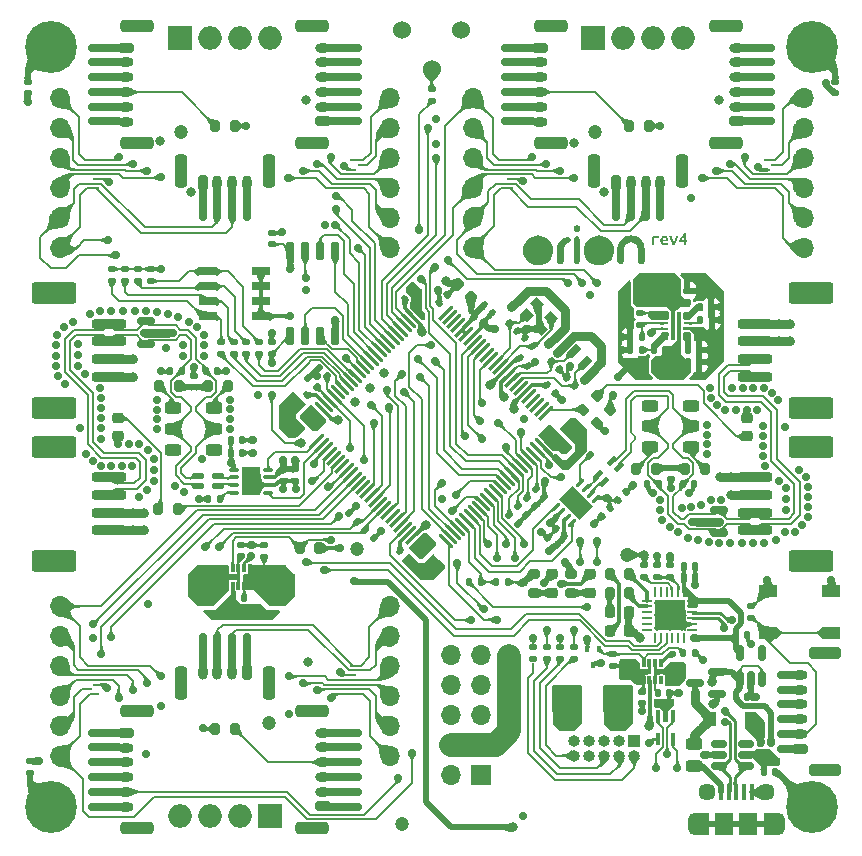
<source format=gtl>
G04 #@! TF.GenerationSoftware,KiCad,Pcbnew,7.0.1*
G04 #@! TF.CreationDate,2023-07-03T18:59:58+02:00*
G04 #@! TF.ProjectId,orion_pcb,6f72696f-6e5f-4706-9362-2e6b69636164,4*
G04 #@! TF.SameCoordinates,Original*
G04 #@! TF.FileFunction,Copper,L1,Top*
G04 #@! TF.FilePolarity,Positive*
%FSLAX46Y46*%
G04 Gerber Fmt 4.6, Leading zero omitted, Abs format (unit mm)*
G04 Created by KiCad (PCBNEW 7.0.1) date 2023-07-03 18:59:58*
%MOMM*%
%LPD*%
G01*
G04 APERTURE LIST*
G04 Aperture macros list*
%AMRoundRect*
0 Rectangle with rounded corners*
0 $1 Rounding radius*
0 $2 $3 $4 $5 $6 $7 $8 $9 X,Y pos of 4 corners*
0 Add a 4 corners polygon primitive as box body*
4,1,4,$2,$3,$4,$5,$6,$7,$8,$9,$2,$3,0*
0 Add four circle primitives for the rounded corners*
1,1,$1+$1,$2,$3*
1,1,$1+$1,$4,$5*
1,1,$1+$1,$6,$7*
1,1,$1+$1,$8,$9*
0 Add four rect primitives between the rounded corners*
20,1,$1+$1,$2,$3,$4,$5,0*
20,1,$1+$1,$4,$5,$6,$7,0*
20,1,$1+$1,$6,$7,$8,$9,0*
20,1,$1+$1,$8,$9,$2,$3,0*%
%AMRotRect*
0 Rectangle, with rotation*
0 The origin of the aperture is its center*
0 $1 length*
0 $2 width*
0 $3 Rotation angle, in degrees counterclockwise*
0 Add horizontal line*
21,1,$1,$2,0,0,$3*%
%AMOutline5P*
0 Free polygon, 5 corners , with rotation*
0 The origin of the aperture is its center*
0 number of corners: always 5*
0 $1 to $10 corner X, Y*
0 $11 Rotation angle, in degrees counterclockwise*
0 create outline with 5 corners*
4,1,5,$1,$2,$3,$4,$5,$6,$7,$8,$9,$10,$1,$2,$11*%
%AMOutline6P*
0 Free polygon, 6 corners , with rotation*
0 The origin of the aperture is its center*
0 number of corners: always 6*
0 $1 to $12 corner X, Y*
0 $13 Rotation angle, in degrees counterclockwise*
0 create outline with 6 corners*
4,1,6,$1,$2,$3,$4,$5,$6,$7,$8,$9,$10,$11,$12,$1,$2,$13*%
%AMOutline7P*
0 Free polygon, 7 corners , with rotation*
0 The origin of the aperture is its center*
0 number of corners: always 7*
0 $1 to $14 corner X, Y*
0 $15 Rotation angle, in degrees counterclockwise*
0 create outline with 7 corners*
4,1,7,$1,$2,$3,$4,$5,$6,$7,$8,$9,$10,$11,$12,$13,$14,$1,$2,$15*%
%AMOutline8P*
0 Free polygon, 8 corners , with rotation*
0 The origin of the aperture is its center*
0 number of corners: always 8*
0 $1 to $16 corner X, Y*
0 $17 Rotation angle, in degrees counterclockwise*
0 create outline with 8 corners*
4,1,8,$1,$2,$3,$4,$5,$6,$7,$8,$9,$10,$11,$12,$13,$14,$15,$16,$1,$2,$17*%
%AMFreePoly0*
4,1,21,-0.500000,0.100000,-0.492388,0.138268,-0.470711,0.170711,-0.438268,0.192388,-0.400000,0.200000,0.400000,0.200000,0.438268,0.192388,0.470711,0.170711,0.492388,0.138268,0.500000,0.100000,0.500000,-0.100000,0.492388,-0.138268,0.470711,-0.170711,0.438268,-0.192388,0.400000,-0.200000,-0.400000,-0.200000,-0.438268,-0.192388,-0.470711,-0.170711,-0.492388,-0.138268,-0.500000,-0.100000,
-0.500000,0.100000,-0.500000,0.100000,$1*%
G04 Aperture macros list end*
G04 #@! TA.AperFunction,NonConductor*
%ADD10C,1.105776*%
G04 #@! TD*
G04 #@! TA.AperFunction,SMDPad,CuDef*
%ADD11RoundRect,0.150000X-0.700000X0.150000X-0.700000X-0.150000X0.700000X-0.150000X0.700000X0.150000X0*%
G04 #@! TD*
G04 #@! TA.AperFunction,ComponentPad*
%ADD12RoundRect,0.200000X-0.450000X0.200000X-0.450000X-0.200000X0.450000X-0.200000X0.450000X0.200000X0*%
G04 #@! TD*
G04 #@! TA.AperFunction,ComponentPad*
%ADD13O,1.300000X0.800000*%
G04 #@! TD*
G04 #@! TA.AperFunction,SMDPad,CuDef*
%ADD14RoundRect,0.250000X-1.150000X0.250000X-1.150000X-0.250000X1.150000X-0.250000X1.150000X0.250000X0*%
G04 #@! TD*
G04 #@! TA.AperFunction,SMDPad,CuDef*
%ADD15RoundRect,0.150000X0.700000X-0.150000X0.700000X0.150000X-0.700000X0.150000X-0.700000X-0.150000X0*%
G04 #@! TD*
G04 #@! TA.AperFunction,ComponentPad*
%ADD16RoundRect,0.200000X0.450000X-0.200000X0.450000X0.200000X-0.450000X0.200000X-0.450000X-0.200000X0*%
G04 #@! TD*
G04 #@! TA.AperFunction,SMDPad,CuDef*
%ADD17RoundRect,0.250000X1.100000X-0.250000X1.100000X0.250000X-1.100000X0.250000X-1.100000X-0.250000X0*%
G04 #@! TD*
G04 #@! TA.AperFunction,SMDPad,CuDef*
%ADD18RotRect,0.600000X1.100000X135.000000*%
G04 #@! TD*
G04 #@! TA.AperFunction,SMDPad,CuDef*
%ADD19RoundRect,0.140000X0.140000X0.170000X-0.140000X0.170000X-0.140000X-0.170000X0.140000X-0.170000X0*%
G04 #@! TD*
G04 #@! TA.AperFunction,SMDPad,CuDef*
%ADD20RoundRect,0.075000X-0.194454X-0.300520X0.300520X0.194454X0.194454X0.300520X-0.300520X-0.194454X0*%
G04 #@! TD*
G04 #@! TA.AperFunction,ComponentPad*
%ADD21C,0.500000*%
G04 #@! TD*
G04 #@! TA.AperFunction,SMDPad,CuDef*
%ADD22RotRect,1.600000X2.400000X45.000000*%
G04 #@! TD*
G04 #@! TA.AperFunction,SMDPad,CuDef*
%ADD23FreePoly0,270.000000*%
G04 #@! TD*
G04 #@! TA.AperFunction,SMDPad,CuDef*
%ADD24RoundRect,0.100000X-0.100000X0.400000X-0.100000X-0.400000X0.100000X-0.400000X0.100000X0.400000X0*%
G04 #@! TD*
G04 #@! TA.AperFunction,SMDPad,CuDef*
%ADD25RoundRect,0.140000X-0.219203X-0.021213X-0.021213X-0.219203X0.219203X0.021213X0.021213X0.219203X0*%
G04 #@! TD*
G04 #@! TA.AperFunction,SMDPad,CuDef*
%ADD26RoundRect,0.075000X0.459619X0.565685X-0.565685X-0.459619X-0.459619X-0.565685X0.565685X0.459619X0*%
G04 #@! TD*
G04 #@! TA.AperFunction,SMDPad,CuDef*
%ADD27RoundRect,0.075000X-0.459619X0.565685X-0.565685X0.459619X0.459619X-0.565685X0.565685X-0.459619X0*%
G04 #@! TD*
G04 #@! TA.AperFunction,SMDPad,CuDef*
%ADD28RoundRect,0.135000X-0.185000X0.135000X-0.185000X-0.135000X0.185000X-0.135000X0.185000X0.135000X0*%
G04 #@! TD*
G04 #@! TA.AperFunction,ComponentPad*
%ADD29C,1.200000*%
G04 #@! TD*
G04 #@! TA.AperFunction,SMDPad,CuDef*
%ADD30RoundRect,0.140000X-0.140000X-0.170000X0.140000X-0.170000X0.140000X0.170000X-0.140000X0.170000X0*%
G04 #@! TD*
G04 #@! TA.AperFunction,SMDPad,CuDef*
%ADD31RoundRect,0.200000X-0.200000X-0.275000X0.200000X-0.275000X0.200000X0.275000X-0.200000X0.275000X0*%
G04 #@! TD*
G04 #@! TA.AperFunction,SMDPad,CuDef*
%ADD32R,0.625000X0.200000*%
G04 #@! TD*
G04 #@! TA.AperFunction,ComponentPad*
%ADD33C,0.700000*%
G04 #@! TD*
G04 #@! TA.AperFunction,ComponentPad*
%ADD34C,4.400000*%
G04 #@! TD*
G04 #@! TA.AperFunction,SMDPad,CuDef*
%ADD35RoundRect,0.200000X1.250000X-0.200000X1.250000X0.200000X-1.250000X0.200000X-1.250000X-0.200000X0*%
G04 #@! TD*
G04 #@! TA.AperFunction,SMDPad,CuDef*
%ADD36RoundRect,0.250000X1.650000X-0.650000X1.650000X0.650000X-1.650000X0.650000X-1.650000X-0.650000X0*%
G04 #@! TD*
G04 #@! TA.AperFunction,SMDPad,CuDef*
%ADD37RoundRect,0.135000X0.185000X-0.135000X0.185000X0.135000X-0.185000X0.135000X-0.185000X-0.135000X0*%
G04 #@! TD*
G04 #@! TA.AperFunction,SMDPad,CuDef*
%ADD38RoundRect,0.135000X-0.135000X-0.185000X0.135000X-0.185000X0.135000X0.185000X-0.135000X0.185000X0*%
G04 #@! TD*
G04 #@! TA.AperFunction,SMDPad,CuDef*
%ADD39RoundRect,0.150000X0.587500X0.150000X-0.587500X0.150000X-0.587500X-0.150000X0.587500X-0.150000X0*%
G04 #@! TD*
G04 #@! TA.AperFunction,SMDPad,CuDef*
%ADD40RoundRect,0.140000X0.021213X-0.219203X0.219203X-0.021213X-0.021213X0.219203X-0.219203X0.021213X0*%
G04 #@! TD*
G04 #@! TA.AperFunction,SMDPad,CuDef*
%ADD41RoundRect,0.150000X-0.587500X-0.150000X0.587500X-0.150000X0.587500X0.150000X-0.587500X0.150000X0*%
G04 #@! TD*
G04 #@! TA.AperFunction,SMDPad,CuDef*
%ADD42RoundRect,0.135000X0.135000X0.185000X-0.135000X0.185000X-0.135000X-0.185000X0.135000X-0.185000X0*%
G04 #@! TD*
G04 #@! TA.AperFunction,SMDPad,CuDef*
%ADD43RoundRect,0.140000X-0.170000X0.140000X-0.170000X-0.140000X0.170000X-0.140000X0.170000X0.140000X0*%
G04 #@! TD*
G04 #@! TA.AperFunction,SMDPad,CuDef*
%ADD44RoundRect,0.140000X-0.021213X0.219203X-0.219203X0.021213X0.021213X-0.219203X0.219203X-0.021213X0*%
G04 #@! TD*
G04 #@! TA.AperFunction,SMDPad,CuDef*
%ADD45RoundRect,0.200000X0.200000X0.275000X-0.200000X0.275000X-0.200000X-0.275000X0.200000X-0.275000X0*%
G04 #@! TD*
G04 #@! TA.AperFunction,SMDPad,CuDef*
%ADD46RoundRect,0.135000X0.226274X0.035355X0.035355X0.226274X-0.226274X-0.035355X-0.035355X-0.226274X0*%
G04 #@! TD*
G04 #@! TA.AperFunction,SMDPad,CuDef*
%ADD47RotRect,0.800000X0.900000X225.000000*%
G04 #@! TD*
G04 #@! TA.AperFunction,SMDPad,CuDef*
%ADD48RoundRect,0.140000X0.219203X0.021213X0.021213X0.219203X-0.219203X-0.021213X-0.021213X-0.219203X0*%
G04 #@! TD*
G04 #@! TA.AperFunction,ComponentPad*
%ADD49R,2.000000X2.000000*%
G04 #@! TD*
G04 #@! TA.AperFunction,ComponentPad*
%ADD50O,2.000000X2.000000*%
G04 #@! TD*
G04 #@! TA.AperFunction,ComponentPad*
%ADD51O,1.700000X1.700000*%
G04 #@! TD*
G04 #@! TA.AperFunction,SMDPad,CuDef*
%ADD52R,0.400000X1.350000*%
G04 #@! TD*
G04 #@! TA.AperFunction,ComponentPad*
%ADD53O,1.200000X1.900000*%
G04 #@! TD*
G04 #@! TA.AperFunction,SMDPad,CuDef*
%ADD54R,1.200000X1.900000*%
G04 #@! TD*
G04 #@! TA.AperFunction,ComponentPad*
%ADD55C,1.450000*%
G04 #@! TD*
G04 #@! TA.AperFunction,SMDPad,CuDef*
%ADD56R,1.500000X1.900000*%
G04 #@! TD*
G04 #@! TA.AperFunction,SMDPad,CuDef*
%ADD57RoundRect,0.218750X-0.256250X0.218750X-0.256250X-0.218750X0.256250X-0.218750X0.256250X0.218750X0*%
G04 #@! TD*
G04 #@! TA.AperFunction,SMDPad,CuDef*
%ADD58RoundRect,0.135000X-0.226274X-0.035355X-0.035355X-0.226274X0.226274X0.035355X0.035355X0.226274X0*%
G04 #@! TD*
G04 #@! TA.AperFunction,SMDPad,CuDef*
%ADD59C,0.500000*%
G04 #@! TD*
G04 #@! TA.AperFunction,SMDPad,CuDef*
%ADD60RoundRect,0.140000X0.170000X-0.140000X0.170000X0.140000X-0.170000X0.140000X-0.170000X-0.140000X0*%
G04 #@! TD*
G04 #@! TA.AperFunction,SMDPad,CuDef*
%ADD61Outline7P,-0.304999X0.089998X-0.245000X0.149997X0.245000X0.149997X0.304999X0.089998X0.304999X-0.089998X0.245000X-0.149997X-0.304999X-0.149997X180.000000*%
G04 #@! TD*
G04 #@! TA.AperFunction,SMDPad,CuDef*
%ADD62Outline6P,-0.127500X0.175001X0.127500X0.175001X0.127500X-0.124001X0.076500X-0.175001X-0.076500X-0.175001X-0.127500X-0.124001X180.000000*%
G04 #@! TD*
G04 #@! TA.AperFunction,SMDPad,CuDef*
%ADD63R,0.599999X0.249999*%
G04 #@! TD*
G04 #@! TA.AperFunction,SMDPad,CuDef*
%ADD64Outline7P,-0.304999X0.089998X-0.245000X0.149997X0.245000X0.149997X0.304999X0.089998X0.304999X-0.149997X-0.245000X-0.149997X-0.304999X-0.089998X0.000000*%
G04 #@! TD*
G04 #@! TA.AperFunction,SMDPad,CuDef*
%ADD65Outline6P,-0.125000X0.175003X0.125000X0.175003X0.125000X-0.125003X0.075000X-0.175003X-0.075000X-0.175003X-0.125000X-0.125003X0.000000*%
G04 #@! TD*
G04 #@! TA.AperFunction,SMDPad,CuDef*
%ADD66R,0.299999X2.400000*%
G04 #@! TD*
G04 #@! TA.AperFunction,SMDPad,CuDef*
%ADD67Outline7P,-0.304999X0.089998X-0.245000X0.149997X0.245000X0.149997X0.304999X0.089998X0.304999X-0.089998X0.245000X-0.149997X-0.304999X-0.149997X0.000000*%
G04 #@! TD*
G04 #@! TA.AperFunction,SMDPad,CuDef*
%ADD68Outline7P,-0.304999X0.089998X-0.245000X0.149997X0.245000X0.149997X0.304999X0.089998X0.304999X-0.149997X-0.245000X-0.149997X-0.304999X-0.089998X180.000000*%
G04 #@! TD*
G04 #@! TA.AperFunction,SMDPad,CuDef*
%ADD69RoundRect,0.250000X-0.450000X-0.250000X0.450000X-0.250000X0.450000X0.250000X-0.450000X0.250000X0*%
G04 #@! TD*
G04 #@! TA.AperFunction,SMDPad,CuDef*
%ADD70RoundRect,0.150000X0.150000X-0.650000X0.150000X0.650000X-0.150000X0.650000X-0.150000X-0.650000X0*%
G04 #@! TD*
G04 #@! TA.AperFunction,SMDPad,CuDef*
%ADD71R,0.900000X1.200000*%
G04 #@! TD*
G04 #@! TA.AperFunction,SMDPad,CuDef*
%ADD72RoundRect,0.218750X-0.218750X-0.256250X0.218750X-0.256250X0.218750X0.256250X-0.218750X0.256250X0*%
G04 #@! TD*
G04 #@! TA.AperFunction,SMDPad,CuDef*
%ADD73RoundRect,0.200000X-1.250000X0.200000X-1.250000X-0.200000X1.250000X-0.200000X1.250000X0.200000X0*%
G04 #@! TD*
G04 #@! TA.AperFunction,SMDPad,CuDef*
%ADD74RoundRect,0.250000X-1.650000X0.650000X-1.650000X-0.650000X1.650000X-0.650000X1.650000X0.650000X0*%
G04 #@! TD*
G04 #@! TA.AperFunction,SMDPad,CuDef*
%ADD75RoundRect,0.218750X0.256250X-0.218750X0.256250X0.218750X-0.256250X0.218750X-0.256250X-0.218750X0*%
G04 #@! TD*
G04 #@! TA.AperFunction,SMDPad,CuDef*
%ADD76RoundRect,0.218750X0.335876X0.026517X0.026517X0.335876X-0.335876X-0.026517X-0.026517X-0.335876X0*%
G04 #@! TD*
G04 #@! TA.AperFunction,SMDPad,CuDef*
%ADD77RoundRect,0.200000X-0.053033X0.335876X-0.335876X0.053033X0.053033X-0.335876X0.335876X-0.053033X0*%
G04 #@! TD*
G04 #@! TA.AperFunction,SMDPad,CuDef*
%ADD78RoundRect,0.150000X0.150000X-0.512500X0.150000X0.512500X-0.150000X0.512500X-0.150000X-0.512500X0*%
G04 #@! TD*
G04 #@! TA.AperFunction,SMDPad,CuDef*
%ADD79R,1.600000X0.760000*%
G04 #@! TD*
G04 #@! TA.AperFunction,SMDPad,CuDef*
%ADD80RoundRect,0.250000X1.150000X-0.250000X1.150000X0.250000X-1.150000X0.250000X-1.150000X-0.250000X0*%
G04 #@! TD*
G04 #@! TA.AperFunction,SMDPad,CuDef*
%ADD81RoundRect,0.075000X0.350000X0.075000X-0.350000X0.075000X-0.350000X-0.075000X0.350000X-0.075000X0*%
G04 #@! TD*
G04 #@! TA.AperFunction,SMDPad,CuDef*
%ADD82R,1.600000X2.400000*%
G04 #@! TD*
G04 #@! TA.AperFunction,SMDPad,CuDef*
%ADD83RoundRect,0.250000X0.450000X0.250000X-0.450000X0.250000X-0.450000X-0.250000X0.450000X-0.250000X0*%
G04 #@! TD*
G04 #@! TA.AperFunction,SMDPad,CuDef*
%ADD84RoundRect,0.062500X0.350000X0.062500X-0.350000X0.062500X-0.350000X-0.062500X0.350000X-0.062500X0*%
G04 #@! TD*
G04 #@! TA.AperFunction,SMDPad,CuDef*
%ADD85RoundRect,0.062500X0.062500X0.350000X-0.062500X0.350000X-0.062500X-0.350000X0.062500X-0.350000X0*%
G04 #@! TD*
G04 #@! TA.AperFunction,SMDPad,CuDef*
%ADD86R,2.600000X2.600000*%
G04 #@! TD*
G04 #@! TA.AperFunction,ComponentPad*
%ADD87RoundRect,0.200000X-0.200000X-0.450000X0.200000X-0.450000X0.200000X0.450000X-0.200000X0.450000X0*%
G04 #@! TD*
G04 #@! TA.AperFunction,SMDPad,CuDef*
%ADD88RoundRect,0.150000X-0.150000X-0.700000X0.150000X-0.700000X0.150000X0.700000X-0.150000X0.700000X0*%
G04 #@! TD*
G04 #@! TA.AperFunction,ComponentPad*
%ADD89O,0.800000X1.300000*%
G04 #@! TD*
G04 #@! TA.AperFunction,SMDPad,CuDef*
%ADD90RoundRect,0.250000X-0.250000X-1.150000X0.250000X-1.150000X0.250000X1.150000X-0.250000X1.150000X0*%
G04 #@! TD*
G04 #@! TA.AperFunction,SMDPad,CuDef*
%ADD91RoundRect,0.020000X0.430000X-0.180000X0.430000X0.180000X-0.430000X0.180000X-0.430000X-0.180000X0*%
G04 #@! TD*
G04 #@! TA.AperFunction,SMDPad,CuDef*
%ADD92R,0.400000X0.510000*%
G04 #@! TD*
G04 #@! TA.AperFunction,SMDPad,CuDef*
%ADD93RoundRect,0.075000X-0.075000X0.275000X-0.075000X-0.275000X0.075000X-0.275000X0.075000X0.275000X0*%
G04 #@! TD*
G04 #@! TA.AperFunction,ComponentPad*
%ADD94R,1.000000X1.000000*%
G04 #@! TD*
G04 #@! TA.AperFunction,ComponentPad*
%ADD95O,1.000000X1.000000*%
G04 #@! TD*
G04 #@! TA.AperFunction,ComponentPad*
%ADD96R,1.700000X1.700000*%
G04 #@! TD*
G04 #@! TA.AperFunction,SMDPad,CuDef*
%ADD97RoundRect,0.243750X0.456250X-0.243750X0.456250X0.243750X-0.456250X0.243750X-0.456250X-0.243750X0*%
G04 #@! TD*
G04 #@! TA.AperFunction,SMDPad,CuDef*
%ADD98RoundRect,0.020000X-0.431335X-0.176777X-0.176777X-0.431335X0.431335X0.176777X0.176777X0.431335X0*%
G04 #@! TD*
G04 #@! TA.AperFunction,ComponentPad*
%ADD99RoundRect,0.200000X0.200000X0.450000X-0.200000X0.450000X-0.200000X-0.450000X0.200000X-0.450000X0*%
G04 #@! TD*
G04 #@! TA.AperFunction,SMDPad,CuDef*
%ADD100RoundRect,0.150000X0.150000X0.700000X-0.150000X0.700000X-0.150000X-0.700000X0.150000X-0.700000X0*%
G04 #@! TD*
G04 #@! TA.AperFunction,SMDPad,CuDef*
%ADD101RoundRect,0.250000X0.250000X1.150000X-0.250000X1.150000X-0.250000X-1.150000X0.250000X-1.150000X0*%
G04 #@! TD*
G04 #@! TA.AperFunction,ComponentPad*
%ADD102C,1.524000*%
G04 #@! TD*
G04 #@! TA.AperFunction,SMDPad,CuDef*
%ADD103RoundRect,0.150000X0.512500X0.150000X-0.512500X0.150000X-0.512500X-0.150000X0.512500X-0.150000X0*%
G04 #@! TD*
G04 #@! TA.AperFunction,SMDPad,CuDef*
%ADD104R,2.500000X2.300000*%
G04 #@! TD*
G04 #@! TA.AperFunction,SMDPad,CuDef*
%ADD105RoundRect,0.200000X-0.275000X0.200000X-0.275000X-0.200000X0.275000X-0.200000X0.275000X0.200000X0*%
G04 #@! TD*
G04 #@! TA.AperFunction,SMDPad,CuDef*
%ADD106R,1.500000X1.000000*%
G04 #@! TD*
G04 #@! TA.AperFunction,SMDPad,CuDef*
%ADD107RoundRect,0.075000X0.075000X-0.275000X0.075000X0.275000X-0.075000X0.275000X-0.075000X-0.275000X0*%
G04 #@! TD*
G04 #@! TA.AperFunction,ViaPad*
%ADD108C,0.700000*%
G04 #@! TD*
G04 #@! TA.AperFunction,ViaPad*
%ADD109C,0.800000*%
G04 #@! TD*
G04 #@! TA.AperFunction,ViaPad*
%ADD110C,0.600000*%
G04 #@! TD*
G04 #@! TA.AperFunction,Conductor*
%ADD111C,0.200000*%
G04 #@! TD*
G04 #@! TA.AperFunction,Conductor*
%ADD112C,0.500000*%
G04 #@! TD*
G04 #@! TA.AperFunction,Conductor*
%ADD113C,0.239500*%
G04 #@! TD*
G04 #@! TA.AperFunction,Conductor*
%ADD114C,0.300000*%
G04 #@! TD*
G04 #@! TA.AperFunction,Conductor*
%ADD115C,0.750000*%
G04 #@! TD*
G04 #@! TA.AperFunction,Conductor*
%ADD116C,2.000000*%
G04 #@! TD*
G04 #@! TA.AperFunction,Conductor*
%ADD117C,0.150000*%
G04 #@! TD*
G04 APERTURE END LIST*
D10*
X164676861Y-85034107D02*
G75*
G03*
X164676861Y-85034107I-552888J0D01*
G01*
X159585692Y-85034107D02*
G75*
G03*
X159585692Y-85034107I-552888J0D01*
G01*
G04 #@! TA.AperFunction,EtchedComponent*
G36*
X166626777Y-95226776D02*
G01*
X165919670Y-95933883D01*
X165566117Y-95580330D01*
X166273224Y-94873223D01*
X166626777Y-95226776D01*
G37*
G04 #@! TD.AperFunction*
G04 #@! TA.AperFunction,EtchedComponent*
G36*
X162530906Y-82982656D02*
G01*
X162602344Y-83180300D01*
X162528525Y-83375563D01*
X162307069Y-83463669D01*
X162095137Y-83375563D01*
X162026081Y-83180300D01*
X162097519Y-82982656D01*
X162316594Y-82892169D01*
X162530906Y-82982656D01*
G37*
G04 #@! TD.AperFunction*
G04 #@! TA.AperFunction,EtchedComponent*
G36*
X162511856Y-83920869D02*
G01*
X162602344Y-84139944D01*
X162602344Y-85935406D01*
X162511856Y-86152100D01*
X162311831Y-86225919D01*
X162111806Y-86152100D01*
X162021319Y-85935406D01*
X162021319Y-84139944D01*
X162111806Y-83920869D01*
X162311831Y-83849431D01*
X162511856Y-83920869D01*
G37*
G04 #@! TD.AperFunction*
G04 #@! TA.AperFunction,EtchedComponent*
G36*
X161704612Y-83949444D02*
G01*
X161778431Y-84154231D01*
X161778431Y-84173281D01*
X161764144Y-84254244D01*
X161709375Y-84354256D01*
X161583169Y-84435219D01*
X161311706Y-84613813D01*
X161199787Y-84906706D01*
X161181928Y-85106136D01*
X161180737Y-85342475D01*
X161186095Y-85620486D01*
X161187881Y-85944931D01*
X161095012Y-86154481D01*
X160892606Y-86225919D01*
X160694962Y-86156863D01*
X160606856Y-85944931D01*
X160606856Y-84968619D01*
X160634241Y-84732280D01*
X160706869Y-84518563D01*
X160812239Y-84331634D01*
X160937850Y-84175663D01*
X161228362Y-83958969D01*
X161511731Y-83882769D01*
X161704612Y-83949444D01*
G37*
G04 #@! TD.AperFunction*
G04 #@! TA.AperFunction,EtchedComponent*
G36*
X167137434Y-83795258D02*
G01*
X167341031Y-83847050D01*
X167530341Y-83933370D01*
X167698219Y-84054219D01*
X167839903Y-84211381D01*
X167950631Y-84406644D01*
X168022069Y-84638816D01*
X168045881Y-84906706D01*
X168045881Y-85935406D01*
X167953013Y-86152100D01*
X167750606Y-86225919D01*
X167550581Y-86154481D01*
X167460094Y-85935406D01*
X167460094Y-84906706D01*
X167410087Y-84666200D01*
X167281500Y-84494750D01*
X167098144Y-84389975D01*
X166888594Y-84354256D01*
X166681425Y-84389975D01*
X166500450Y-84494750D01*
X166371862Y-84666200D01*
X166321856Y-84906706D01*
X166321856Y-85935406D01*
X166231369Y-86152100D01*
X166031344Y-86225919D01*
X165831319Y-86152100D01*
X165740831Y-85935406D01*
X165740831Y-84906706D01*
X165766430Y-84647150D01*
X165843225Y-84420931D01*
X165962287Y-84228050D01*
X166114687Y-84068506D01*
X166294472Y-83942895D01*
X166495688Y-83851813D01*
X166709405Y-83796448D01*
X166926694Y-83777994D01*
X167137434Y-83795258D01*
G37*
G04 #@! TD.AperFunction*
G04 #@! TA.AperFunction,EtchedComponent*
G36*
X158772698Y-86262828D02*
G01*
X158528025Y-86187819D01*
X158308355Y-86069947D01*
X158120831Y-85916356D01*
X157967836Y-85730619D01*
X157851750Y-85516306D01*
X157778527Y-85281753D01*
X157754119Y-85035294D01*
X157754351Y-85032913D01*
X158339906Y-85032913D01*
X158416106Y-85361525D01*
X158647087Y-85613938D01*
X158821514Y-85690733D01*
X159035231Y-85716331D01*
X159248948Y-85690733D01*
X159423375Y-85613938D01*
X159654356Y-85361525D01*
X159730556Y-85032913D01*
X159654356Y-84704300D01*
X159423375Y-84451888D01*
X159248948Y-84375092D01*
X159035231Y-84349494D01*
X158825086Y-84375092D01*
X158651850Y-84451888D01*
X158418487Y-84704300D01*
X158339906Y-85032913D01*
X157754351Y-85032913D01*
X157778527Y-84785263D01*
X157851750Y-84549519D01*
X157968431Y-84335206D01*
X158123212Y-84149469D01*
X158311927Y-83995878D01*
X158530406Y-83878006D01*
X158773294Y-83802997D01*
X159035231Y-83777994D01*
X159297169Y-83802402D01*
X159540056Y-83875625D01*
X159758536Y-83991711D01*
X159947250Y-84144706D01*
X160102627Y-84330444D01*
X160221094Y-84544756D01*
X160296103Y-84781691D01*
X160321106Y-85035294D01*
X160296698Y-85284730D01*
X160223475Y-85518688D01*
X160106794Y-85731214D01*
X159952012Y-85916356D01*
X159762703Y-86069947D01*
X159542437Y-86187819D01*
X159297764Y-86262828D01*
X159035231Y-86287831D01*
X158772698Y-86262828D01*
G37*
G04 #@! TD.AperFunction*
G04 #@! TA.AperFunction,EtchedComponent*
G36*
X163906673Y-86262828D02*
G01*
X163662000Y-86187819D01*
X163442330Y-86069947D01*
X163254806Y-85916356D01*
X163101811Y-85730619D01*
X162985725Y-85516306D01*
X162912502Y-85281753D01*
X162888094Y-85035294D01*
X162888326Y-85032913D01*
X163473881Y-85032913D01*
X163550081Y-85361525D01*
X163781062Y-85613938D01*
X163955489Y-85690733D01*
X164169206Y-85716331D01*
X164382923Y-85690733D01*
X164557350Y-85613938D01*
X164788331Y-85361525D01*
X164864531Y-85032913D01*
X164788331Y-84704300D01*
X164557350Y-84451888D01*
X164382923Y-84375092D01*
X164169206Y-84349494D01*
X163959061Y-84375092D01*
X163785825Y-84451888D01*
X163552462Y-84704300D01*
X163473881Y-85032913D01*
X162888326Y-85032913D01*
X162912502Y-84785263D01*
X162985725Y-84549519D01*
X163102406Y-84335206D01*
X163257187Y-84149469D01*
X163445902Y-83995878D01*
X163664381Y-83878006D01*
X163907269Y-83802997D01*
X164169206Y-83777994D01*
X164431144Y-83802402D01*
X164674031Y-83875625D01*
X164892511Y-83991711D01*
X165081225Y-84144706D01*
X165236602Y-84330444D01*
X165355069Y-84544756D01*
X165430078Y-84781691D01*
X165455081Y-85035294D01*
X165430673Y-85284730D01*
X165357450Y-85518688D01*
X165240769Y-85731214D01*
X165085987Y-85916356D01*
X164896678Y-86069947D01*
X164676413Y-86187819D01*
X164431739Y-86262828D01*
X164169206Y-86287831D01*
X163906673Y-86262828D01*
G37*
G04 #@! TD.AperFunction*
G04 #@! TA.AperFunction,EtchedComponent*
G36*
X169062648Y-83807882D02*
G01*
X169125354Y-83813438D01*
X169192823Y-83822963D01*
X169253942Y-83838044D01*
X169219017Y-84019019D01*
X169173773Y-84009494D01*
X169120592Y-84000763D01*
X169068204Y-83995207D01*
X169025341Y-83993619D01*
X168944379Y-83997588D01*
X168863416Y-84012669D01*
X168863416Y-84566707D01*
X168666567Y-84566707D01*
X168666567Y-83869794D01*
X168745346Y-83843998D01*
X168826110Y-83823757D01*
X168914812Y-83810660D01*
X169017404Y-83806294D01*
X169062648Y-83807882D01*
G37*
G04 #@! TD.AperFunction*
G04 #@! TA.AperFunction,EtchedComponent*
G36*
X170949392Y-84334932D02*
G01*
X170949392Y-84192057D01*
X170958517Y-84174594D01*
X171136717Y-84174594D01*
X171358967Y-84174594D01*
X171358967Y-83828519D01*
X171300229Y-83906307D01*
X171240698Y-83992826D01*
X171184342Y-84084107D01*
X171136717Y-84174594D01*
X170958517Y-84174594D01*
X170983920Y-84125977D01*
X171027179Y-84051563D01*
X171077185Y-83971990D01*
X171131954Y-83890432D01*
X171190692Y-83808477D01*
X171252604Y-83727713D01*
X171316104Y-83651712D01*
X171379604Y-83584044D01*
X171554229Y-83584044D01*
X171554229Y-84174594D01*
X171660592Y-84174594D01*
X171660592Y-84334932D01*
X171554229Y-84334932D01*
X171554229Y-84566707D01*
X171358967Y-84566707D01*
X171358967Y-84334932D01*
X171136717Y-84334932D01*
X170949392Y-84334932D01*
G37*
G04 #@! TD.AperFunction*
G04 #@! TA.AperFunction,EtchedComponent*
G36*
X170355468Y-83882891D02*
G01*
X170373923Y-83949169D01*
X170394362Y-84017630D01*
X170415992Y-84086488D01*
X170438415Y-84154552D01*
X170461235Y-84220632D01*
X170504892Y-84339695D01*
X170550929Y-84220632D01*
X170576131Y-84154552D01*
X170600935Y-84086488D01*
X170625145Y-84017630D01*
X170648560Y-83949169D01*
X170669396Y-83882891D01*
X170685867Y-83820582D01*
X170884304Y-83820582D01*
X170850074Y-83931062D01*
X170814057Y-84037077D01*
X170776255Y-84138628D01*
X170736667Y-84235713D01*
X170683750Y-84356804D01*
X170632950Y-84467135D01*
X170584267Y-84566707D01*
X170420754Y-84566707D01*
X170372864Y-84467135D01*
X170324446Y-84356804D01*
X170275498Y-84235713D01*
X170239035Y-84138628D01*
X170203465Y-84037077D01*
X170168788Y-83931062D01*
X170135004Y-83820582D01*
X170339792Y-83820582D01*
X170355468Y-83882891D01*
G37*
G04 #@! TD.AperFunction*
G04 #@! TA.AperFunction,EtchedComponent*
G36*
X169569854Y-84257144D02*
G01*
X169584935Y-84322430D01*
X169630179Y-84372238D01*
X169699235Y-84403790D01*
X169785754Y-84414307D01*
X169897673Y-84401607D01*
X169987367Y-84376207D01*
X170014354Y-84542895D01*
X169906404Y-84572263D01*
X169777817Y-84584169D01*
X169687527Y-84578018D01*
X169607160Y-84559563D01*
X169537310Y-84529004D01*
X169478573Y-84486538D01*
X169431543Y-84432365D01*
X169396817Y-84366682D01*
X169375385Y-84289291D01*
X169368242Y-84199994D01*
X169374585Y-84122207D01*
X169569854Y-84122207D01*
X169868304Y-84122207D01*
X169860367Y-84064263D01*
X169834967Y-84014257D01*
X169790517Y-83978538D01*
X169723842Y-83965044D01*
X169657960Y-83977744D01*
X169611923Y-84012669D01*
X169583348Y-84063469D01*
X169569854Y-84122207D01*
X169374585Y-84122207D01*
X169375782Y-84107523D01*
X169398404Y-84026957D01*
X169433329Y-83958496D01*
X169477779Y-83902338D01*
X169530563Y-83858484D01*
X169590492Y-83826932D01*
X169654785Y-83807882D01*
X169720667Y-83801532D01*
X169821914Y-83812380D01*
X169905522Y-83844924D01*
X169971492Y-83899163D01*
X170019117Y-83974217D01*
X170047692Y-84069202D01*
X170057217Y-84184120D01*
X170056423Y-84223807D01*
X170054042Y-84257144D01*
X169868304Y-84257144D01*
X169569854Y-84257144D01*
G37*
G04 #@! TD.AperFunction*
D11*
X122975000Y-125875000D03*
X121750000Y-125875000D03*
D12*
X124150000Y-125880000D03*
D11*
X122975000Y-127125000D03*
X121750000Y-127125000D03*
D13*
X124150000Y-127130000D03*
D11*
X122975000Y-128375000D03*
X121750000Y-128375000D03*
D13*
X124150000Y-128380000D03*
D11*
X122975000Y-129625000D03*
X121750000Y-129625000D03*
D13*
X124150000Y-129630000D03*
D11*
X122975000Y-130875000D03*
X121750000Y-130875000D03*
D13*
X124150000Y-130880000D03*
D11*
X122975000Y-132125000D03*
X121750000Y-132125000D03*
D13*
X124150000Y-132130000D03*
D14*
X125100000Y-124025000D03*
X125100000Y-133975000D03*
D15*
X180112500Y-127225000D03*
D16*
X181187500Y-127225000D03*
D15*
X180112500Y-125975000D03*
D13*
X181187500Y-125975000D03*
D15*
X180112500Y-124725000D03*
D13*
X181187500Y-124725000D03*
D15*
X180112500Y-123475000D03*
D13*
X181187500Y-123475000D03*
D15*
X180112500Y-122225000D03*
D13*
X181187500Y-122225000D03*
D15*
X180112500Y-120975000D03*
D13*
X181187500Y-120975000D03*
D17*
X183312500Y-129075000D03*
X183312500Y-119125000D03*
D18*
X163019975Y-94569975D03*
X162030025Y-93580025D03*
D19*
X128830000Y-95275000D03*
X127870000Y-95275000D03*
D20*
X160535195Y-106760481D03*
X160994814Y-107220100D03*
X161454434Y-107679720D03*
X161914053Y-108139339D03*
X163964663Y-106088729D03*
X163505044Y-105629110D03*
X163045424Y-105169490D03*
X162585805Y-104709871D03*
D21*
X161896376Y-106778158D03*
X161613533Y-105788209D03*
D22*
X162249929Y-106424605D03*
D21*
X162886325Y-107061001D03*
X162603482Y-106071052D03*
D23*
X170450000Y-124500000D03*
X169800000Y-124500000D03*
X169150000Y-124500000D03*
X169150000Y-126400000D03*
D24*
X170450000Y-126400000D03*
D25*
X154425000Y-89700000D03*
X155103822Y-90378822D03*
D26*
X159669685Y-98815596D03*
X159316132Y-98462043D03*
X158962578Y-98108489D03*
X158609025Y-97754936D03*
X158255472Y-97401383D03*
X157901918Y-97047829D03*
X157548365Y-96694276D03*
X157194811Y-96340722D03*
X156841258Y-95987169D03*
X156487705Y-95633616D03*
X156134151Y-95280062D03*
X155780598Y-94926509D03*
X155427045Y-94572955D03*
X155073491Y-94219402D03*
X154719938Y-93865849D03*
X154366384Y-93512295D03*
X154012831Y-93158742D03*
X153659278Y-92805189D03*
X153305724Y-92451635D03*
X152952171Y-92098082D03*
X152598617Y-91744528D03*
X152245064Y-91390975D03*
X151891511Y-91037422D03*
X151537957Y-90683868D03*
X151184404Y-90330315D03*
D27*
X148815596Y-90330315D03*
X148462043Y-90683868D03*
X148108489Y-91037422D03*
X147754936Y-91390975D03*
X147401383Y-91744528D03*
X147047829Y-92098082D03*
X146694276Y-92451635D03*
X146340722Y-92805189D03*
X145987169Y-93158742D03*
X145633616Y-93512295D03*
X145280062Y-93865849D03*
X144926509Y-94219402D03*
X144572955Y-94572955D03*
X144219402Y-94926509D03*
X143865849Y-95280062D03*
X143512295Y-95633616D03*
X143158742Y-95987169D03*
X142805189Y-96340722D03*
X142451635Y-96694276D03*
X142098082Y-97047829D03*
X141744528Y-97401383D03*
X141390975Y-97754936D03*
X141037422Y-98108489D03*
X140683868Y-98462043D03*
X140330315Y-98815596D03*
D26*
X140330315Y-101184404D03*
X140683868Y-101537957D03*
X141037422Y-101891511D03*
X141390975Y-102245064D03*
X141744528Y-102598617D03*
X142098082Y-102952171D03*
X142451635Y-103305724D03*
X142805189Y-103659278D03*
X143158742Y-104012831D03*
X143512295Y-104366384D03*
X143865849Y-104719938D03*
X144219402Y-105073491D03*
X144572955Y-105427045D03*
X144926509Y-105780598D03*
X145280062Y-106134151D03*
X145633616Y-106487705D03*
X145987169Y-106841258D03*
X146340722Y-107194811D03*
X146694276Y-107548365D03*
X147047829Y-107901918D03*
X147401383Y-108255472D03*
X147754936Y-108609025D03*
X148108489Y-108962578D03*
X148462043Y-109316132D03*
X148815596Y-109669685D03*
D27*
X151184404Y-109669685D03*
X151537957Y-109316132D03*
X151891511Y-108962578D03*
X152245064Y-108609025D03*
X152598617Y-108255472D03*
X152952171Y-107901918D03*
X153305724Y-107548365D03*
X153659278Y-107194811D03*
X154012831Y-106841258D03*
X154366384Y-106487705D03*
X154719938Y-106134151D03*
X155073491Y-105780598D03*
X155427045Y-105427045D03*
X155780598Y-105073491D03*
X156134151Y-104719938D03*
X156487705Y-104366384D03*
X156841258Y-104012831D03*
X157194811Y-103659278D03*
X157548365Y-103305724D03*
X157901918Y-102952171D03*
X158255472Y-102598617D03*
X158609025Y-102245064D03*
X158962578Y-101891511D03*
X159316132Y-101537957D03*
X159669685Y-101184404D03*
D28*
X122925000Y-86615000D03*
X122925000Y-87635000D03*
X168025000Y-111690000D03*
X168025000Y-112710000D03*
D29*
X163850000Y-74975000D03*
D30*
X133015000Y-102175002D03*
X133975000Y-102175002D03*
D31*
X131675000Y-74475000D03*
X133325000Y-74475000D03*
D32*
X156612500Y-79797500D03*
X156612500Y-78997500D03*
X156612500Y-78197500D03*
X156612500Y-77397500D03*
X155987500Y-77797500D03*
X155987500Y-78597500D03*
X155987500Y-79397500D03*
D33*
X116150000Y-67800000D03*
X116633274Y-66633274D03*
X116633274Y-68966726D03*
X117800000Y-66150000D03*
D34*
X117800000Y-67800000D03*
D33*
X117800000Y-69450000D03*
X118966726Y-66633274D03*
X118966726Y-68966726D03*
X119450000Y-67800000D03*
D35*
X177387500Y-95750000D03*
X177387500Y-94250000D03*
X177387500Y-92750000D03*
X177387500Y-91250000D03*
D36*
X182087500Y-98350000D03*
X182087500Y-88650000D03*
D37*
X160900000Y-119660000D03*
X160900000Y-118640000D03*
D38*
X168815000Y-93449999D03*
X169835000Y-93449999D03*
D39*
X174312501Y-108950000D03*
X174312501Y-107050000D03*
X172437501Y-108000000D03*
D40*
X160760589Y-100889411D03*
X161439411Y-100210589D03*
D41*
X125787500Y-91050000D03*
X125787500Y-92950000D03*
X127662500Y-92000000D03*
D42*
X132090000Y-106080000D03*
X131070000Y-106080000D03*
D32*
X121612500Y-79797500D03*
X121612500Y-78997500D03*
X121612500Y-78197500D03*
X121612500Y-77397500D03*
X120987500Y-77797500D03*
X120987500Y-78597500D03*
X120987500Y-79397500D03*
D43*
X115800000Y-70745000D03*
X115800000Y-71705000D03*
D44*
X165081890Y-106880690D03*
X164403068Y-107559512D03*
D45*
X169000000Y-103525000D03*
X167350000Y-103525000D03*
D19*
X134155000Y-114475000D03*
X133195000Y-114475000D03*
D29*
X166525000Y-110825000D03*
D46*
X158031248Y-107441248D03*
X157310000Y-106720000D03*
D28*
X124025000Y-86615000D03*
X124025000Y-87635000D03*
D47*
X160127739Y-90786700D03*
X158961013Y-89619974D03*
X158077129Y-90503858D03*
X159243855Y-91670584D03*
D33*
X180550000Y-132200000D03*
X181033274Y-131033274D03*
X181033274Y-133366726D03*
X182200000Y-130550000D03*
D34*
X182200000Y-132200000D03*
D33*
X182200000Y-133850000D03*
X183366726Y-131033274D03*
X183366726Y-133366726D03*
X183850000Y-132200000D03*
D43*
X138480000Y-103570000D03*
X138480000Y-104530000D03*
D44*
X161239411Y-101935589D03*
X160560589Y-102614411D03*
D29*
X147475000Y-133625000D03*
D37*
X158600000Y-119660000D03*
X158600000Y-118640000D03*
D30*
X171345000Y-111725000D03*
X172305000Y-111725000D03*
X130870000Y-95275000D03*
X131830000Y-95275000D03*
D28*
X135390000Y-92800000D03*
X135390000Y-93820000D03*
D48*
X161245837Y-109309600D03*
X160567015Y-108630778D03*
D49*
X128690000Y-67037500D03*
D50*
X131230000Y-67037500D03*
D51*
X118500000Y-72117500D03*
X118500000Y-74657500D03*
X118500000Y-77197500D03*
X118500000Y-79737500D03*
X118500000Y-82277500D03*
X118500000Y-84817500D03*
X146500000Y-84817500D03*
X146500000Y-82277500D03*
X146500000Y-79737500D03*
X146500000Y-77197500D03*
X146500000Y-74657500D03*
X146500000Y-72117500D03*
D50*
X133770000Y-67037500D03*
X136310000Y-67037500D03*
D52*
X174500000Y-130937500D03*
X175150000Y-130937500D03*
X175800000Y-130937500D03*
X176450000Y-130937500D03*
X177100000Y-130937500D03*
D53*
X172300000Y-133637500D03*
D54*
X172900000Y-133637500D03*
D55*
X173300000Y-130937500D03*
D56*
X174800000Y-133637500D03*
X176800000Y-133637500D03*
D55*
X178300000Y-130937500D03*
D54*
X178700000Y-133637500D03*
D53*
X179300000Y-133637500D03*
D57*
X176675000Y-99212500D03*
X176675000Y-100787500D03*
D32*
X178387500Y-77397500D03*
X178387500Y-78197500D03*
X178387500Y-78997500D03*
X178387500Y-79797500D03*
X179012500Y-79397500D03*
X179012500Y-78597500D03*
X179012500Y-77797500D03*
D58*
X140439376Y-94964376D03*
X141160624Y-95685624D03*
D28*
X133280000Y-92820000D03*
X133280000Y-93840000D03*
D25*
X157460589Y-94160589D03*
X158139411Y-94839411D03*
D48*
X158592581Y-93176542D03*
X157913759Y-92497720D03*
D11*
X157975000Y-67875000D03*
X156750000Y-67875000D03*
D12*
X159150000Y-67880000D03*
D11*
X157975000Y-69125000D03*
X156750000Y-69125000D03*
D13*
X159150000Y-69130000D03*
D11*
X157975000Y-70375000D03*
X156750000Y-70375000D03*
D13*
X159150000Y-70380000D03*
D11*
X157975000Y-71625000D03*
X156750000Y-71625000D03*
D13*
X159150000Y-71630000D03*
D11*
X157975000Y-72875000D03*
X156750000Y-72875000D03*
D13*
X159150000Y-72880000D03*
D11*
X157975000Y-74125000D03*
X156750000Y-74125000D03*
D13*
X159150000Y-74130000D03*
D14*
X160100000Y-66025000D03*
X160100000Y-75975000D03*
D31*
X126950000Y-96550000D03*
X128600000Y-96550000D03*
D59*
X166450000Y-95050000D03*
X165742894Y-95757106D03*
D45*
X133325000Y-125525000D03*
X131675000Y-125525000D03*
D60*
X116000000Y-129255000D03*
X116000000Y-128295000D03*
D48*
X160503375Y-110052062D03*
X159824553Y-109373240D03*
D30*
X169170000Y-122500000D03*
X170130000Y-122500000D03*
D61*
X169792501Y-90745003D03*
D62*
X169970000Y-90420001D03*
D63*
X169799999Y-91225000D03*
X169799999Y-91675002D03*
D64*
X169790000Y-92150001D03*
D65*
X169969999Y-92475001D03*
D66*
X170450000Y-91450001D03*
X170950000Y-91450001D03*
D65*
X171425000Y-92474998D03*
D67*
X171604999Y-92149998D03*
D63*
X171600001Y-91675002D03*
X171600001Y-91225000D03*
D62*
X171422501Y-90424999D03*
D68*
X171600000Y-90750001D03*
D39*
X174187500Y-122600000D03*
X174187500Y-120700000D03*
X172312500Y-121650000D03*
D60*
X133825000Y-110930000D03*
X133825000Y-109970000D03*
D28*
X165325000Y-119190000D03*
X165325000Y-120210000D03*
D69*
X168500000Y-98175000D03*
X168500000Y-99925000D03*
X168500000Y-101675000D03*
X172000000Y-98175000D03*
X172000000Y-99925000D03*
X172000000Y-101675000D03*
D42*
X173710000Y-90974999D03*
X172690000Y-90974999D03*
D60*
X177050000Y-116130000D03*
X177050000Y-115170000D03*
D70*
X138045000Y-92325000D03*
X139315000Y-92325000D03*
X140585000Y-92325000D03*
X141855000Y-92325000D03*
X141855000Y-85125000D03*
X140585000Y-85125000D03*
X139315000Y-85125000D03*
X138045000Y-85125000D03*
D71*
X173650000Y-124700000D03*
X176950000Y-124700000D03*
D72*
X165112500Y-115650000D03*
X166687500Y-115650000D03*
D73*
X122712500Y-104250000D03*
X122712500Y-105750000D03*
X122712500Y-107250000D03*
X122712500Y-108750000D03*
D74*
X118012500Y-101650000D03*
X118012500Y-111350000D03*
D35*
X177387500Y-108750000D03*
X177387500Y-107250000D03*
X177387500Y-105750000D03*
X177387500Y-104250000D03*
D36*
X182087500Y-111350000D03*
X182087500Y-101650000D03*
D75*
X123425000Y-100787500D03*
X123425000Y-99212500D03*
D28*
X136450000Y-92800000D03*
X136450000Y-93820000D03*
D76*
X153356847Y-89016847D03*
X152243153Y-87903153D03*
D25*
X153675000Y-90450000D03*
X154353822Y-91128822D03*
D37*
X168674999Y-90444999D03*
X168674999Y-89424999D03*
D11*
X122975000Y-67875000D03*
X121750000Y-67875000D03*
D12*
X124150000Y-67880000D03*
D11*
X122975000Y-69125000D03*
X121750000Y-69125000D03*
D13*
X124150000Y-69130000D03*
D11*
X122975000Y-70375000D03*
X121750000Y-70375000D03*
D13*
X124150000Y-70380000D03*
D11*
X122975000Y-71625000D03*
X121750000Y-71625000D03*
D13*
X124150000Y-71630000D03*
D11*
X122975000Y-72875000D03*
X121750000Y-72875000D03*
D13*
X124150000Y-72880000D03*
D11*
X122975000Y-74125000D03*
X121750000Y-74125000D03*
D13*
X124150000Y-74130000D03*
D14*
X125100000Y-66025000D03*
X125100000Y-75975000D03*
D31*
X165075000Y-114050000D03*
X166725000Y-114050000D03*
D77*
X163986726Y-97353274D03*
X162820000Y-98520000D03*
D78*
X176075000Y-121367500D03*
X177025000Y-121367500D03*
X177975000Y-121367500D03*
X177975000Y-119092500D03*
X176075000Y-119092500D03*
D79*
X131040000Y-86815000D03*
X131040000Y-88085000D03*
X131040000Y-89355000D03*
X131040000Y-90625000D03*
X135540000Y-90625000D03*
X135540000Y-89355000D03*
X135540000Y-88085000D03*
X135540000Y-86815000D03*
D60*
X129850000Y-96630000D03*
X129850000Y-95670000D03*
D37*
X150000000Y-72360000D03*
X150000000Y-71340000D03*
D28*
X135825000Y-109990000D03*
X135825000Y-111010000D03*
D58*
X142989376Y-107289376D03*
X143710624Y-108010624D03*
D32*
X143387500Y-77397500D03*
X143387500Y-78197500D03*
X143387500Y-78997500D03*
X143387500Y-79797500D03*
X144012500Y-79397500D03*
X144012500Y-78597500D03*
X144012500Y-77797500D03*
D15*
X142025000Y-74125000D03*
X143250000Y-74125000D03*
D16*
X140850000Y-74120000D03*
D15*
X142025000Y-72875000D03*
X143250000Y-72875000D03*
D13*
X140850000Y-72870000D03*
D15*
X142025000Y-71625000D03*
X143250000Y-71625000D03*
D13*
X140850000Y-71620000D03*
D15*
X142025000Y-70375000D03*
X143250000Y-70375000D03*
D13*
X140850000Y-70370000D03*
D15*
X142025000Y-69125000D03*
X143250000Y-69125000D03*
D13*
X140850000Y-69120000D03*
D15*
X142025000Y-67875000D03*
X143250000Y-67875000D03*
D13*
X140850000Y-67870000D03*
D80*
X139900000Y-75975000D03*
X139900000Y-66025000D03*
D38*
X153140000Y-113125000D03*
X154160000Y-113125000D03*
D30*
X176730000Y-117600000D03*
X175770000Y-117600000D03*
D25*
X149121178Y-110796178D03*
X149800000Y-111475000D03*
D81*
X136175000Y-105550000D03*
X136175000Y-104900000D03*
X136175000Y-104250000D03*
X136175000Y-103600000D03*
X133275000Y-103600000D03*
X133275000Y-104250000D03*
X133275000Y-104900000D03*
X133275000Y-105550000D03*
D21*
X135225000Y-104575000D03*
X134725000Y-105475000D03*
D82*
X134725000Y-104575000D03*
D21*
X134725000Y-103675000D03*
X134225000Y-104575000D03*
D83*
X131600000Y-101900000D03*
X131600000Y-100150000D03*
X131600000Y-98400000D03*
X128100000Y-101900000D03*
X128100000Y-100150000D03*
X128100000Y-98400000D03*
D44*
X139239411Y-99110589D03*
X138560589Y-99789411D03*
D46*
X158785624Y-106710624D03*
X158064376Y-105989376D03*
D30*
X171700000Y-93500000D03*
X172660000Y-93500000D03*
D25*
X159785589Y-96460589D03*
X160464411Y-97139411D03*
D31*
X131100000Y-96550000D03*
X132750000Y-96550000D03*
D30*
X171345000Y-112750000D03*
X172305000Y-112750000D03*
D84*
X172087500Y-117187500D03*
X172087500Y-116687500D03*
X172087500Y-116187500D03*
X172087500Y-115687500D03*
X172087500Y-115187500D03*
X172087500Y-114687500D03*
D85*
X171400000Y-114000000D03*
X170900000Y-114000000D03*
X170400000Y-114000000D03*
X169900000Y-114000000D03*
X169400000Y-114000000D03*
X168900000Y-114000000D03*
D84*
X168212500Y-114687500D03*
X168212500Y-115187500D03*
X168212500Y-115687500D03*
X168212500Y-116187500D03*
X168212500Y-116687500D03*
X168212500Y-117187500D03*
D85*
X168900000Y-117875000D03*
X169400000Y-117875000D03*
X169900000Y-117875000D03*
X170400000Y-117875000D03*
X170900000Y-117875000D03*
X171400000Y-117875000D03*
D21*
X171200000Y-116987500D03*
X171200000Y-115937500D03*
X171200000Y-114887500D03*
X170150000Y-116987500D03*
X170150000Y-115937500D03*
D86*
X170150000Y-115937500D03*
D21*
X170150000Y-114887500D03*
X169100000Y-116987500D03*
X169100000Y-115937500D03*
X169100000Y-114887500D03*
D87*
X165625000Y-79300000D03*
D88*
X165625000Y-80425000D03*
X165625000Y-81700000D03*
D89*
X166875000Y-79300000D03*
D88*
X166875000Y-80425000D03*
X166875000Y-81700000D03*
D89*
X168125000Y-79300000D03*
D88*
X168125000Y-80425000D03*
X168125000Y-81700000D03*
D89*
X169375000Y-79300000D03*
D88*
X169375000Y-80425000D03*
X169375000Y-81700000D03*
D90*
X163775000Y-78350000D03*
X171225000Y-78350000D03*
D43*
X170250000Y-103445000D03*
X170250000Y-104405000D03*
X167850000Y-122420000D03*
X167850000Y-123380000D03*
D19*
X169230000Y-104799999D03*
X168270000Y-104799999D03*
D28*
X125125000Y-86615000D03*
X125125000Y-87635000D03*
D91*
X131900000Y-104975000D03*
X131900000Y-104175000D03*
X130200000Y-104175000D03*
X130200000Y-104975000D03*
D49*
X136310000Y-132962500D03*
D50*
X133770000Y-132962500D03*
D51*
X146500000Y-127882500D03*
X146500000Y-125342500D03*
X146500000Y-122802500D03*
X146500000Y-120262500D03*
X146500000Y-117722500D03*
X146500000Y-115182500D03*
X118500000Y-115182500D03*
X118500000Y-117722500D03*
X118500000Y-120262500D03*
X118500000Y-122802500D03*
X118500000Y-125342500D03*
X118500000Y-127882500D03*
D50*
X131230000Y-132962500D03*
X128690000Y-132962500D03*
D25*
X156588454Y-91156299D03*
X157267276Y-91835121D03*
D46*
X145110624Y-109410624D03*
X144389376Y-108689376D03*
D45*
X173150000Y-103525000D03*
X171500000Y-103525000D03*
D30*
X172694999Y-89875000D03*
X173654999Y-89875000D03*
D28*
X170200000Y-111690000D03*
X170200000Y-112710000D03*
D92*
X164200000Y-118830000D03*
X163200000Y-118830000D03*
X163700000Y-120120000D03*
D15*
X177025000Y-74125000D03*
X178250000Y-74125000D03*
D16*
X175850000Y-74120000D03*
D15*
X177025000Y-72875000D03*
X178250000Y-72875000D03*
D13*
X175850000Y-72870000D03*
D15*
X177025000Y-71625000D03*
X178250000Y-71625000D03*
D13*
X175850000Y-71620000D03*
D15*
X177025000Y-70375000D03*
X178250000Y-70375000D03*
D13*
X175850000Y-70370000D03*
D15*
X177025000Y-69125000D03*
X178250000Y-69125000D03*
D13*
X175850000Y-69120000D03*
D15*
X177025000Y-67875000D03*
X178250000Y-67875000D03*
D13*
X175850000Y-67870000D03*
D80*
X174900000Y-75975000D03*
X174900000Y-66025000D03*
D46*
X163435624Y-102385624D03*
X162714376Y-101664376D03*
D28*
X132210000Y-92830000D03*
X132210000Y-93850000D03*
D73*
X122712500Y-91250000D03*
X122712500Y-92750000D03*
X122712500Y-94250000D03*
X122712500Y-95750000D03*
D74*
X118012500Y-88650000D03*
X118012500Y-98350000D03*
D46*
X157300624Y-108180624D03*
X156579376Y-107459376D03*
D38*
X166840000Y-93449999D03*
X167860000Y-93449999D03*
D44*
X151349411Y-88800589D03*
X150670589Y-89479411D03*
D37*
X162050000Y-119660000D03*
X162050000Y-118640000D03*
D19*
X172660001Y-94525001D03*
X171700001Y-94525001D03*
D33*
X116150000Y-132200000D03*
X116633274Y-131033274D03*
X116633274Y-133366726D03*
X117800000Y-130550000D03*
D34*
X117800000Y-132200000D03*
D33*
X117800000Y-133850000D03*
X118966726Y-131033274D03*
X118966726Y-133366726D03*
X119450000Y-132200000D03*
D93*
X169450000Y-119960000D03*
X168950000Y-119960000D03*
X168450000Y-119960000D03*
X167950000Y-119960000D03*
X167950000Y-121440000D03*
X168450000Y-121440000D03*
X168950000Y-121440000D03*
X169450000Y-121440000D03*
D58*
X139539376Y-95864376D03*
X140260624Y-96585624D03*
D30*
X132995000Y-101100000D03*
X133955000Y-101100000D03*
D75*
X160225000Y-114037500D03*
X160225000Y-112462500D03*
D87*
X130625000Y-79300000D03*
D88*
X130625000Y-80425000D03*
X130625000Y-81700000D03*
D89*
X131875000Y-79300000D03*
D88*
X131875000Y-80425000D03*
X131875000Y-81700000D03*
D89*
X133125000Y-79300000D03*
D88*
X133125000Y-80425000D03*
X133125000Y-81700000D03*
D89*
X134375000Y-79300000D03*
D88*
X134375000Y-80425000D03*
X134375000Y-81700000D03*
D90*
X128775000Y-78350000D03*
X136225000Y-78350000D03*
D25*
X160110589Y-94435589D03*
X160789411Y-95114411D03*
D94*
X167157500Y-126547500D03*
D95*
X167157500Y-127817500D03*
X165887500Y-126547500D03*
X165887500Y-127817500D03*
X164617500Y-126547500D03*
X164617500Y-127817500D03*
X163347500Y-126547500D03*
X163347500Y-127817500D03*
X162077500Y-126547500D03*
X162077500Y-127817500D03*
D30*
X176705000Y-122875000D03*
X175745000Y-122875000D03*
D37*
X169125000Y-112710000D03*
X169125000Y-111690000D03*
D38*
X166815000Y-92375000D03*
X167835000Y-92375000D03*
D37*
X167625000Y-91360000D03*
X167625000Y-90340000D03*
D72*
X165112500Y-117300000D03*
X166687500Y-117300000D03*
D31*
X166725000Y-74475000D03*
X168375000Y-74475000D03*
D25*
X147335589Y-110510589D03*
X148014411Y-111189411D03*
D45*
X166725000Y-112450000D03*
X165075000Y-112450000D03*
D40*
X165764249Y-106198331D03*
X166443071Y-105519509D03*
D29*
X136200000Y-125025000D03*
D32*
X121612500Y-122602500D03*
X121612500Y-121802500D03*
X121612500Y-121002500D03*
X121612500Y-120202500D03*
X120987500Y-120602500D03*
X120987500Y-121402500D03*
X120987500Y-122202500D03*
D31*
X138850000Y-110250000D03*
X140500000Y-110250000D03*
D30*
X171270000Y-104799999D03*
X172230000Y-104799999D03*
D49*
X163690000Y-67037500D03*
D50*
X166230000Y-67037500D03*
D51*
X153500000Y-72117500D03*
X153500000Y-74657500D03*
X153500000Y-77197500D03*
X153500000Y-79737500D03*
X153500000Y-82277500D03*
X153500000Y-84817500D03*
X181500000Y-84817500D03*
X181500000Y-82277500D03*
X181500000Y-79737500D03*
X181500000Y-77197500D03*
X181500000Y-74657500D03*
X181500000Y-72117500D03*
D50*
X168770000Y-67037500D03*
X171310000Y-67037500D03*
D48*
X162164411Y-96489411D03*
X161485589Y-95810589D03*
D75*
X163450000Y-114012500D03*
X163450000Y-112437500D03*
D96*
X154220000Y-129430000D03*
D51*
X151680000Y-129430000D03*
X154220000Y-126890000D03*
X151680000Y-126890000D03*
X154220000Y-124350000D03*
X151680000Y-124350000D03*
X154220000Y-121810000D03*
X151680000Y-121810000D03*
X154220000Y-119270000D03*
X151680000Y-119270000D03*
D37*
X159750000Y-119660000D03*
X159750000Y-118640000D03*
D97*
X172250000Y-128687500D03*
X172250000Y-126812500D03*
D43*
X184200000Y-70745000D03*
X184200000Y-71705000D03*
D98*
X164064143Y-104044704D03*
X164629828Y-104610389D03*
X165831909Y-103408308D03*
X165266224Y-102842623D03*
D29*
X143650000Y-110325000D03*
D99*
X134375000Y-120700000D03*
D100*
X134375000Y-119575000D03*
X134375000Y-118300000D03*
D89*
X133125000Y-120700000D03*
D100*
X133125000Y-119575000D03*
X133125000Y-118300000D03*
D89*
X131875000Y-120700000D03*
D100*
X131875000Y-119575000D03*
X131875000Y-118300000D03*
D89*
X130625000Y-120700000D03*
D100*
X130625000Y-119575000D03*
X130625000Y-118300000D03*
D101*
X136225000Y-121650000D03*
X128775000Y-121650000D03*
D19*
X179080000Y-129225000D03*
X178120000Y-129225000D03*
D43*
X137450000Y-103570000D03*
X137450000Y-104530000D03*
D40*
X147735589Y-89139411D03*
X148414411Y-88460589D03*
D31*
X126875000Y-106950000D03*
X128525000Y-106950000D03*
D102*
X152500000Y-66350000D03*
X150000000Y-69660000D03*
X147500000Y-66350000D03*
D103*
X176612500Y-128700000D03*
X176612500Y-127750000D03*
X176612500Y-126800000D03*
X174337500Y-126800000D03*
X174337500Y-127750000D03*
X174337500Y-128700000D03*
D29*
X128800000Y-74975000D03*
D32*
X143387500Y-120202500D03*
X143387500Y-121002500D03*
X143387500Y-121802500D03*
X143387500Y-122602500D03*
X144012500Y-122202500D03*
X144012500Y-121402500D03*
X144012500Y-120602500D03*
D104*
X161500000Y-123000000D03*
X165800000Y-123000000D03*
D105*
X161825000Y-112400000D03*
X161825000Y-114050000D03*
D42*
X172335000Y-119100000D03*
X171315000Y-119100000D03*
D33*
X180550000Y-67800000D03*
X181033274Y-66633274D03*
X181033274Y-68966726D03*
X182200000Y-66150000D03*
D34*
X182200000Y-67800000D03*
D33*
X182200000Y-69450000D03*
X183366726Y-66633274D03*
X183366726Y-68966726D03*
X183850000Y-67800000D03*
D15*
X142025000Y-132125000D03*
X143250000Y-132125000D03*
D16*
X140850000Y-132120000D03*
D15*
X142025000Y-130875000D03*
X143250000Y-130875000D03*
D13*
X140850000Y-130870000D03*
D15*
X142025000Y-129625000D03*
X143250000Y-129625000D03*
D13*
X140850000Y-129620000D03*
D15*
X142025000Y-128375000D03*
X143250000Y-128375000D03*
D13*
X140850000Y-128370000D03*
D15*
X142025000Y-127125000D03*
X143250000Y-127125000D03*
D13*
X140850000Y-127120000D03*
D15*
X142025000Y-125875000D03*
X143250000Y-125875000D03*
D13*
X140850000Y-125870000D03*
D80*
X139900000Y-133975000D03*
X139900000Y-124025000D03*
D28*
X126225000Y-86615000D03*
X126225000Y-87635000D03*
D43*
X171624999Y-88445000D03*
X171624999Y-89405000D03*
D60*
X136490000Y-84530000D03*
X136490000Y-83570000D03*
D42*
X156460000Y-113125000D03*
X155440000Y-113125000D03*
D105*
X158650000Y-112400000D03*
X158650000Y-114050000D03*
D28*
X134330000Y-92810001D03*
X134330000Y-93830001D03*
D77*
X165133363Y-98516637D03*
X163966637Y-99683363D03*
D106*
X178450000Y-113900000D03*
X183850000Y-113900000D03*
X178450000Y-117400000D03*
X183850000Y-117400000D03*
D46*
X159535624Y-105960624D03*
X158814376Y-105239376D03*
D44*
X139439411Y-97260589D03*
X138760589Y-97939411D03*
D107*
X133150000Y-113440000D03*
X133650000Y-113440000D03*
X134150000Y-113440000D03*
X134650000Y-113440000D03*
X134650000Y-111960000D03*
X134150000Y-111960000D03*
X133650000Y-111960000D03*
X133150000Y-111960000D03*
D108*
X172250000Y-117888000D03*
X177050000Y-118400000D03*
X177500000Y-122875000D03*
D109*
X178100000Y-127775000D03*
D108*
X177850000Y-125850000D03*
X177876039Y-126694680D03*
X178725000Y-126725000D03*
X175400521Y-116374479D03*
X174799479Y-116975521D03*
X174850000Y-124950000D03*
X170200000Y-110875000D03*
D109*
X173750000Y-121600000D03*
D108*
X137950000Y-124300000D03*
X161575000Y-87800000D03*
X148950000Y-83275000D03*
X151375000Y-85875000D03*
X156275000Y-101725000D03*
X137450000Y-105240000D03*
X137380000Y-83520000D03*
X126485000Y-103638516D03*
X122045000Y-100976850D03*
X175778018Y-98545000D03*
X125948231Y-105289918D03*
X130775001Y-93940812D03*
X176242764Y-109775729D03*
X125675000Y-92000000D03*
X128924999Y-93030636D03*
X169324999Y-106159187D03*
D109*
X148775000Y-89250000D03*
D108*
X135275000Y-97250000D03*
X165825000Y-124550000D03*
X178195606Y-103300664D03*
X157725000Y-132950000D03*
X157985560Y-91700000D03*
X180017500Y-105133150D03*
D109*
X161400000Y-103200000D03*
D108*
X122045000Y-99253915D03*
X127675000Y-90425000D03*
X173625000Y-106150000D03*
D109*
X125650000Y-108750000D03*
D108*
X127100000Y-123600000D03*
X120085000Y-93003150D03*
X178110542Y-109775729D03*
X161325000Y-93025000D03*
X179359908Y-97709257D03*
D109*
X144800000Y-96700000D03*
D108*
X178118393Y-96697813D03*
X161025000Y-97700000D03*
X167850000Y-124075000D03*
X178057500Y-102469019D03*
X127489647Y-93325000D03*
X165750000Y-95750000D03*
D109*
X150400000Y-112050000D03*
D108*
X141860000Y-90970000D03*
X121906893Y-96699335D03*
X121050000Y-90425000D03*
X134875000Y-102175000D03*
X130136710Y-91553560D03*
X175467500Y-96695000D03*
D109*
X149506190Y-108275000D03*
D108*
X173494432Y-109750729D03*
X132975000Y-98500000D03*
X118235000Y-93953105D03*
X173350000Y-100636990D03*
X155350000Y-91675000D03*
X157800000Y-99325000D03*
D109*
X178975000Y-128275000D03*
D108*
X126478273Y-104560014D03*
X181366761Y-108263887D03*
X170250000Y-105174999D03*
X170925000Y-122500000D03*
X174500000Y-106150000D03*
X124871945Y-90150000D03*
X132625000Y-95275000D03*
X172850000Y-106600000D03*
D109*
X137950000Y-100400000D03*
D108*
X160475000Y-89275000D03*
X150900000Y-106100000D03*
X181867500Y-105885154D03*
X162900000Y-96000000D03*
X121300000Y-117850000D03*
X122014864Y-103304271D03*
X150400000Y-73925000D03*
X158800000Y-94500000D03*
X120694149Y-95475999D03*
X126484352Y-102716716D03*
X126725000Y-98530995D03*
X126725000Y-97711990D03*
D109*
X179400000Y-92750000D03*
D108*
X159290000Y-108850000D03*
X160625000Y-93725000D03*
X136250000Y-115925000D03*
D109*
X148725000Y-111900000D03*
D108*
X134850000Y-101100000D03*
X130569976Y-102675859D03*
X183390500Y-70880000D03*
X120085000Y-93935000D03*
X121925000Y-90200000D03*
X169541019Y-107849169D03*
X174400000Y-108000000D03*
X125825000Y-90175000D03*
X161300000Y-91600000D03*
X118235000Y-94837462D03*
X179906466Y-108925001D03*
X128249753Y-104977903D03*
X177176653Y-109775729D03*
X134750000Y-109975000D03*
X134000000Y-115925000D03*
D109*
X174450000Y-104250000D03*
D108*
X129850000Y-94925000D03*
X156750000Y-89850000D03*
X166275000Y-125325000D03*
X120195000Y-100051857D03*
X159650000Y-88450000D03*
X179144432Y-109550729D03*
D109*
X180330000Y-92750000D03*
X175375000Y-105750000D03*
D108*
X176678684Y-98545000D03*
X124345036Y-101455000D03*
X172309977Y-113360023D03*
X163500000Y-92325000D03*
X179408350Y-104524000D03*
X181112421Y-103611771D03*
X181712012Y-104216907D03*
X118334922Y-95703625D03*
D109*
X173850000Y-123475000D03*
D108*
X139350000Y-88425000D03*
X157769822Y-79197000D03*
X174877364Y-98544271D03*
X164350000Y-120000000D03*
X118317088Y-92197885D03*
D110*
X170425000Y-119224500D03*
D108*
X122045000Y-97530980D03*
X170125000Y-123375000D03*
D109*
X138100000Y-98550000D03*
D108*
X123434093Y-101455000D03*
X120758942Y-102307092D03*
X127125000Y-86625000D03*
X163752530Y-108174695D03*
X179907499Y-99959704D03*
X122878055Y-90150000D03*
X130716318Y-92201245D03*
X173617500Y-96695084D03*
X132975000Y-97680995D03*
X173350000Y-99817985D03*
X126000000Y-115000000D03*
D109*
X162150000Y-100800000D03*
D108*
X167040577Y-104922003D03*
X129029866Y-105499271D03*
X126725000Y-100169005D03*
X161750000Y-94850000D03*
X130775001Y-93066972D03*
X126500000Y-92000000D03*
X138500000Y-105250000D03*
X129029864Y-105499271D03*
X173575000Y-108000000D03*
X116775000Y-128275000D03*
X158150000Y-88450000D03*
X119635203Y-91076903D03*
X125254905Y-105885540D03*
X160040220Y-108103983D03*
X121338465Y-102886615D03*
X159900000Y-93000000D03*
X128924999Y-93940813D03*
X170159504Y-108467654D03*
X181867500Y-105033145D03*
X128550000Y-90700000D03*
X118944331Y-96342481D03*
X127075000Y-95275000D03*
D109*
X180330000Y-91250000D03*
D108*
X118918725Y-91553124D03*
X183840000Y-112910000D03*
X180017500Y-106065000D03*
X181867500Y-106737163D03*
X172999500Y-119750000D03*
X177234820Y-96695000D03*
X122888235Y-103305000D03*
X161300000Y-90100000D03*
X120085000Y-94866850D03*
X142575000Y-77900000D03*
X131750000Y-115925000D03*
X173350000Y-102275000D03*
D109*
X124725000Y-95750000D03*
D108*
X180744939Y-108842739D03*
X135125000Y-115925000D03*
D109*
X143500000Y-97900000D03*
D108*
X172600000Y-109600000D03*
X122045000Y-98392448D03*
X180017500Y-106996850D03*
X173666244Y-97509843D03*
D109*
X179400000Y-91250000D03*
D108*
X142275000Y-120775000D03*
X171761322Y-105572865D03*
X150510000Y-88360000D03*
X130280000Y-106070000D03*
X118235000Y-93068749D03*
X178783110Y-97132460D03*
X176351160Y-96695000D03*
X181857915Y-107588641D03*
X169200000Y-123375000D03*
X177579350Y-98545000D03*
X163600000Y-95300000D03*
X178057500Y-100746084D03*
X122500000Y-122050000D03*
X157450000Y-89150000D03*
D109*
X146000000Y-95400000D03*
D108*
X161300000Y-111450000D03*
D109*
X142100000Y-99400000D03*
X124725000Y-107250000D03*
D108*
X169324999Y-107033857D03*
X175308875Y-109775729D03*
X166725000Y-124550000D03*
D109*
X125650000Y-107250000D03*
D108*
X177600000Y-77950000D03*
X174375000Y-109775000D03*
X124635000Y-103305000D03*
X132975000Y-100138010D03*
X132975000Y-99319005D03*
X164300000Y-94600000D03*
X122045000Y-100115382D03*
X126750000Y-90250000D03*
X125995630Y-101967480D03*
X171950000Y-80600000D03*
X169125000Y-110875000D03*
X165375000Y-125325000D03*
X129430893Y-91077813D03*
X123875000Y-90150000D03*
X150400000Y-76050000D03*
X126725000Y-99350000D03*
X171175001Y-106866851D03*
X173350000Y-101455995D03*
X162025000Y-92325000D03*
X174200034Y-98125684D03*
D109*
X124725000Y-94250000D03*
D108*
X171752382Y-109349271D03*
X170874867Y-108924272D03*
X123761617Y-103305000D03*
X132875000Y-115925000D03*
X160600000Y-92300000D03*
X157700000Y-113225000D03*
X172000000Y-106750000D03*
D109*
X156100000Y-97475000D03*
D108*
X140975000Y-82875000D03*
X178430000Y-112930000D03*
X168738677Y-105572865D03*
X163375000Y-88775000D03*
X115800000Y-72500000D03*
X122686411Y-79238589D03*
X164325000Y-93150000D03*
X125255893Y-101457813D03*
D109*
X124725000Y-108750000D03*
D108*
X178057500Y-101607551D03*
X178057500Y-99884617D03*
D109*
X175375000Y-104250000D03*
D108*
X164925000Y-124550000D03*
X169950000Y-127700000D03*
X152175000Y-111525000D03*
X154400000Y-115425000D03*
X152050000Y-105750000D03*
X160900000Y-117875000D03*
X169000000Y-128875000D03*
X155500000Y-116300000D03*
X159750000Y-117150000D03*
X168450000Y-126750000D03*
X153375000Y-116325000D03*
X158600000Y-117875000D03*
X170800000Y-128875000D03*
X162050000Y-117150000D03*
X154300000Y-97975000D03*
D109*
X136825000Y-112350000D03*
X136825000Y-113350000D03*
X136825000Y-114350000D03*
X137750000Y-113900000D03*
X135925000Y-113825000D03*
X137750000Y-112900000D03*
X135925000Y-112825000D03*
X168450000Y-125350000D03*
X167689443Y-117888000D03*
X168025000Y-110825000D03*
D108*
X174850000Y-124050000D03*
X140050000Y-103125000D03*
X139400000Y-111450000D03*
X139849500Y-104600000D03*
X140925000Y-112100000D03*
X157000000Y-118950000D03*
X156150000Y-118950000D03*
X167150000Y-120975000D03*
X166325000Y-120975000D03*
X166325000Y-120150000D03*
X157000000Y-119750000D03*
X167150000Y-120150000D03*
X157000000Y-120575000D03*
X156150000Y-119750000D03*
X171075000Y-121125000D03*
X169375000Y-74475000D03*
X125800000Y-127700000D03*
X167600000Y-87725001D03*
D109*
X174350000Y-72300000D03*
D108*
X133050000Y-103000000D03*
X134300000Y-74475000D03*
X170550000Y-89425001D03*
D109*
X139350000Y-72300000D03*
D108*
X161075000Y-125325000D03*
X171075000Y-120275000D03*
X160625000Y-124550000D03*
X170600000Y-87725001D03*
X170275000Y-121550000D03*
X161525000Y-124550000D03*
D109*
X164600000Y-80100000D03*
D108*
X168125002Y-88575003D03*
X169625000Y-89425002D03*
X130650000Y-125500000D03*
X161975000Y-125325000D03*
X170099999Y-88575002D03*
D109*
X162050000Y-75950000D03*
D108*
X138050000Y-86625000D03*
D109*
X129600000Y-80100000D03*
D108*
X136450000Y-92000000D03*
X169125000Y-88575002D03*
D109*
X139500000Y-119900000D03*
D108*
X169625000Y-87725001D03*
X164866224Y-106000339D03*
X167625001Y-89425002D03*
X168625000Y-87725001D03*
D109*
X127050000Y-75750000D03*
D108*
X170275000Y-120700000D03*
X142225000Y-110225000D03*
X162425000Y-124550000D03*
X148350000Y-127600000D03*
X156300000Y-109900000D03*
X147200000Y-129700000D03*
X123500000Y-122900000D03*
X157050000Y-111075000D03*
X136460000Y-94540000D03*
X136460000Y-97250000D03*
X150850000Y-104750000D03*
D109*
X138950000Y-101350000D03*
D108*
X142740000Y-94140000D03*
X139330000Y-87410000D03*
X122050000Y-119200000D03*
X124700000Y-122300000D03*
X121300000Y-116700000D03*
X125900000Y-121700000D03*
X127100000Y-121100000D03*
X157575000Y-100425000D03*
X163975000Y-87800000D03*
X155648558Y-99626442D03*
X162775000Y-87800000D03*
X162100000Y-78875000D03*
X150400000Y-77200000D03*
X160900000Y-78300000D03*
X159700000Y-77700000D03*
X149675000Y-74650000D03*
X158500000Y-77100000D03*
X176500000Y-77100000D03*
X146200000Y-96825000D03*
X146400000Y-98325000D03*
X175300000Y-77700000D03*
X174125000Y-78300000D03*
X144900000Y-98125000D03*
X172925000Y-78900000D03*
X145100000Y-99625000D03*
X150280000Y-86480000D03*
X139075000Y-78300000D03*
X149140000Y-87450000D03*
X137875000Y-78900000D03*
X143100000Y-101800000D03*
X144275000Y-102800000D03*
X137900000Y-121100000D03*
X154100000Y-99475000D03*
X139100000Y-121700000D03*
X154300000Y-100975000D03*
X152800000Y-100775000D03*
X140300000Y-122300000D03*
X155550000Y-111075000D03*
X141500000Y-122900000D03*
X141925000Y-80450000D03*
X141900000Y-81575000D03*
X141850000Y-82850000D03*
X141475000Y-77100000D03*
X140275000Y-77700000D03*
X143750000Y-84825000D03*
X122600000Y-84175000D03*
X130850000Y-110125000D03*
X123250000Y-85450000D03*
X132025000Y-110125000D03*
X127056635Y-78856635D03*
X149975353Y-93049646D03*
X125900000Y-78300000D03*
X148811411Y-94213589D03*
X150300000Y-94425000D03*
X124700000Y-77700000D03*
X123500000Y-77100000D03*
X149000000Y-95725000D03*
X141500000Y-109600500D03*
X141225000Y-105050000D03*
X159500000Y-113225000D03*
X154750000Y-109900000D03*
X161000000Y-113250000D03*
X157850000Y-109900000D03*
X162600000Y-111425000D03*
X162600000Y-109675000D03*
X159975000Y-103250000D03*
X164000000Y-111425000D03*
X160975000Y-104250000D03*
X164000000Y-109675000D03*
D109*
X130925000Y-112325000D03*
X130000000Y-113850000D03*
D108*
X137450000Y-102810000D03*
X159950000Y-110500000D03*
X138480000Y-102810000D03*
D109*
X131850000Y-112850000D03*
X131850000Y-113850000D03*
X130925000Y-114375000D03*
X130000000Y-112850000D03*
X130925000Y-113350000D03*
D108*
X147700000Y-97025000D03*
X173025000Y-127750000D03*
X134750000Y-110925000D03*
X143400000Y-113050000D03*
D109*
X156900000Y-133900000D03*
D108*
X147500000Y-95525000D03*
X151750000Y-107100000D03*
X142160000Y-107560000D03*
X122850000Y-117775000D03*
X170750001Y-94375001D03*
D109*
X149150500Y-91925000D03*
X159975000Y-100325000D03*
D108*
X164650000Y-100350000D03*
X169925000Y-94775001D03*
X159575000Y-104600000D03*
X170750000Y-95250001D03*
X170749999Y-93525001D03*
X143625000Y-106650000D03*
D109*
X154975000Y-96450000D03*
D108*
X169100000Y-94375002D03*
X140280123Y-95702612D03*
D109*
X149775000Y-109850000D03*
X151225000Y-87600000D03*
X140100000Y-99750000D03*
D108*
X138050000Y-90620000D03*
D109*
X156975000Y-98450000D03*
D108*
X145750000Y-108775000D03*
X169100000Y-95250002D03*
X168600000Y-92000001D03*
X165375000Y-97300000D03*
X166800000Y-90350001D03*
X174350000Y-92875000D03*
X174400000Y-90975000D03*
X172600000Y-88450000D03*
X166100000Y-93450000D03*
X166925000Y-94550000D03*
X166100000Y-89825000D03*
X166800000Y-91525001D03*
X173475000Y-93500000D03*
X166100000Y-92374999D03*
X167625000Y-95250000D03*
X172650000Y-91850000D03*
X174400000Y-89875000D03*
X166100000Y-90925001D03*
X172600000Y-87350001D03*
X173725000Y-91825000D03*
X173475000Y-94525001D03*
X173654999Y-89025001D03*
X174350000Y-94025001D03*
X173550000Y-87950001D03*
X163200000Y-115225000D03*
X163200000Y-117975000D03*
D111*
X124775000Y-133050000D02*
X120975000Y-133050000D01*
X120975000Y-133050000D02*
X120450000Y-132525000D01*
X137575000Y-131350000D02*
X126475000Y-131350000D01*
X139425000Y-133200000D02*
X137575000Y-131350000D01*
X126475000Y-131350000D02*
X124775000Y-133050000D01*
X120450000Y-132525000D02*
X120450000Y-129832500D01*
X120450000Y-129832500D02*
X118500000Y-127882500D01*
X145275000Y-133200000D02*
X139425000Y-133200000D01*
X137780000Y-130880000D02*
X124150000Y-130880000D01*
X139750000Y-132850000D02*
X137780000Y-130880000D01*
X147200000Y-129925000D02*
X144275000Y-132850000D01*
X147200000Y-129700000D02*
X147200000Y-129925000D01*
X144275000Y-132850000D02*
X139750000Y-132850000D01*
D112*
X178750000Y-126700000D02*
X178725000Y-126725000D01*
X178200000Y-123625000D02*
X178750000Y-124175000D01*
X176381325Y-123625000D02*
X178200000Y-123625000D01*
X175745000Y-122988675D02*
X176381325Y-123625000D01*
X175745000Y-122875000D02*
X175745000Y-122988675D01*
X178750000Y-124175000D02*
X178750000Y-126700000D01*
X175482000Y-117912000D02*
X175770000Y-118200000D01*
X175770000Y-118787500D02*
X175770000Y-118200000D01*
X175770000Y-118200000D02*
X175770000Y-117600000D01*
X175482000Y-117888000D02*
X175482000Y-117912000D01*
X175482000Y-117888000D02*
X175770000Y-117600000D01*
X172250000Y-117888000D02*
X175482000Y-117888000D01*
D111*
X182570000Y-120710000D02*
X182570000Y-125150000D01*
X181860000Y-120000000D02*
X182570000Y-120710000D01*
X182570000Y-125150000D02*
X181745000Y-125975000D01*
X181745000Y-125975000D02*
X181187500Y-125975000D01*
X180375000Y-120000000D02*
X181860000Y-120000000D01*
X178450000Y-117400000D02*
X178450000Y-118075000D01*
X178450000Y-118075000D02*
X180375000Y-120000000D01*
D112*
X175407500Y-120700000D02*
X176075000Y-121367500D01*
X174187500Y-120700000D02*
X175407500Y-120700000D01*
D111*
X177180000Y-115170000D02*
X178450000Y-113900000D01*
X177050000Y-115170000D02*
X177180000Y-115170000D01*
X177180000Y-116130000D02*
X178450000Y-117400000D01*
X177050000Y-116130000D02*
X177180000Y-116130000D01*
D112*
X175187500Y-114687500D02*
X172087500Y-114687500D01*
X175770000Y-117065661D02*
X176225000Y-116610661D01*
X176225000Y-115725000D02*
X175187500Y-114687500D01*
X175770000Y-117600000D02*
X175770000Y-117065661D01*
X176225000Y-116610661D02*
X176225000Y-115725000D01*
D111*
X176730000Y-118080000D02*
X177050000Y-118400000D01*
X176730000Y-117600000D02*
X176730000Y-118080000D01*
D112*
X176705000Y-122875000D02*
X177500000Y-122875000D01*
X178120000Y-129225000D02*
X178120000Y-127795000D01*
X178120000Y-127795000D02*
X178100000Y-127775000D01*
D113*
X172142749Y-115742749D02*
X172087500Y-115687500D01*
X174443168Y-115742749D02*
X172142749Y-115742749D01*
X172142749Y-116132251D02*
X172087500Y-116187500D01*
X175400521Y-116374479D02*
X175074898Y-116374479D01*
X175074898Y-116374479D02*
X174443168Y-115742749D01*
X174281832Y-116132251D02*
X172142749Y-116132251D01*
X174799479Y-116649898D02*
X174281832Y-116132251D01*
X174799479Y-116975521D02*
X174799479Y-116649898D01*
D112*
X176075000Y-119092500D02*
X175770000Y-118787500D01*
D111*
X177975000Y-120525000D02*
X177975000Y-121367500D01*
X176400000Y-120200000D02*
X177650000Y-120200000D01*
X176075000Y-121367500D02*
X176075000Y-120525000D01*
X176075000Y-120525000D02*
X176400000Y-120200000D01*
X177650000Y-120200000D02*
X177975000Y-120525000D01*
D112*
X177025000Y-122555000D02*
X176705000Y-122875000D01*
X177025000Y-121367500D02*
X177025000Y-122555000D01*
X176075000Y-122100000D02*
X175745000Y-122430000D01*
X176075000Y-121367500D02*
X176075000Y-122100000D01*
X175745000Y-122430000D02*
X175745000Y-122875000D01*
D113*
X175280250Y-125031087D02*
X175280250Y-128063366D01*
X175199163Y-124950000D02*
X175280250Y-125031087D01*
X175280250Y-128063366D02*
X174643616Y-128700000D01*
X174643616Y-128700000D02*
X174337500Y-128700000D01*
X174850000Y-124950000D02*
X175199163Y-124950000D01*
D112*
X170200000Y-110875000D02*
X170200000Y-111690000D01*
X173750000Y-121600000D02*
X173750000Y-121137500D01*
X173750000Y-121137500D02*
X174187500Y-120700000D01*
D114*
X172309977Y-112754977D02*
X172305000Y-112750000D01*
X172309977Y-113360023D02*
X172309977Y-112754977D01*
D115*
X172312500Y-123362500D02*
X172312500Y-122447500D01*
D112*
X172312500Y-121650000D02*
X172312500Y-122447500D01*
D115*
X172312500Y-123362500D02*
X173650000Y-124700000D01*
X172250000Y-126812500D02*
X172250000Y-126100000D01*
X172250000Y-126100000D02*
X173650000Y-124700000D01*
D111*
X165831909Y-103160822D02*
X165831909Y-103408308D01*
X166900000Y-102092732D02*
X165831909Y-103160822D01*
X166900000Y-101356550D02*
X166900000Y-102092732D01*
X167226551Y-100756550D02*
X167226551Y-101030000D01*
X167063275Y-100593275D02*
X167063276Y-100593275D01*
X167063276Y-101193275D02*
X167063275Y-101193275D01*
X166900000Y-97793200D02*
X166900000Y-100430000D01*
X167318200Y-97375000D02*
X166900000Y-97793200D01*
X169931800Y-97375000D02*
X167318200Y-97375000D01*
X170024998Y-97468198D02*
X169931800Y-97375000D01*
X170024999Y-98400001D02*
X170024998Y-97468198D01*
X167063275Y-101193200D02*
G75*
G03*
X166900000Y-101356550I25J-163300D01*
G01*
X168500000Y-99925000D02*
X170024999Y-98400001D01*
X167063276Y-101193251D02*
G75*
G03*
X167226551Y-101030000I24J163251D01*
G01*
X167226525Y-100756550D02*
G75*
G03*
X167063276Y-100593275I-163225J50D01*
G01*
X166900025Y-100430000D02*
G75*
G03*
X167063275Y-100593275I163275J0D01*
G01*
X165513710Y-102842623D02*
X165266224Y-102842623D01*
X166449999Y-101906334D02*
X165513710Y-102842623D01*
X166450000Y-97606800D02*
X166449999Y-101906334D01*
X170118200Y-96925000D02*
X167131800Y-96925000D01*
X167131800Y-96925000D02*
X166450000Y-97606800D01*
X170475001Y-97281801D02*
X170118200Y-96925000D01*
X170475001Y-98400001D02*
X170475001Y-97281801D01*
X172000000Y-99925000D02*
X170475001Y-98400001D01*
X150000000Y-72475000D02*
X148950000Y-73525000D01*
X161250000Y-87475000D02*
X152975000Y-87475000D01*
X152975000Y-87475000D02*
X151375000Y-85875000D01*
X161575000Y-87800000D02*
X161250000Y-87475000D01*
X150000000Y-72360000D02*
X150000000Y-72475000D01*
X157548365Y-103305724D02*
X156275000Y-102032359D01*
X148950000Y-73525000D02*
X148950000Y-83275000D01*
X156275000Y-102032359D02*
X156275000Y-101725000D01*
X170130000Y-122500000D02*
X170130000Y-123370000D01*
D114*
X160392586Y-102614411D02*
X160560589Y-102614411D01*
D112*
X116000000Y-128295000D02*
X116755000Y-128295000D01*
X158525000Y-112400000D02*
X157700000Y-113225000D01*
D111*
X135825000Y-109990000D02*
X134765000Y-109990000D01*
D114*
X163820000Y-120000000D02*
X163700000Y-120120000D01*
X136175000Y-104900000D02*
X136770000Y-104900000D01*
D115*
X161300000Y-91600000D02*
X161300000Y-90100000D01*
D112*
X183390500Y-71009175D02*
X184086325Y-71705000D01*
X160625000Y-93725000D02*
X162025000Y-92325000D01*
D111*
X176675000Y-98548684D02*
X176678684Y-98545000D01*
X134874998Y-102175002D02*
X134875000Y-102175000D01*
D115*
X179400000Y-91250000D02*
X177387500Y-91250000D01*
D111*
X156460000Y-113125000D02*
X157600000Y-113125000D01*
D114*
X170425000Y-119224500D02*
X170185500Y-119224500D01*
D111*
X122252500Y-121802500D02*
X121612500Y-121802500D01*
D112*
X183850000Y-112920000D02*
X183840000Y-112910000D01*
D111*
X134765000Y-109990000D02*
X134750000Y-109975000D01*
D112*
X183850000Y-113900000D02*
X183850000Y-112920000D01*
D111*
X122500000Y-122050000D02*
X122252500Y-121802500D01*
D112*
X161825000Y-111975000D02*
X161300000Y-111450000D01*
X178450000Y-113900000D02*
X178450000Y-112950000D01*
D111*
X136490000Y-83570000D02*
X137330000Y-83570000D01*
X161485589Y-95114411D02*
X161750000Y-94850000D01*
X133150000Y-113440000D02*
X133150000Y-114430000D01*
D115*
X160600000Y-92300000D02*
X161300000Y-91600000D01*
D112*
X174187500Y-123137500D02*
X173850000Y-123475000D01*
X141855000Y-92325000D02*
X141855000Y-90975000D01*
D111*
X122445322Y-78997500D02*
X122686411Y-79238589D01*
X157600000Y-113125000D02*
X157700000Y-113225000D01*
D114*
X160657457Y-107557457D02*
X160994814Y-107220100D01*
D115*
X160625000Y-93725000D02*
X161325000Y-93025000D01*
X162025000Y-92325000D02*
X163500000Y-92325000D01*
D112*
X115800000Y-71705000D02*
X115800000Y-72500000D01*
D111*
X138480000Y-105230000D02*
X138500000Y-105250000D01*
D115*
X122712500Y-94250000D02*
X124725000Y-94250000D01*
D111*
X159301313Y-108850000D02*
X159824553Y-109373240D01*
D114*
X154353822Y-91403537D02*
X153305724Y-92451635D01*
D115*
X157450000Y-89150000D02*
X156750000Y-89850000D01*
D112*
X159078170Y-91504899D02*
X159243855Y-91670584D01*
D111*
X123425000Y-100787500D02*
X123425000Y-101445907D01*
X157913759Y-91783954D02*
X157985560Y-91712153D01*
X156487705Y-95633616D02*
X157281910Y-94839411D01*
X172230000Y-104799999D02*
X172230000Y-105104187D01*
X170130000Y-122500000D02*
X170925000Y-122500000D01*
D114*
X150510000Y-88360000D02*
X150670589Y-88520589D01*
D111*
X126225000Y-86615000D02*
X127115000Y-86615000D01*
D114*
X150670589Y-88520589D02*
X150670589Y-89479411D01*
X159316132Y-101537957D02*
X160392586Y-102614411D01*
D111*
X161485589Y-95810589D02*
X161485589Y-95114411D01*
D115*
X124725000Y-108750000D02*
X125650000Y-108750000D01*
X177387500Y-92750000D02*
X180330000Y-92750000D01*
D111*
X133150000Y-114430000D02*
X133195000Y-114475000D01*
X133825000Y-109970000D02*
X134745000Y-109970000D01*
D112*
X116755000Y-128295000D02*
X116775000Y-128275000D01*
D111*
X170900000Y-116687500D02*
X170150000Y-115937500D01*
X123425000Y-101445907D02*
X123434093Y-101455000D01*
D112*
X178300000Y-130937500D02*
X177100000Y-130937500D01*
D111*
X142872500Y-78197500D02*
X142575000Y-77900000D01*
X138480000Y-104530000D02*
X138480000Y-105230000D01*
D115*
X163500000Y-92325000D02*
X164325000Y-93150000D01*
X161325000Y-93025000D02*
X162025000Y-92325000D01*
D111*
X157985560Y-91712153D02*
X157985560Y-91700000D01*
D112*
X158961013Y-89619974D02*
X159078170Y-89737131D01*
X159214439Y-91700000D02*
X157985560Y-91700000D01*
D115*
X164300000Y-94600000D02*
X163600000Y-95300000D01*
D111*
X167040577Y-104922003D02*
X166443071Y-105519509D01*
D114*
X156487705Y-95633616D02*
X155900573Y-96220748D01*
D112*
X164300000Y-94600000D02*
X162900000Y-96000000D01*
D114*
X155900573Y-97275573D02*
X156100000Y-97475000D01*
D111*
X170250000Y-104404999D02*
X170250000Y-105174999D01*
D114*
X157267276Y-91835121D02*
X157862592Y-91835121D01*
D111*
X160464411Y-97139411D02*
X161025000Y-97700000D01*
X137330000Y-83570000D02*
X137380000Y-83520000D01*
D115*
X177387500Y-91250000D02*
X180330000Y-91250000D01*
D111*
X172349500Y-119100000D02*
X172999500Y-119750000D01*
D112*
X158650000Y-112400000D02*
X158525000Y-112400000D01*
D115*
X161300000Y-90100000D02*
X160475000Y-89275000D01*
D111*
X129850000Y-94925000D02*
X129850000Y-95670001D01*
D115*
X175375000Y-104250000D02*
X174450000Y-104250000D01*
D111*
X122925000Y-86615000D02*
X126225000Y-86615000D01*
D114*
X154353822Y-91128822D02*
X154353822Y-91403537D01*
D112*
X160110931Y-108103983D02*
X160657457Y-107557457D01*
X160040220Y-108103983D02*
X160110931Y-108103983D01*
D111*
X167850000Y-123380000D02*
X167850000Y-124075000D01*
D115*
X158150000Y-88450000D02*
X157450000Y-89150000D01*
D111*
X131070000Y-106080000D02*
X130290000Y-106080000D01*
X142502500Y-121002500D02*
X142275000Y-120775000D01*
D115*
X163600000Y-95300000D02*
X162900000Y-96000000D01*
D112*
X141855000Y-90975000D02*
X141860000Y-90970000D01*
D114*
X149503175Y-108275000D02*
X148462043Y-109316132D01*
D111*
X127870000Y-95275000D02*
X127075000Y-95275000D01*
X159290000Y-108850000D02*
X159301313Y-108850000D01*
X121612500Y-78997500D02*
X122445322Y-78997500D01*
D115*
X172437501Y-108000000D02*
X174378617Y-108000000D01*
X177387500Y-105750000D02*
X175375000Y-105750000D01*
D114*
X137140000Y-104530000D02*
X137450000Y-104530000D01*
X155900573Y-96220748D02*
X155900573Y-97275573D01*
D111*
X134745000Y-109970000D02*
X134750000Y-109975000D01*
D112*
X155350000Y-91675000D02*
X154900000Y-91675000D01*
X159243855Y-91670584D02*
X159214439Y-91700000D01*
D114*
X137450000Y-104530000D02*
X138480000Y-104530000D01*
D111*
X176675000Y-99212500D02*
X176675000Y-98548684D01*
D115*
X179400000Y-92750000D02*
X177387500Y-92750000D01*
X177387500Y-104250000D02*
X175375000Y-104250000D01*
D112*
X161825000Y-112400000D02*
X161825000Y-111975000D01*
D111*
X165742894Y-95757106D02*
X165750000Y-95750000D01*
X161485589Y-95810589D02*
X160789411Y-95114411D01*
D112*
X184086325Y-71705000D02*
X184200000Y-71705000D01*
D111*
X159824553Y-109373240D02*
X160567015Y-108630778D01*
D112*
X172300000Y-133637500D02*
X179300000Y-133637500D01*
D114*
X164350000Y-120000000D02*
X163820000Y-120000000D01*
D112*
X183390500Y-70880000D02*
X183390500Y-71009175D01*
D114*
X140683868Y-98462043D02*
X141621825Y-99400000D01*
D111*
X143387500Y-121002500D02*
X142502500Y-121002500D01*
X172087500Y-116687500D02*
X170900000Y-116687500D01*
D114*
X154353822Y-91128822D02*
X155103822Y-90378822D01*
D111*
X172230000Y-105104187D02*
X171761322Y-105572865D01*
D115*
X160475000Y-89275000D02*
X159650000Y-88450000D01*
D111*
X137450000Y-104530000D02*
X137450000Y-105240000D01*
D114*
X157913759Y-92497720D02*
X157913759Y-91783954D01*
D115*
X124725000Y-107250000D02*
X125650000Y-107250000D01*
D114*
X178387500Y-78197500D02*
X177847500Y-78197500D01*
D112*
X154900000Y-91675000D02*
X154353822Y-91128822D01*
D111*
X170130000Y-123370000D02*
X170125000Y-123375000D01*
D112*
X178450000Y-112950000D02*
X178430000Y-112930000D01*
X135550000Y-104900000D02*
X135725000Y-104900000D01*
D114*
X172305000Y-112750000D02*
X172305000Y-111725000D01*
D111*
X158460589Y-94839411D02*
X158139411Y-94839411D01*
D112*
X159078170Y-89737131D02*
X159078170Y-91504899D01*
D114*
X177847500Y-78197500D02*
X177600000Y-77950000D01*
D111*
X157570322Y-78997500D02*
X156612500Y-78997500D01*
D115*
X127662500Y-92000000D02*
X125721384Y-92000000D01*
D111*
X164367712Y-107559512D02*
X164403067Y-107559512D01*
X158800000Y-94500000D02*
X158460589Y-94839411D01*
D115*
X164325000Y-93150000D02*
X164325000Y-94575000D01*
X159900000Y-93000000D02*
X160600000Y-92300000D01*
D111*
X127115000Y-86615000D02*
X127125000Y-86625000D01*
D114*
X141621825Y-99400000D02*
X142100000Y-99400000D01*
D115*
X122712500Y-95750000D02*
X124725000Y-95750000D01*
D111*
X133975000Y-102175002D02*
X134874998Y-102175002D01*
X163752530Y-108174695D02*
X164367712Y-107559512D01*
X172335000Y-119100000D02*
X172349500Y-119100000D01*
X131830000Y-95275000D02*
X132625000Y-95275000D01*
D114*
X135550000Y-104900000D02*
X135225000Y-104575000D01*
D115*
X122712500Y-108750000D02*
X124725000Y-108750000D01*
D114*
X136770000Y-104900000D02*
X137140000Y-104530000D01*
D111*
X133955000Y-101100000D02*
X134850000Y-101100000D01*
D115*
X164325000Y-94575000D02*
X164300000Y-94600000D01*
D114*
X136175000Y-104900000D02*
X135725000Y-104900000D01*
D111*
X168270000Y-105104188D02*
X168738677Y-105572865D01*
X157769822Y-79197000D02*
X157570322Y-78997500D01*
X143387500Y-78197500D02*
X142872500Y-78197500D01*
D115*
X159650000Y-88450000D02*
X158150000Y-88450000D01*
D114*
X170185500Y-119224500D02*
X169450000Y-119960000D01*
D112*
X174187500Y-122600000D02*
X174187500Y-123137500D01*
D111*
X169125000Y-111690000D02*
X169125000Y-110875000D01*
X157281910Y-94839411D02*
X158139411Y-94839411D01*
D115*
X122712500Y-107250000D02*
X124725000Y-107250000D01*
D114*
X149506190Y-108275000D02*
X149503175Y-108275000D01*
D111*
X160567014Y-108630778D02*
X160040220Y-108103983D01*
X130290000Y-106080000D02*
X130280000Y-106070000D01*
X168270000Y-104799999D02*
X168270000Y-105104188D01*
X164617500Y-127817500D02*
X164617500Y-128332500D01*
X164617500Y-128332500D02*
X164050000Y-128900000D01*
X159150000Y-127150000D02*
X159150000Y-121700000D01*
X159150000Y-121700000D02*
X160900000Y-119950000D01*
X170450000Y-125000000D02*
X170450000Y-124500000D01*
X169950000Y-125500000D02*
X170450000Y-125000000D01*
X160900000Y-119950000D02*
X160900000Y-119660000D01*
X164050000Y-128900000D02*
X160900000Y-128900000D01*
X160900000Y-128900000D02*
X159150000Y-127150000D01*
X169950000Y-125500000D02*
X169950000Y-127700000D01*
X154400000Y-115425000D02*
X152175000Y-113200000D01*
X153263640Y-104536360D02*
X155243467Y-104536360D01*
X160900000Y-117875000D02*
X160900000Y-118325000D01*
X153263640Y-104536360D02*
X152050000Y-105750000D01*
X152175000Y-113200000D02*
X152175000Y-111525000D01*
X155780598Y-105073491D02*
X155243467Y-104536360D01*
X158650000Y-121500000D02*
X159750000Y-120400000D01*
X169000000Y-128875000D02*
X169000000Y-127650000D01*
X159750000Y-120400000D02*
X159750000Y-119660000D01*
X169000000Y-127650000D02*
X169600499Y-127049501D01*
X160650000Y-129400000D02*
X165150000Y-129400000D01*
X158650000Y-127400000D02*
X160650000Y-129400000D01*
X169150000Y-125050000D02*
X169150000Y-124500000D01*
X169600499Y-125500499D02*
X169150000Y-125050000D01*
X165150000Y-129400000D02*
X165887500Y-128662500D01*
X165887500Y-128662500D02*
X165887500Y-127817500D01*
X169600499Y-127049501D02*
X169600499Y-125500499D01*
X158650000Y-121500000D02*
X158650000Y-127400000D01*
X155500000Y-116300000D02*
X154426471Y-116300000D01*
X159750000Y-117150000D02*
X159750000Y-118325000D01*
X154426471Y-116300000D02*
X151475000Y-113348529D01*
X151475000Y-109960281D02*
X151184404Y-109669685D01*
X151475000Y-113348529D02*
X151475000Y-109960281D01*
X167157500Y-128842500D02*
X167157500Y-127817500D01*
X160450000Y-129900000D02*
X166100000Y-129900000D01*
X169150000Y-126400000D02*
X168800000Y-126400000D01*
X158600000Y-119975000D02*
X158600000Y-120800000D01*
X166100000Y-129900000D02*
X167157500Y-128842500D01*
X158150000Y-121250000D02*
X158150000Y-127600000D01*
X158150000Y-127600000D02*
X160450000Y-129900000D01*
X158600000Y-120800000D02*
X158150000Y-121250000D01*
X168800000Y-126400000D02*
X168450000Y-126750000D01*
X146500000Y-110850000D02*
X146500000Y-109863961D01*
X146500000Y-109863961D02*
X147754936Y-108609025D01*
X153375000Y-116325000D02*
X151975000Y-116325000D01*
X151975000Y-116325000D02*
X146500000Y-110850000D01*
X158600000Y-117875000D02*
X158600000Y-118325000D01*
X161890000Y-119660000D02*
X162050000Y-119660000D01*
X170800000Y-127450000D02*
X170800000Y-128875000D01*
X159650000Y-121900000D02*
X161890000Y-119660000D01*
X178450000Y-117400000D02*
X183850000Y-117400000D01*
X159650000Y-126950000D02*
X159650000Y-121900000D01*
X170450000Y-127100000D02*
X170800000Y-127450000D01*
X170450000Y-126400000D02*
X170450000Y-127100000D01*
X160517500Y-127817500D02*
X159650000Y-126950000D01*
X162077500Y-127817500D02*
X160517500Y-127817500D01*
X162050000Y-117150000D02*
X162050000Y-118325000D01*
X154275000Y-98150000D02*
X154100000Y-97975000D01*
X154100000Y-97975000D02*
X154100000Y-95192893D01*
X154100000Y-95192893D02*
X155073491Y-94219402D01*
X170900000Y-113410000D02*
X170200000Y-112710000D01*
X170900000Y-114000000D02*
X170900000Y-113410000D01*
X169125000Y-112710000D02*
X170200000Y-112710000D01*
X134150000Y-114470000D02*
X134155000Y-114475000D01*
X134150000Y-113440000D02*
X134150000Y-114470000D01*
X135825000Y-111010000D02*
X135825000Y-111750000D01*
D114*
X168500000Y-124550000D02*
X168500000Y-121490000D01*
X168500000Y-121490000D02*
X168450000Y-121440000D01*
X171345000Y-112750000D02*
X171345000Y-111725000D01*
D112*
X167101443Y-117300000D02*
X167689443Y-117888000D01*
D111*
X168025000Y-110825000D02*
X168025000Y-111690000D01*
D114*
X166525000Y-110825000D02*
X168025000Y-110825000D01*
D112*
X168450000Y-125350000D02*
X168500000Y-125300000D01*
X168500000Y-125300000D02*
X168500000Y-124550000D01*
D114*
X171400000Y-112805000D02*
X171345000Y-112750000D01*
D112*
X166687500Y-115650000D02*
X166687500Y-117300000D01*
X166687500Y-117300000D02*
X167101443Y-117300000D01*
D114*
X171400000Y-114000000D02*
X171400000Y-112805000D01*
D111*
X170400000Y-113645558D02*
X169991942Y-113237500D01*
X168552500Y-113237500D02*
X168025000Y-112710000D01*
X170400000Y-114000000D02*
X170400000Y-113645558D01*
X169991942Y-113237500D02*
X168552500Y-113237500D01*
D114*
X166725000Y-114325000D02*
X167587500Y-115187500D01*
X166725000Y-114050000D02*
X166725000Y-114325000D01*
X167587500Y-115187500D02*
X168212500Y-115187500D01*
X168212500Y-114687500D02*
X168212500Y-113937500D01*
X168212500Y-113937500D02*
X166725000Y-112450000D01*
D113*
X175669750Y-128063366D02*
X176306384Y-128700000D01*
X175669750Y-124869750D02*
X175669750Y-128063366D01*
X175669751Y-130807251D02*
X175669751Y-129642749D01*
X175669751Y-129642749D02*
X176612500Y-128700000D01*
X175800000Y-130937500D02*
X175669751Y-130807251D01*
X174850000Y-124050000D02*
X175669750Y-124869750D01*
X176306384Y-128700000D02*
X176612500Y-128700000D01*
X175280249Y-129642749D02*
X174337500Y-128700000D01*
X175280249Y-130807251D02*
X175280249Y-129642749D01*
X175150000Y-130937500D02*
X175280249Y-130807251D01*
D111*
X169091942Y-118537500D02*
X169400000Y-118229442D01*
X139400000Y-111450000D02*
X139450000Y-111500000D01*
X152050000Y-117100000D02*
X156700000Y-117100000D01*
X140050000Y-102878933D02*
X141037422Y-101891511D01*
X146450000Y-111500000D02*
X152050000Y-117100000D01*
X140050000Y-103125000D02*
X140050000Y-102878933D01*
X169400000Y-118229442D02*
X169400000Y-117875000D01*
X156700000Y-117100000D02*
X158000000Y-115800000D01*
X158000000Y-115800000D02*
X162475000Y-115800000D01*
X166750000Y-118112500D02*
X167175000Y-118537500D01*
X139450000Y-111500000D02*
X146450000Y-111500000D01*
X164787500Y-118112500D02*
X166750000Y-118112500D01*
X162475000Y-115800000D02*
X164787500Y-118112500D01*
X167175000Y-118537500D02*
X169091942Y-118537500D01*
X162555026Y-116375000D02*
X164705026Y-118525000D01*
X156975000Y-117675000D02*
X158275000Y-116375000D01*
X164705026Y-118525000D02*
X166600000Y-118525000D01*
X140853843Y-102782196D02*
X141390975Y-102245064D01*
X139849500Y-104600000D02*
X140001471Y-104600000D01*
X146350000Y-112100000D02*
X151925000Y-117675000D01*
X166975000Y-118900000D02*
X169249330Y-118900000D01*
X166600000Y-118525000D02*
X166975000Y-118900000D01*
X158275000Y-116375000D02*
X162555026Y-116375000D01*
X140853843Y-103747628D02*
X140853843Y-102782196D01*
X169249330Y-118900000D02*
X169900000Y-118249330D01*
X140001471Y-104600000D02*
X140853843Y-103747628D01*
X151925000Y-117675000D02*
X156975000Y-117675000D01*
X169900000Y-118249330D02*
X169900000Y-117875000D01*
X140925000Y-112100000D02*
X146350000Y-112100000D01*
D116*
X155422081Y-126890000D02*
X156550000Y-125762081D01*
D114*
X166265000Y-120210000D02*
X166325000Y-120150000D01*
D111*
X167950000Y-122320000D02*
X167850000Y-122420000D01*
D116*
X151680000Y-126890000D02*
X154220000Y-126890000D01*
D111*
X167950000Y-121440000D02*
X167950000Y-122320000D01*
D116*
X154220000Y-126890000D02*
X155422081Y-126890000D01*
X156550000Y-125762081D02*
X156550000Y-119350000D01*
D114*
X165325000Y-120210000D02*
X166265000Y-120210000D01*
D111*
X133050000Y-102210002D02*
X133015000Y-102175002D01*
X130675000Y-125525000D02*
X130650000Y-125500000D01*
X134300000Y-74475000D02*
X133325000Y-74475000D01*
D112*
X138045000Y-85125000D02*
X138045000Y-86620000D01*
D111*
X133050000Y-103000000D02*
X133050000Y-102210002D01*
X131675000Y-125525000D02*
X130675000Y-125525000D01*
D114*
X140500000Y-110250000D02*
X142200000Y-110250000D01*
X164053051Y-106000341D02*
X164866224Y-106000339D01*
D111*
X168950000Y-122280000D02*
X169170000Y-122500000D01*
D114*
X142200000Y-110250000D02*
X142225000Y-110225000D01*
D111*
X165064215Y-106198332D02*
X165764249Y-106198331D01*
X164866224Y-106000339D02*
X165064215Y-106198332D01*
X136490000Y-84530000D02*
X137450000Y-84530000D01*
X165081890Y-106216007D02*
X165081890Y-106880690D01*
D114*
X163964664Y-106088729D02*
X164053051Y-106000341D01*
D111*
X164866224Y-106000339D02*
X165081890Y-106216007D01*
X137450000Y-84530000D02*
X138045000Y-85125000D01*
X136450000Y-92800000D02*
X136450000Y-92000000D01*
D112*
X138045000Y-86620000D02*
X138050000Y-86625000D01*
D111*
X169375000Y-74475000D02*
X168375000Y-74475000D01*
D114*
X133275000Y-103600000D02*
X133275000Y-103225000D01*
D111*
X133015000Y-101120000D02*
X132995000Y-101100000D01*
X168950000Y-121440000D02*
X168950000Y-122280000D01*
D114*
X133275000Y-103225000D02*
X133050000Y-103000000D01*
D111*
X133015000Y-102175002D02*
X133015000Y-101120000D01*
X120225000Y-123425000D02*
X121047500Y-122602500D01*
X156300000Y-109900000D02*
X156300000Y-109325000D01*
D117*
X145275000Y-133200000D02*
X145325000Y-133150000D01*
D111*
X118500000Y-127882500D02*
X120225000Y-126157500D01*
X121047500Y-122602500D02*
X121612500Y-122602500D01*
X155257069Y-108282069D02*
X155257069Y-106671282D01*
X148350000Y-130125000D02*
X145325000Y-133150000D01*
X120225000Y-126157500D02*
X120225000Y-123425000D01*
X148350000Y-127600000D02*
X148350000Y-130125000D01*
X156300000Y-109325000D02*
X155257069Y-108282069D01*
X155257069Y-106671282D02*
X154719938Y-106134151D01*
X120987500Y-121402500D02*
X123002500Y-121402500D01*
X118500000Y-122802500D02*
X119900000Y-121402500D01*
X155610623Y-107985623D02*
X155610623Y-106317730D01*
X155610623Y-106317730D02*
X155073491Y-105780598D01*
X123500000Y-121900000D02*
X123500000Y-122900000D01*
X157050000Y-109425000D02*
X155610623Y-107985623D01*
X119900000Y-121402500D02*
X120987500Y-121402500D01*
X123002500Y-121402500D02*
X123500000Y-121900000D01*
X157050000Y-111075000D02*
X157050000Y-109425000D01*
X136460000Y-100235000D02*
X137575000Y-101350000D01*
X152245064Y-108609025D02*
X150300000Y-106663961D01*
X136460000Y-97250000D02*
X136460000Y-100235000D01*
X137945000Y-92325000D02*
X136450000Y-93820000D01*
X136450000Y-94530000D02*
X136460000Y-94540000D01*
X150300000Y-106663961D02*
X150300000Y-105300000D01*
X137575000Y-101350000D02*
X138950000Y-101350000D01*
X136450000Y-93820000D02*
X136450000Y-94530000D01*
X150300000Y-105300000D02*
X150850000Y-104750000D01*
X138045000Y-92325000D02*
X137945000Y-92325000D01*
X139900000Y-89930000D02*
X141830000Y-89930000D01*
X142510000Y-92510000D02*
X144572955Y-94572955D01*
X139315000Y-92325000D02*
X139315000Y-90515000D01*
X142510000Y-90610000D02*
X142510000Y-92510000D01*
X141830000Y-89930000D02*
X142510000Y-90610000D01*
X139315000Y-90515000D02*
X139900000Y-89930000D01*
X140585000Y-92420685D02*
X141584315Y-93420000D01*
X142925026Y-93420000D02*
X143682270Y-94177244D01*
X143682270Y-94177244D02*
X143682270Y-94389377D01*
X143682270Y-94389377D02*
X144219402Y-94926509D01*
X140585000Y-92325000D02*
X140585000Y-92420685D01*
X141584315Y-93420000D02*
X142925026Y-93420000D01*
X142950000Y-92242893D02*
X142950000Y-89620000D01*
X142950000Y-89620000D02*
X141855000Y-88525000D01*
X141855000Y-88525000D02*
X141855000Y-85125000D01*
X144926509Y-94219402D02*
X142950000Y-92242893D01*
X142575000Y-84250000D02*
X142100000Y-83775000D01*
X140585000Y-84065000D02*
X140585000Y-85125000D01*
X140875000Y-83775000D02*
X140585000Y-84065000D01*
X143400000Y-87860000D02*
X142575000Y-87035000D01*
X142100000Y-83775000D02*
X140875000Y-83775000D01*
X145280062Y-93865849D02*
X143400000Y-91985787D01*
X142575000Y-87035000D02*
X142575000Y-84250000D01*
X143400000Y-91985787D02*
X143400000Y-87860000D01*
X139330000Y-87410000D02*
X139315000Y-87395000D01*
X143865849Y-95265849D02*
X142740000Y-94140000D01*
X143865849Y-95280062D02*
X143865849Y-95265849D01*
X139315000Y-87395000D02*
X139315000Y-85125000D01*
X153650127Y-111075127D02*
X154850000Y-112275000D01*
X157475000Y-112275000D02*
X158375000Y-111375000D01*
X158375000Y-111375000D02*
X160200000Y-111375000D01*
X152952171Y-107901918D02*
X153650127Y-108599873D01*
X160200000Y-111375000D02*
X161914053Y-109660947D01*
X154850000Y-112275000D02*
X157475000Y-112275000D01*
X161914053Y-109660947D02*
X161914053Y-108139339D01*
X153650127Y-108599873D02*
X153650127Y-111075127D01*
X131165000Y-107810000D02*
X122050000Y-116925000D01*
X122050000Y-116925000D02*
X122050000Y-119200000D01*
X119240000Y-121002500D02*
X121612500Y-121002500D01*
X118500000Y-120262500D02*
X119240000Y-121002500D01*
X124202500Y-121002500D02*
X124700000Y-121500000D01*
X121612500Y-121002500D02*
X124202500Y-121002500D01*
X124700000Y-121500000D02*
X124700000Y-122300000D01*
X140775787Y-107810000D02*
X131165000Y-107810000D01*
X143865849Y-104719938D02*
X140775787Y-107810000D01*
X120177500Y-120602500D02*
X120987500Y-120602500D01*
X130655000Y-107420000D02*
X121375000Y-116700000D01*
X140458679Y-107420000D02*
X130655000Y-107420000D01*
X118500000Y-117722500D02*
X119700000Y-118922500D01*
X143512295Y-104366384D02*
X140458679Y-107420000D01*
X125177500Y-120602500D02*
X125900000Y-121325000D01*
X120075000Y-120525000D02*
X120100000Y-120525000D01*
X125900000Y-121325000D02*
X125900000Y-121700000D01*
X121375000Y-116700000D02*
X121300000Y-116700000D01*
X120100000Y-120525000D02*
X120177500Y-120602500D01*
X119700000Y-120150000D02*
X120075000Y-120525000D01*
X119700000Y-118922500D02*
X119700000Y-120150000D01*
X120987500Y-120602500D02*
X125177500Y-120602500D01*
X143158742Y-104012831D02*
X140131573Y-107040000D01*
X118500000Y-115182500D02*
X120200000Y-116882500D01*
X120927500Y-120202500D02*
X121450000Y-120202500D01*
X130135000Y-107040000D02*
X121992500Y-115182500D01*
X126202500Y-120202500D02*
X127100000Y-121100000D01*
X121612500Y-120202500D02*
X126202500Y-120202500D01*
X121992500Y-115182500D02*
X118500000Y-115182500D01*
X120200000Y-116882500D02*
X120200000Y-119475000D01*
X120200000Y-119475000D02*
X120927500Y-120202500D01*
X140131573Y-107040000D02*
X130135000Y-107040000D01*
X157575000Y-101918145D02*
X158255472Y-102598617D01*
X157575000Y-100425000D02*
X157575000Y-101918145D01*
X155902500Y-79797500D02*
X156612500Y-79797500D01*
X162250000Y-81330000D02*
X158145000Y-81330000D01*
X167747831Y-82427169D02*
X166765000Y-83410000D01*
X155407500Y-86725000D02*
X153500000Y-84817500D01*
X168125000Y-82427169D02*
X167747831Y-82427169D01*
X158255472Y-102598617D02*
X158950000Y-103293145D01*
X162900000Y-86725000D02*
X155407500Y-86725000D01*
X158145000Y-81330000D02*
X156612500Y-79797500D01*
X155325000Y-82992500D02*
X155325000Y-80375000D01*
X163975000Y-87800000D02*
X162900000Y-86725000D01*
X168125000Y-81700000D02*
X168125000Y-82427169D01*
X155325000Y-80375000D02*
X155902500Y-79797500D01*
X153500000Y-84817500D02*
X155325000Y-82992500D01*
X164330000Y-83410000D02*
X162250000Y-81330000D01*
X158950000Y-103293145D02*
X158950000Y-105103752D01*
X166765000Y-83410000D02*
X164330000Y-83410000D01*
X158950000Y-105103752D02*
X158814376Y-105239376D01*
X162050000Y-87075000D02*
X153850000Y-87075000D01*
X155452500Y-79397500D02*
X155987500Y-79397500D01*
X154800000Y-80050000D02*
X155452500Y-79397500D01*
X162775000Y-87800000D02*
X162050000Y-87075000D01*
X153500000Y-82825000D02*
X153500000Y-82277500D01*
X164630000Y-82890000D02*
X162470000Y-80730000D01*
X155648558Y-99626442D02*
X155651442Y-99626442D01*
X158455000Y-80730000D02*
X157122500Y-79397500D01*
X158510000Y-103560253D02*
X158510000Y-104140000D01*
X153500000Y-82277500D02*
X154800000Y-80977500D01*
X152125000Y-85350000D02*
X152125000Y-84200000D01*
X158175000Y-105878752D02*
X158064376Y-105989376D01*
X166875000Y-81700000D02*
X166875000Y-82325000D01*
X166875000Y-82325000D02*
X166310000Y-82890000D01*
X152125000Y-84200000D02*
X153500000Y-82825000D01*
X157125000Y-101100000D02*
X157125000Y-102175253D01*
X158510000Y-104140000D02*
X158175000Y-104475000D01*
X158175000Y-104475000D02*
X158175000Y-105878752D01*
X157122500Y-79397500D02*
X155987500Y-79397500D01*
X153850000Y-87075000D02*
X152125000Y-85350000D01*
X155651442Y-99626442D02*
X157125000Y-101100000D01*
X166310000Y-82890000D02*
X164630000Y-82890000D01*
X157901918Y-102952171D02*
X158510000Y-103560253D01*
X162470000Y-80730000D02*
X158455000Y-80730000D01*
X154800000Y-80977500D02*
X154800000Y-80050000D01*
X157125000Y-102175253D02*
X157901918Y-102952171D01*
X151800000Y-83750000D02*
X151800000Y-81437500D01*
X154640000Y-78597500D02*
X153500000Y-79737500D01*
X158775000Y-78900000D02*
X162075000Y-78900000D01*
X155987500Y-78597500D02*
X154640000Y-78597500D01*
X147025000Y-88525000D02*
X151800000Y-83750000D01*
X148108489Y-91037422D02*
X147025000Y-89953933D01*
X162075000Y-78900000D02*
X162100000Y-78875000D01*
X151800000Y-81437500D02*
X153500000Y-79737500D01*
X158472500Y-78597500D02*
X158775000Y-78900000D01*
X155987500Y-78597500D02*
X158472500Y-78597500D01*
X147025000Y-89953933D02*
X147025000Y-88525000D01*
X154500000Y-78197500D02*
X156612500Y-78197500D01*
X146200000Y-87925000D02*
X150400000Y-83725000D01*
X158950000Y-78300000D02*
X160900000Y-78300000D01*
X163880000Y-71630000D02*
X166725000Y-74475000D01*
X159150000Y-71630000D02*
X163880000Y-71630000D01*
X147401383Y-91744528D02*
X146200000Y-90543146D01*
X150400000Y-83725000D02*
X150400000Y-77200000D01*
X146200000Y-90543146D02*
X146200000Y-87925000D01*
X153500000Y-77197500D02*
X154500000Y-78197500D01*
X158847500Y-78197500D02*
X158950000Y-78300000D01*
X156612500Y-78197500D02*
X158847500Y-78197500D01*
X145800000Y-87625000D02*
X149675000Y-83750000D01*
X155272500Y-77797500D02*
X155987500Y-77797500D01*
X149675000Y-83750000D02*
X149675000Y-74650000D01*
X147047829Y-92072829D02*
X145800000Y-90825000D01*
X154725000Y-75882500D02*
X154725000Y-77250000D01*
X154725000Y-77250000D02*
X155272500Y-77797500D01*
X155987500Y-77797500D02*
X159602500Y-77797500D01*
X145800000Y-90825000D02*
X145800000Y-87625000D01*
X153500000Y-74657500D02*
X154725000Y-75882500D01*
X147047829Y-92098082D02*
X147047829Y-92072829D01*
X159602500Y-77797500D02*
X159700000Y-77700000D01*
X151100000Y-83750000D02*
X151100000Y-74517500D01*
X156612500Y-77397500D02*
X158202500Y-77397500D01*
X153500000Y-72117500D02*
X155225000Y-73842500D01*
X146625000Y-88225000D02*
X151100000Y-83750000D01*
X146625000Y-90261040D02*
X146625000Y-88225000D01*
X158202500Y-77397500D02*
X158500000Y-77100000D01*
X155722500Y-77397500D02*
X156612500Y-77397500D01*
X155225000Y-73842500D02*
X155225000Y-76900000D01*
X155225000Y-76900000D02*
X155722500Y-77397500D01*
X151100000Y-74517500D02*
X153500000Y-72117500D01*
X147754936Y-91390975D02*
X146625000Y-90261040D01*
X154103680Y-110728680D02*
X154103680Y-108346320D01*
X155150000Y-111775000D02*
X154103680Y-110728680D01*
X154103680Y-108346320D02*
X153305724Y-107548365D01*
X160464484Y-106760480D02*
X158600000Y-108624964D01*
X157250000Y-111775000D02*
X155150000Y-111775000D01*
X158600000Y-108624964D02*
X158600000Y-110425000D01*
X158600000Y-110425000D02*
X157250000Y-111775000D01*
X160535195Y-106760480D02*
X160464484Y-106760480D01*
X179012500Y-78597500D02*
X180100000Y-78597500D01*
X176500000Y-77100000D02*
X176500000Y-77875000D01*
X147137500Y-106398033D02*
X146340722Y-107194811D01*
X146200000Y-96825000D02*
X146200000Y-97275000D01*
X180100000Y-78597500D02*
X181500000Y-77197500D01*
X176500000Y-77875000D02*
X177222500Y-78597500D01*
X147137500Y-98212500D02*
X147137500Y-106398033D01*
X146200000Y-97275000D02*
X147137500Y-98212500D01*
X177222500Y-78597500D02*
X179012500Y-78597500D01*
X178387500Y-78997500D02*
X180760000Y-78997500D01*
X146475000Y-98400000D02*
X146400000Y-98325000D01*
X176997500Y-78997500D02*
X178387500Y-78997500D01*
X145280062Y-106134151D02*
X146475000Y-104939213D01*
X180760000Y-78997500D02*
X181500000Y-79737500D01*
X175300000Y-77700000D02*
X175700000Y-77700000D01*
X175700000Y-77700000D02*
X176997500Y-78997500D01*
X146475000Y-104939213D02*
X146475000Y-98400000D01*
X180275000Y-81052500D02*
X181500000Y-82277500D01*
X174125000Y-78300000D02*
X175400000Y-78300000D01*
X176497500Y-79397500D02*
X179012500Y-79397500D01*
X180275000Y-80100000D02*
X180275000Y-81052500D01*
X179572500Y-79397500D02*
X180275000Y-80100000D01*
X144926509Y-105780598D02*
X145825000Y-104882107D01*
X145825000Y-99050000D02*
X144900000Y-98125000D01*
X175400000Y-78300000D02*
X176497500Y-79397500D01*
X145825000Y-104882107D02*
X145825000Y-99050000D01*
X179012500Y-79397500D02*
X179572500Y-79397500D01*
X145110087Y-104889913D02*
X145110087Y-99635087D01*
X172925000Y-78900000D02*
X175000000Y-78900000D01*
X179072500Y-79797500D02*
X179750000Y-80475000D01*
X144572955Y-105427045D02*
X145110087Y-104889913D01*
X175000000Y-78900000D02*
X175897500Y-79797500D01*
X179750000Y-80475000D02*
X179750000Y-84000000D01*
X180567500Y-84817500D02*
X181500000Y-84817500D01*
X179750000Y-84000000D02*
X180567500Y-84817500D01*
X178387500Y-79797500D02*
X179072500Y-79797500D01*
X175897500Y-79797500D02*
X178387500Y-79797500D01*
X145110087Y-99635087D02*
X145100000Y-99625000D01*
X146500000Y-82277500D02*
X145300000Y-81077500D01*
X153100000Y-102400000D02*
X155935533Y-102400000D01*
X157310000Y-105811943D02*
X157731943Y-105390000D01*
X141572500Y-79397500D02*
X140475000Y-78300000D01*
X149910000Y-86850000D02*
X149910000Y-89730000D01*
X150150500Y-89970500D02*
X150150500Y-90950500D01*
X145300000Y-81077500D02*
X145300000Y-79900000D01*
X157310000Y-106720000D02*
X157310000Y-105811943D01*
X140580000Y-71620000D02*
X140850000Y-71620000D01*
X152100000Y-101400000D02*
X153100000Y-102400000D01*
X155935533Y-102400000D02*
X157194811Y-103659278D01*
X144012500Y-79397500D02*
X141572500Y-79397500D01*
X149910000Y-89730000D02*
X150150500Y-89970500D01*
X150150500Y-90950500D02*
X152100000Y-92900000D01*
X152100000Y-92900000D02*
X152100000Y-101400000D01*
X145300000Y-79900000D02*
X144797500Y-79397500D01*
X150280000Y-86480000D02*
X149910000Y-86850000D01*
X140475000Y-78300000D02*
X139075000Y-78300000D01*
X157731943Y-105390000D02*
X157731943Y-104196410D01*
X144797500Y-79397500D02*
X144012500Y-79397500D01*
X157731943Y-104196410D02*
X157194811Y-103659278D01*
X149140000Y-87450000D02*
X149490000Y-87800000D01*
X156841258Y-104012831D02*
X157378390Y-104549963D01*
X149800500Y-92026971D02*
X151600000Y-93826471D01*
X151600000Y-93826471D02*
X151600000Y-101600000D01*
X140630000Y-72870000D02*
X140850000Y-72870000D01*
X140200000Y-78900000D02*
X137875000Y-78900000D01*
X152875000Y-102875000D02*
X155703427Y-102875000D01*
X157378390Y-105221610D02*
X156579376Y-106020624D01*
X155703427Y-102875000D02*
X156841258Y-104012831D01*
X144725000Y-83042500D02*
X144725000Y-80225000D01*
X146500000Y-84817500D02*
X144725000Y-83042500D01*
X143387500Y-79797500D02*
X141097500Y-79797500D01*
X149490000Y-89910000D02*
X149800500Y-90220500D01*
X144725000Y-80225000D02*
X144297500Y-79797500D01*
X144297500Y-79797500D02*
X143387500Y-79797500D01*
X149800500Y-90220500D02*
X149800500Y-92026971D01*
X141097500Y-79797500D02*
X140200000Y-78900000D01*
X157378390Y-104549963D02*
X157378390Y-105221610D01*
X149490000Y-87800000D02*
X149490000Y-89910000D01*
X156579376Y-106020624D02*
X156579376Y-107459376D01*
X151600000Y-101600000D02*
X152875000Y-102875000D01*
X140260624Y-96624585D02*
X140260624Y-96585624D01*
X131875000Y-117200000D02*
X132350000Y-116725000D01*
X131875000Y-118300000D02*
X131875000Y-117200000D01*
X143387500Y-120187500D02*
X143387500Y-120202500D01*
X132350000Y-116725000D02*
X139925000Y-116725000D01*
X144725000Y-119500000D02*
X144022500Y-120202500D01*
X139925000Y-116725000D02*
X143387500Y-120187500D01*
X144022500Y-120202500D02*
X143387500Y-120202500D01*
X141390975Y-97754936D02*
X140260624Y-96624585D01*
X143100000Y-101800000D02*
X143100000Y-99463960D01*
X144725000Y-116957500D02*
X144725000Y-119500000D01*
X146500000Y-115182500D02*
X144725000Y-116957500D01*
X143100000Y-99463960D02*
X141390975Y-97754936D01*
X133475000Y-117150000D02*
X133125000Y-117500000D01*
X142977500Y-120602500D02*
X139525000Y-117150000D01*
X144012500Y-120602500D02*
X142977500Y-120602500D01*
X141160624Y-96817479D02*
X141160624Y-95685624D01*
X139525000Y-117150000D02*
X133475000Y-117150000D01*
X144275000Y-99931856D02*
X144275000Y-102800000D01*
X146500000Y-117722500D02*
X145300000Y-118922500D01*
X144822500Y-120602500D02*
X144012500Y-120602500D01*
X141744528Y-97401383D02*
X141160624Y-96817479D01*
X145300000Y-118922500D02*
X145300000Y-120125000D01*
X141744528Y-97401383D02*
X144275000Y-99931856D01*
X145300000Y-120125000D02*
X144822500Y-120602500D01*
X133125000Y-117500000D02*
X133125000Y-118300000D01*
X145360000Y-121402500D02*
X146500000Y-120262500D01*
X144012500Y-121402500D02*
X141252500Y-121402500D01*
X140950000Y-121100000D02*
X137900000Y-121100000D01*
X141252500Y-121402500D02*
X140950000Y-121100000D01*
X154366384Y-93512295D02*
X153600000Y-94278679D01*
X144012500Y-121402500D02*
X145360000Y-121402500D01*
X153600000Y-94278679D02*
X153600000Y-98975000D01*
X153600000Y-98975000D02*
X154100000Y-99475000D01*
X153100000Y-99800000D02*
X154275000Y-100975000D01*
X153100000Y-94071573D02*
X153100000Y-99800000D01*
X140902500Y-121802500D02*
X140800000Y-121700000D01*
X133325000Y-125525000D02*
X136170000Y-128370000D01*
X146500000Y-122802500D02*
X145500000Y-121802500D01*
X143387500Y-121802500D02*
X140902500Y-121802500D01*
X154012831Y-93158742D02*
X153100000Y-94071573D01*
X140800000Y-121700000D02*
X139100000Y-121700000D01*
X145500000Y-121802500D02*
X143387500Y-121802500D01*
X136170000Y-128370000D02*
X140850000Y-128370000D01*
X152600000Y-100575000D02*
X152800000Y-100775000D01*
X152600000Y-93864467D02*
X152600000Y-100575000D01*
X144012500Y-122202500D02*
X140397500Y-122202500D01*
X153659278Y-92805189D02*
X152600000Y-93864467D01*
X146500000Y-125342500D02*
X145300000Y-124142500D01*
X145300000Y-124142500D02*
X145300000Y-122800000D01*
X144702500Y-122202500D02*
X144012500Y-122202500D01*
X145300000Y-122800000D02*
X144702500Y-122202500D01*
X140397500Y-122202500D02*
X140300000Y-122300000D01*
X144202500Y-122602500D02*
X143387500Y-122602500D01*
X155550000Y-111075000D02*
X155550000Y-109150000D01*
X155550000Y-109150000D02*
X154803680Y-108403680D01*
X154803680Y-108403680D02*
X154803680Y-107632107D01*
X143387500Y-122602500D02*
X141797500Y-122602500D01*
X144775000Y-126157500D02*
X144775000Y-123175000D01*
X146500000Y-127882500D02*
X144775000Y-126157500D01*
X141797500Y-122602500D02*
X141500000Y-122900000D01*
X144775000Y-123175000D02*
X144202500Y-122602500D01*
X154803680Y-107632107D02*
X154012831Y-106841258D01*
X143300000Y-82475000D02*
X143300000Y-81625000D01*
X145200000Y-90957359D02*
X145200000Y-84425000D01*
X143300000Y-82525000D02*
X143300000Y-82475000D01*
D117*
X146500000Y-72117500D02*
X144850000Y-73767500D01*
D111*
X146694276Y-92451635D02*
X145200000Y-90957359D01*
X143300000Y-81625000D02*
X143275000Y-81600000D01*
X145200000Y-84425000D02*
X143300000Y-82525000D01*
D117*
X144850000Y-76775000D02*
X144227500Y-77397500D01*
D111*
X143275000Y-81600000D02*
X142125000Y-80450000D01*
X142125000Y-80450000D02*
X141925000Y-80450000D01*
D117*
X144227500Y-77397500D02*
X143387500Y-77397500D01*
X144850000Y-73767500D02*
X144850000Y-76775000D01*
D111*
X141900000Y-81950000D02*
X141900000Y-81575000D01*
D117*
X144552500Y-77797500D02*
X144012500Y-77797500D01*
D111*
X146340722Y-92805189D02*
X144775000Y-91239467D01*
D117*
X146500000Y-74657500D02*
X145325000Y-75832500D01*
D111*
X144775000Y-91239467D02*
X144775000Y-84825000D01*
X142450000Y-82500000D02*
X141900000Y-81950000D01*
D117*
X145325000Y-77025000D02*
X144552500Y-77797500D01*
X145325000Y-75832500D02*
X145325000Y-77025000D01*
D111*
X144775000Y-84825000D02*
X142450000Y-82500000D01*
X145633616Y-93512295D02*
X143875000Y-91753679D01*
X146500000Y-77197500D02*
X145100000Y-78597500D01*
X145100000Y-78597500D02*
X144012500Y-78597500D01*
X144012500Y-78597500D02*
X142372500Y-78597500D01*
X143875000Y-86100000D02*
X143062500Y-85287500D01*
X143062500Y-84062500D02*
X141850000Y-82850000D01*
X143062500Y-85287500D02*
X143062500Y-84062500D01*
X142372500Y-78597500D02*
X141475000Y-77700000D01*
X141475000Y-77700000D02*
X141475000Y-77100000D01*
X143875000Y-91753679D02*
X143875000Y-86100000D01*
X144325000Y-91496573D02*
X145987169Y-93158742D01*
X145760000Y-78997500D02*
X146500000Y-79737500D01*
X144325000Y-85400000D02*
X144325000Y-91496573D01*
X143387500Y-78997500D02*
X142022500Y-78997500D01*
X143387500Y-78997500D02*
X145760000Y-78997500D01*
X142022500Y-78997500D02*
X140725000Y-77700000D01*
X143750000Y-84825000D02*
X144325000Y-85400000D01*
X140725000Y-77700000D02*
X140275000Y-77700000D01*
X133125000Y-83050000D02*
X133125000Y-81700000D01*
X118500000Y-84817500D02*
X120250000Y-83067500D01*
X130850000Y-110125000D02*
X132385000Y-108590000D01*
X125400000Y-83575000D02*
X132600000Y-83575000D01*
X119957500Y-84817500D02*
X118500000Y-84817500D01*
X145633616Y-106487705D02*
X144110697Y-108010624D01*
X121622500Y-79797500D02*
X125400000Y-83575000D01*
X143131248Y-108590000D02*
X143710624Y-108010624D01*
X120802500Y-79797500D02*
X121612500Y-79797500D01*
X122600000Y-84175000D02*
X120600000Y-84175000D01*
X132385000Y-108590000D02*
X143131248Y-108590000D01*
X120250000Y-80350000D02*
X120802500Y-79797500D01*
X132600000Y-83575000D02*
X133125000Y-83050000D01*
X144110697Y-108010624D02*
X143710624Y-108010624D01*
X120600000Y-84175000D02*
X119957500Y-84817500D01*
X120250000Y-83067500D02*
X120250000Y-80350000D01*
X121612500Y-79797500D02*
X121622500Y-79797500D01*
X116875000Y-85650000D02*
X117775000Y-86550000D01*
X125700000Y-83100000D02*
X131400000Y-83100000D01*
X119725000Y-81052500D02*
X119725000Y-79800000D01*
X132025000Y-110125000D02*
X133180000Y-108970000D01*
X116875000Y-83902500D02*
X116875000Y-85650000D01*
X121997500Y-79397500D02*
X125700000Y-83100000D01*
X118500000Y-82277500D02*
X119725000Y-81052500D01*
X117775000Y-86550000D02*
X119025000Y-86550000D01*
X145987169Y-106841258D02*
X144389376Y-108439051D01*
X120987500Y-79397500D02*
X121997500Y-79397500D01*
X131400000Y-83100000D02*
X131875000Y-82625000D01*
X120125000Y-85450000D02*
X123250000Y-85450000D01*
X131875000Y-82625000D02*
X131875000Y-81700000D01*
X118500000Y-82277500D02*
X116875000Y-83902500D01*
X133180000Y-108970000D02*
X144108752Y-108970000D01*
X144108752Y-108970000D02*
X144389376Y-108689376D01*
X144389376Y-108439051D02*
X144389376Y-108689376D01*
X119725000Y-79800000D02*
X120127500Y-79397500D01*
X119025000Y-86550000D02*
X120125000Y-85450000D01*
X120127500Y-79397500D02*
X120987500Y-79397500D01*
X148125000Y-93725000D02*
X148125000Y-96601471D01*
X149975353Y-93049646D02*
X148800354Y-93049646D01*
X123572500Y-78597500D02*
X123875000Y-78900000D01*
X123875000Y-78900000D02*
X127013270Y-78900000D01*
X149175000Y-97651471D02*
X149175000Y-106953175D01*
X118500000Y-79737500D02*
X119640000Y-78597500D01*
X148125000Y-96601471D02*
X149175000Y-97651471D01*
X119640000Y-78597500D02*
X120987500Y-78597500D01*
X120987500Y-78597500D02*
X123572500Y-78597500D01*
X148800354Y-93049646D02*
X148125000Y-93725000D01*
X149175000Y-106953175D02*
X151537957Y-109316132D01*
X127013270Y-78900000D02*
X127056635Y-78856635D01*
X128830000Y-71630000D02*
X131675000Y-74475000D01*
X150475000Y-102225000D02*
X152325000Y-104075000D01*
X119500000Y-78197500D02*
X121612500Y-78197500D01*
X148811411Y-94213589D02*
X148813589Y-94213589D01*
X152325000Y-104075000D02*
X155489213Y-104075000D01*
X150475000Y-95875000D02*
X150475000Y-102225000D01*
X148813589Y-94213589D02*
X150475000Y-95875000D01*
X121612500Y-78197500D02*
X124022500Y-78197500D01*
X124022500Y-78197500D02*
X124125000Y-78300000D01*
X118500000Y-77197500D02*
X119500000Y-78197500D01*
X124150000Y-71630000D02*
X128830000Y-71630000D01*
X124125000Y-78300000D02*
X125900000Y-78300000D01*
X155489213Y-104075000D02*
X156134151Y-104719938D01*
X124602500Y-77797500D02*
X124700000Y-77700000D01*
X150300000Y-94425000D02*
X150325000Y-94425000D01*
X119650000Y-75807500D02*
X119650000Y-77375000D01*
X155646321Y-103525000D02*
X156487705Y-104366384D01*
X118500000Y-74657500D02*
X119650000Y-75807500D01*
X152600000Y-103525000D02*
X155646321Y-103525000D01*
X119650000Y-77375000D02*
X120072500Y-77797500D01*
X120072500Y-77797500D02*
X120987500Y-77797500D01*
X151054757Y-101979757D02*
X152600000Y-103525000D01*
X120987500Y-77797500D02*
X124602500Y-77797500D01*
X151054757Y-95154757D02*
X151054757Y-101979757D01*
X150325000Y-94425000D02*
X151054757Y-95154757D01*
X149000000Y-95725000D02*
X149825000Y-96550000D01*
X120672500Y-77397500D02*
X121612500Y-77397500D01*
X149825000Y-106896067D02*
X151891511Y-108962578D01*
X120150000Y-76875000D02*
X120672500Y-77397500D01*
X149825000Y-96550000D02*
X149825000Y-106896067D01*
X118500000Y-72117500D02*
X120150000Y-73767500D01*
X121612500Y-77397500D02*
X123202500Y-77397500D01*
X123202500Y-77397500D02*
X123500000Y-77100000D01*
X120150000Y-73767500D02*
X120150000Y-76875000D01*
X157731942Y-95803591D02*
X160353591Y-95803591D01*
X162164411Y-96489411D02*
X162164411Y-95425539D01*
X162164411Y-95425539D02*
X163019975Y-94569975D01*
X161039411Y-96489411D02*
X162164411Y-96489411D01*
X157194811Y-96340722D02*
X157731942Y-95803591D01*
X160353591Y-95803591D02*
X161039411Y-96489411D01*
X160110589Y-94435589D02*
X161174461Y-94435589D01*
X157378390Y-95450037D02*
X159799963Y-95450037D01*
X159799963Y-95450037D02*
X160110589Y-95139411D01*
X160110589Y-95139411D02*
X160110589Y-94435589D01*
X161174461Y-94435589D02*
X162030025Y-93580025D01*
X156841258Y-95987169D02*
X157378390Y-95450037D01*
X155780598Y-94926509D02*
X157530565Y-93176542D01*
X157530565Y-93176542D02*
X158592581Y-93176542D01*
X158727847Y-93176542D02*
X160127739Y-91776650D01*
X160127739Y-91776650D02*
X160127739Y-90786700D01*
X158592581Y-93176542D02*
X158727847Y-93176542D01*
X157424688Y-91156299D02*
X158077129Y-90503858D01*
X156588454Y-91156299D02*
X156658073Y-91225918D01*
X156658073Y-91225918D02*
X156658073Y-93341927D01*
X156658073Y-93341927D02*
X155427045Y-94572955D01*
X156588454Y-91156299D02*
X157424688Y-91156299D01*
D114*
X153459072Y-90884072D02*
X152598617Y-91744528D01*
D112*
X153675000Y-90450000D02*
X154425000Y-89700000D01*
D114*
X152952171Y-92098082D02*
X152598617Y-91744528D01*
D112*
X153356847Y-89016847D02*
X153356847Y-90131847D01*
X153675000Y-90450000D02*
X153675000Y-90668144D01*
X153675000Y-90668144D02*
X153459072Y-90884072D01*
X153356847Y-90131847D02*
X153675000Y-90450000D01*
D114*
X140189522Y-97260589D02*
X139439411Y-97260589D01*
X141037422Y-98108489D02*
X140189522Y-97260589D01*
D111*
X133150000Y-109650000D02*
X133460000Y-109340000D01*
X133460000Y-109340000D02*
X137940000Y-109340000D01*
X141414467Y-105050000D02*
X142805189Y-103659278D01*
X141424500Y-109525000D02*
X139575000Y-109525000D01*
X141500000Y-109600500D02*
X141424500Y-109525000D01*
X137940000Y-109340000D02*
X138850000Y-110250000D01*
X139575000Y-109525000D02*
X138850000Y-110250000D01*
X141225000Y-105050000D02*
X141414467Y-105050000D01*
X133150000Y-111960000D02*
X133150000Y-109650000D01*
D114*
X147335589Y-109735478D02*
X147335589Y-110510589D01*
X148108489Y-108962578D02*
X147335589Y-109735478D01*
D111*
X154453680Y-109603680D02*
X154453680Y-107989213D01*
X154453680Y-107989213D02*
X153659278Y-107194811D01*
X154750000Y-109900000D02*
X154453680Y-109603680D01*
D114*
X159500000Y-113187500D02*
X160225000Y-112462500D01*
X159500000Y-113225000D02*
X159500000Y-113187500D01*
D111*
X157850000Y-109900000D02*
X157850000Y-109575000D01*
X157850000Y-109575000D02*
X155964176Y-107689176D01*
D114*
X161000000Y-113250000D02*
X162637500Y-113250000D01*
D111*
X155964176Y-107689176D02*
X155964176Y-105964176D01*
X155964176Y-105964176D02*
X155427045Y-105427045D01*
D114*
X162637500Y-113250000D02*
X163450000Y-112437500D01*
D111*
X162600000Y-111425000D02*
X162600000Y-109675000D01*
X159975000Y-103250000D02*
X159975000Y-102903933D01*
X159975000Y-102903933D02*
X158962578Y-101891511D01*
X164000000Y-109675000D02*
X164000000Y-111425000D01*
X160100971Y-104250000D02*
X159300000Y-103449029D01*
X159300000Y-103449029D02*
X159300000Y-102936039D01*
X160975000Y-104250000D02*
X160100971Y-104250000D01*
X159300000Y-102936039D02*
X158609025Y-102245064D01*
D112*
X174500000Y-130302817D02*
X172884683Y-128687500D01*
X172884683Y-128687500D02*
X172250000Y-128687500D01*
X174500000Y-130937500D02*
X174500000Y-130302817D01*
D114*
X136770000Y-104250000D02*
X137450000Y-103570000D01*
D112*
X160503375Y-110052062D02*
X161245837Y-109309600D01*
X137450000Y-102810000D02*
X137450000Y-103570000D01*
X138480000Y-102810000D02*
X138480000Y-103570000D01*
X159950000Y-110500000D02*
X160397938Y-110052062D01*
X161245837Y-109309600D02*
X161245837Y-108987304D01*
X137450000Y-103570000D02*
X137336325Y-103570000D01*
D111*
X133825000Y-110930000D02*
X133650000Y-111105000D01*
X133650000Y-111105000D02*
X133650000Y-111960000D01*
D114*
X161238533Y-108980000D02*
X161238533Y-107895621D01*
X161238533Y-107895621D02*
X161454434Y-107679720D01*
D112*
X161245837Y-108987304D02*
X161238533Y-108980000D01*
D114*
X136175000Y-104250000D02*
X136770000Y-104250000D01*
D112*
X160397938Y-110052062D02*
X160503375Y-110052062D01*
X137450000Y-103570000D02*
X138480000Y-103570000D01*
X137336325Y-103570000D02*
X137023162Y-103883163D01*
D111*
X150000000Y-69660000D02*
X150000000Y-71340000D01*
X148525000Y-97850000D02*
X147700000Y-97025000D01*
X180250000Y-77225000D02*
X179677500Y-77797500D01*
X181500000Y-74657500D02*
X180250000Y-75907500D01*
X180250000Y-75907500D02*
X180250000Y-77225000D01*
X148525000Y-107131855D02*
X148525000Y-97850000D01*
X179677500Y-77797500D02*
X179012500Y-77797500D01*
X147401383Y-108255472D02*
X148525000Y-107131855D01*
D112*
X174337500Y-127750000D02*
X173025000Y-127750000D01*
X134750000Y-110925000D02*
X134535000Y-111140000D01*
X149525000Y-116300000D02*
X146325000Y-113100000D01*
X146325000Y-113100000D02*
X143450000Y-113100000D01*
X143450000Y-113100000D02*
X143400000Y-113050000D01*
X149525000Y-131775000D02*
X149525000Y-116300000D01*
D111*
X134150000Y-111525000D02*
X134750000Y-110925000D01*
D112*
X151650000Y-133900000D02*
X149525000Y-131775000D01*
X156900000Y-133900000D02*
X151650000Y-133900000D01*
D111*
X134150000Y-111960000D02*
X134150000Y-111525000D01*
X179102500Y-77397500D02*
X179750000Y-76750000D01*
X146925000Y-97350000D02*
X146925000Y-96100000D01*
X180707500Y-72117500D02*
X181500000Y-72117500D01*
X146925000Y-96100000D02*
X147500000Y-95525000D01*
X179750000Y-76750000D02*
X179750000Y-73075000D01*
X179750000Y-73075000D02*
X180707500Y-72117500D01*
X147800000Y-107149747D02*
X147800000Y-98225000D01*
X178387500Y-77397500D02*
X179102500Y-77397500D01*
X147800000Y-98225000D02*
X146925000Y-97350000D01*
X147047829Y-107901918D02*
X147800000Y-107149747D01*
X154366384Y-106487705D02*
X153829252Y-105950573D01*
X118500000Y-125342500D02*
X119700000Y-124142500D01*
X119700000Y-124142500D02*
X119700000Y-122875000D01*
X122850000Y-116950000D02*
X131590000Y-108210000D01*
X141510000Y-108210000D02*
X142160000Y-107560000D01*
X152899427Y-105950573D02*
X151750000Y-107100000D01*
X153829252Y-105950573D02*
X152899427Y-105950573D01*
X120372500Y-122202500D02*
X120987500Y-122202500D01*
X131590000Y-108210000D02*
X141510000Y-108210000D01*
X119700000Y-122875000D02*
X120372500Y-122202500D01*
X122850000Y-117775000D02*
X122850000Y-116950000D01*
X167625000Y-90340000D02*
X168570001Y-90340000D01*
X168570001Y-90340000D02*
X168675000Y-90444999D01*
X168350381Y-119250000D02*
X169500000Y-119250000D01*
X165325000Y-119190000D02*
X165385000Y-119250000D01*
X170075000Y-118675000D02*
X170890000Y-118675000D01*
X164200000Y-118830000D02*
X164560000Y-119190000D01*
X167950000Y-119650381D02*
X168350381Y-119250000D01*
X165385000Y-119250000D02*
X167549619Y-119250000D01*
X170890000Y-118675000D02*
X171315000Y-119100000D01*
X167549619Y-119250000D02*
X167950000Y-119650381D01*
X164560000Y-119190000D02*
X165325000Y-119190000D01*
X167950000Y-119960000D02*
X167950000Y-119650381D01*
X169500000Y-119250000D02*
X170075000Y-118675000D01*
X167834999Y-91570000D02*
X167625000Y-91360000D01*
X169799999Y-91225000D02*
X167760000Y-91225000D01*
X167760000Y-91225000D02*
X167625000Y-91360000D01*
X167834999Y-92375000D02*
X167834999Y-91570000D01*
X167860000Y-93450000D02*
X168815000Y-93450000D01*
X171600001Y-91225000D02*
X172440000Y-91225000D01*
X172440000Y-91225000D02*
X172690000Y-90975000D01*
X152598617Y-108255472D02*
X153135749Y-108792604D01*
X154160000Y-113125000D02*
X155440000Y-113125000D01*
X153135749Y-108792604D02*
X153135749Y-111445749D01*
X154160000Y-112470000D02*
X154160000Y-113125000D01*
X153135749Y-111445749D02*
X154160000Y-112470000D01*
D112*
X156975000Y-98450000D02*
X156975000Y-97974746D01*
D114*
X156134151Y-95280062D02*
X156134151Y-95290849D01*
X157901918Y-97047829D02*
X157137373Y-97812373D01*
X147735589Y-89139411D02*
X147735589Y-89957414D01*
X149049174Y-91823674D02*
X149049174Y-91270999D01*
D111*
X142989376Y-107285624D02*
X142989376Y-107289376D01*
D114*
X149150500Y-91925000D02*
X149049174Y-91823674D01*
D111*
X143625000Y-106650000D02*
X142989376Y-107285624D01*
X164650000Y-100350000D02*
X164633274Y-100350000D01*
D114*
X158031248Y-107441248D02*
X158055000Y-107441248D01*
X138050000Y-90620000D02*
X135545000Y-90620000D01*
X135545000Y-90620000D02*
X135540000Y-90625000D01*
X159535624Y-105960624D02*
X159535624Y-104639376D01*
X140277612Y-95702612D02*
X139926876Y-95351876D01*
X139539376Y-95864376D02*
X139539376Y-95739376D01*
D111*
X164633274Y-100350000D02*
X163966637Y-99683363D01*
D114*
X156134151Y-95290849D02*
X155325000Y-96100000D01*
X151349411Y-88800589D02*
X151349411Y-88796895D01*
X140314376Y-94964376D02*
X140439376Y-94964376D01*
X158055000Y-107441248D02*
X158785624Y-106710624D01*
X135540000Y-90625000D02*
X135540000Y-86815000D01*
X147735589Y-89957414D02*
X148462043Y-90683868D01*
D112*
X151225000Y-87600000D02*
X151528153Y-87903153D01*
D114*
X151349411Y-88796895D02*
X152243153Y-87903153D01*
X159535624Y-104639376D02*
X159575000Y-104600000D01*
X156134151Y-95280062D02*
X157253624Y-94160589D01*
D112*
X151528153Y-87903153D02*
X152243153Y-87903153D01*
X156975000Y-97974746D02*
X157137373Y-97812373D01*
D114*
X139539376Y-95739376D02*
X139926876Y-95351876D01*
X158489158Y-96460589D02*
X157901918Y-97047829D01*
D111*
X145110624Y-109410624D02*
X145746248Y-108775000D01*
D114*
X157300624Y-108171872D02*
X158031248Y-107441248D01*
X157300624Y-108180624D02*
X157300624Y-108171872D01*
X158785624Y-106710624D02*
X159535624Y-105960624D01*
X139926876Y-95351876D02*
X140314376Y-94964376D01*
D111*
X145746248Y-108775000D02*
X145750000Y-108775000D01*
D112*
X154975000Y-96450000D02*
X155325000Y-96100000D01*
D114*
X140280123Y-95702612D02*
X140277612Y-95702612D01*
X159785589Y-96460589D02*
X158489158Y-96460589D01*
X157253624Y-94160589D02*
X157460589Y-94160589D01*
X149049174Y-91270999D02*
X148462043Y-90683868D01*
D111*
X165375000Y-97300000D02*
X165133363Y-97541637D01*
X165133363Y-97541637D02*
X165133363Y-98516637D01*
X168924999Y-91675002D02*
X169799999Y-91675002D01*
X168600000Y-92000001D02*
X168924999Y-91675002D01*
X131600000Y-98400000D02*
X131600000Y-97700000D01*
X131600000Y-97700000D02*
X132750000Y-96550000D01*
D112*
X128680000Y-96630000D02*
X128600000Y-96550000D01*
X131020000Y-96630000D02*
X131100000Y-96550000D01*
X129850000Y-96630000D02*
X131020000Y-96630000D01*
X129850000Y-96630000D02*
X128680000Y-96630000D01*
D111*
X128100000Y-97700000D02*
X126950000Y-96550000D01*
X128100000Y-98400000D02*
X128100000Y-97700000D01*
X173150000Y-103525000D02*
X172000000Y-102375000D01*
X172000000Y-102375000D02*
X172000000Y-101675000D01*
D112*
X171500000Y-103525000D02*
X171419999Y-103444999D01*
X171419999Y-103444999D02*
X169080001Y-103444999D01*
X169080001Y-103444999D02*
X169000000Y-103525000D01*
D111*
X167350000Y-103525000D02*
X168500000Y-102375000D01*
X168500000Y-102375000D02*
X168500000Y-101675000D01*
X162585805Y-103235443D02*
X162585805Y-104709871D01*
X163435624Y-102385624D02*
X162585805Y-103235443D01*
X132620000Y-105550000D02*
X132090000Y-106080000D01*
X133275000Y-105550000D02*
X132620000Y-105550000D01*
X122712500Y-91250000D02*
X123237499Y-91774999D01*
X130870000Y-95025761D02*
X130075001Y-94230762D01*
X124836800Y-104775000D02*
X125335000Y-104276800D01*
X131749999Y-97036396D02*
X131313894Y-97472500D01*
X130200000Y-104175000D02*
X130025000Y-104350000D01*
X118935000Y-95343200D02*
X118935000Y-92526800D01*
X129248200Y-104350000D02*
X128809826Y-103911626D01*
X128740685Y-91775000D02*
X128340685Y-91375000D01*
X128809826Y-103911626D02*
X128809826Y-103446059D01*
X126112500Y-91375000D02*
X125787500Y-91050000D01*
X130075001Y-94230762D02*
X130075001Y-92481801D01*
X125335000Y-102933200D02*
X125006800Y-102605000D01*
X125437500Y-91400000D02*
X125787500Y-91050000D01*
X120895000Y-101453200D02*
X120895000Y-97303200D01*
X119686801Y-91774999D02*
X122187501Y-91774999D01*
X130075001Y-101674999D02*
X131600000Y-100150000D01*
X120895000Y-97303200D02*
X118935000Y-95343200D01*
X122187501Y-91774999D02*
X122712500Y-91250000D01*
X130075001Y-92481801D02*
X129368200Y-91775000D01*
X130870000Y-95275000D02*
X130968457Y-95275000D01*
X125426471Y-91400000D02*
X125437500Y-91400000D01*
X130892500Y-97472500D02*
X130075000Y-98290000D01*
X123237499Y-91774999D02*
X125051472Y-91774999D01*
X128809826Y-103446059D02*
X130075001Y-102180884D01*
X131313894Y-97472500D02*
X130892500Y-97472500D01*
X130799999Y-95205000D02*
X130869999Y-95275000D01*
X130870000Y-95275000D02*
X130870000Y-95025761D01*
X125335000Y-104276800D02*
X125335000Y-102933200D01*
X122712500Y-104250000D02*
X123237500Y-104775000D01*
X130869999Y-95275000D02*
X130911396Y-95275000D01*
X130075000Y-98625000D02*
X131600000Y-100150000D01*
X128340685Y-91375000D02*
X126112500Y-91375000D01*
X130075001Y-102180884D02*
X130075001Y-101674999D01*
X118935000Y-92526800D02*
X119686801Y-91774999D01*
X131749999Y-96056542D02*
X131749999Y-97036396D01*
X125006800Y-102605000D02*
X122046800Y-102605000D01*
X130075000Y-98290000D02*
X130075000Y-98625000D01*
X122046800Y-102605000D02*
X120895000Y-101453200D01*
X123237500Y-104775000D02*
X124836800Y-104775000D01*
X130968457Y-95275000D02*
X131749999Y-96056542D01*
X125051472Y-91774999D02*
X125426471Y-91400000D01*
X130025000Y-104350000D02*
X129248200Y-104350000D01*
X129368200Y-91775000D02*
X128740685Y-91775000D01*
X125051472Y-92225001D02*
X125426471Y-92600000D01*
X129624999Y-101674999D02*
X128100000Y-100150000D01*
X128807500Y-97472500D02*
X129625000Y-98290000D01*
X119873199Y-92225001D02*
X122187501Y-92225001D01*
X128830000Y-95275000D02*
X128830000Y-95025762D01*
X125023200Y-105225000D02*
X125785000Y-104463200D01*
X127950000Y-96088604D02*
X128763604Y-95275000D01*
X125426471Y-92600000D02*
X125437500Y-92600000D01*
X119385000Y-95156800D02*
X119385000Y-92713200D01*
X127950001Y-97036396D02*
X127950000Y-96088604D01*
X128340685Y-92625000D02*
X126112500Y-92625000D01*
X128359826Y-104098026D02*
X128359826Y-103259659D01*
X122233200Y-102155000D02*
X121345000Y-101266800D01*
X129625000Y-98625000D02*
X129625000Y-98290000D01*
X128359826Y-103259659D02*
X129624999Y-101994486D01*
X130200000Y-104975000D02*
X130025000Y-104800000D01*
X128382500Y-97472500D02*
X128807500Y-97472500D01*
X121345000Y-101266800D02*
X121345000Y-97116800D01*
X125785000Y-104463200D02*
X125785000Y-102746800D01*
X128100000Y-100150000D02*
X129625000Y-98625000D01*
X125193200Y-102155000D02*
X122233200Y-102155000D01*
X125785000Y-102746800D02*
X125193200Y-102155000D01*
X121345000Y-97116800D02*
X119385000Y-95156800D01*
X119385000Y-92713200D02*
X119873199Y-92225001D01*
X128740685Y-92225000D02*
X128340685Y-92625000D01*
X128188605Y-97278605D02*
X128382500Y-97472500D01*
X129624999Y-94230762D02*
X129624999Y-92668199D01*
X128763604Y-95275000D02*
X128830000Y-95275000D01*
X128188605Y-97275000D02*
X128188605Y-97278605D01*
X130025000Y-104800000D02*
X129061800Y-104800000D01*
X128900001Y-95205000D02*
X128830001Y-95275000D01*
X122712500Y-105750000D02*
X123237500Y-105225000D01*
X123237499Y-92225001D02*
X125051472Y-92225001D01*
X123237500Y-105225000D02*
X125023200Y-105225000D01*
X122712500Y-92750000D02*
X123237499Y-92225001D01*
X129624999Y-92668199D02*
X129181800Y-92225000D01*
X122187501Y-92225001D02*
X122712500Y-92750000D01*
X129624999Y-101994486D02*
X129624999Y-101674999D01*
X129061800Y-104800000D02*
X128359826Y-104098026D01*
X126112500Y-92625000D02*
X125787500Y-92950000D01*
X128830000Y-95025762D02*
X129624999Y-94230762D01*
X128830001Y-95275000D02*
X128788604Y-95275000D01*
X127950001Y-97036396D02*
X128188605Y-97275000D01*
X125437500Y-92600000D02*
X125787500Y-92950000D01*
X129181800Y-92225000D02*
X128740685Y-92225000D01*
X169230000Y-105074238D02*
X170024999Y-105869237D01*
X170025000Y-101770000D02*
X170025000Y-101450000D01*
X168788602Y-102600000D02*
X169195000Y-102600000D01*
X169230000Y-104799999D02*
X169131543Y-104799999D01*
X180415700Y-108225001D02*
X181167500Y-107473200D01*
X168350000Y-104018456D02*
X168350000Y-103038602D01*
X175037500Y-108225001D02*
X174312501Y-108950000D01*
X169131543Y-104799999D02*
X168350000Y-104018456D01*
X175265700Y-95225001D02*
X176862501Y-95225001D01*
X174767500Y-97066800D02*
X174767500Y-95723200D01*
X181167500Y-107473200D02*
X181167500Y-104656800D01*
X177387500Y-108750000D02*
X177912499Y-108225001D01*
X170025000Y-101450000D02*
X168500000Y-99925000D01*
X169230000Y-104799999D02*
X169230000Y-105074238D01*
X176862501Y-108225001D02*
X175037500Y-108225001D01*
X171359317Y-108225001D02*
X170906801Y-108225001D01*
X171784316Y-108650000D02*
X171359317Y-108225001D01*
X174767500Y-95723200D02*
X175265700Y-95225001D01*
X179207500Y-98546799D02*
X178055700Y-97395000D01*
X170024999Y-107343199D02*
X170024999Y-105869237D01*
X178055700Y-97395000D02*
X175095700Y-97395000D01*
X176862501Y-95225001D02*
X177387500Y-95750000D01*
X174312501Y-108950000D02*
X174012501Y-108650000D01*
X168350000Y-103038602D02*
X168788602Y-102600000D01*
X179207499Y-102696800D02*
X179207500Y-98546799D01*
X170906801Y-108225001D02*
X170024999Y-107343199D01*
X177912499Y-108225001D02*
X180415700Y-108225001D01*
X177387500Y-108750000D02*
X176862501Y-108225001D01*
X169195000Y-102600000D02*
X170025000Y-101770000D01*
X181167500Y-104656800D02*
X179207499Y-102696800D01*
X174012501Y-108650000D02*
X171784316Y-108650000D01*
X175095700Y-97395000D02*
X174767500Y-97066800D01*
X171711398Y-102600000D02*
X171305000Y-102600000D01*
X178757500Y-102883200D02*
X178757500Y-98733200D01*
X174317500Y-97253200D02*
X174317500Y-95536800D01*
X178757500Y-98733200D02*
X177869300Y-97845000D01*
X177869300Y-97845000D02*
X174909300Y-97845000D01*
X174012501Y-107350000D02*
X171784316Y-107350000D01*
X180717500Y-104843200D02*
X178757500Y-102883200D01*
X176862501Y-107774999D02*
X175037500Y-107774999D01*
X171336397Y-104799999D02*
X172150000Y-103986396D01*
X175079301Y-94774999D02*
X176862501Y-94774999D01*
X177387500Y-107250000D02*
X176862501Y-107774999D01*
X176862501Y-94774999D02*
X177387500Y-94250000D01*
X174317500Y-95536800D02*
X175079301Y-94774999D01*
X170475000Y-101770000D02*
X170475000Y-101450000D01*
X180229301Y-107774999D02*
X180717500Y-107286800D01*
X172150000Y-103986396D02*
X172150000Y-103038602D01*
X172150000Y-103038602D02*
X171711398Y-102600000D01*
X171270000Y-105074238D02*
X170475001Y-105869237D01*
X171784316Y-107350000D02*
X171359317Y-107774999D01*
X174312501Y-107050000D02*
X174012501Y-107350000D01*
X177387500Y-107250000D02*
X177912499Y-107774999D01*
X175037500Y-107774999D02*
X174312501Y-107050000D01*
X180717500Y-107286800D02*
X180717500Y-104843200D01*
X171093199Y-107774999D02*
X170475001Y-107156801D01*
X170475000Y-101450000D02*
X172000000Y-99925000D01*
X171305000Y-102600000D02*
X170475000Y-101770000D01*
X171270000Y-104799999D02*
X171336397Y-104799999D01*
X170475001Y-107156801D02*
X170475001Y-105869237D01*
X171270000Y-104799999D02*
X171270000Y-105074238D01*
X177912499Y-107774999D02*
X180229301Y-107774999D01*
X171359317Y-107774999D02*
X171093199Y-107774999D01*
X174909300Y-97845000D02*
X174317500Y-97253200D01*
D117*
X138775000Y-94075000D02*
X139100000Y-93750000D01*
X140921573Y-93750000D02*
X143158742Y-95987169D01*
D111*
X135580000Y-95680000D02*
X134330000Y-94430000D01*
X138775000Y-94075000D02*
X137170000Y-95680000D01*
X137170000Y-95680000D02*
X135580000Y-95680000D01*
D117*
X139100000Y-93750000D02*
X140921573Y-93750000D01*
D111*
X134330000Y-94430000D02*
X134330000Y-93830001D01*
X131040000Y-88085000D02*
X130900000Y-88225000D01*
X125500000Y-88225000D02*
X125125000Y-87850000D01*
X125125000Y-87850000D02*
X125125000Y-87635000D01*
X133390000Y-89020000D02*
X133390000Y-91870001D01*
X132455000Y-88085000D02*
X133390000Y-89020000D01*
X133390000Y-91870001D02*
X134330000Y-92810001D01*
X131040000Y-88085000D02*
X132455000Y-88085000D01*
X130900000Y-88225000D02*
X125500000Y-88225000D01*
X132210000Y-93885000D02*
X132210000Y-93850000D01*
X137580000Y-96560000D02*
X134885000Y-96560000D01*
D117*
X139790000Y-94350000D02*
X140595745Y-94350000D01*
D111*
X142451635Y-96694276D02*
X141914504Y-96157145D01*
X141914504Y-96157145D02*
X141914504Y-95950000D01*
X134885000Y-96560000D02*
X132210000Y-93885000D01*
D117*
X141914504Y-95668759D02*
X141914504Y-95950000D01*
X139510000Y-94630000D02*
X139790000Y-94350000D01*
D111*
X139510000Y-94630000D02*
X137580000Y-96560000D01*
D117*
X140595745Y-94350000D02*
X141914504Y-95668759D01*
D111*
X132790000Y-92330000D02*
X133280000Y-92820000D01*
X131040000Y-89355000D02*
X132205000Y-89355000D01*
X132205000Y-89355000D02*
X132790000Y-89940000D01*
X130460000Y-88775000D02*
X124275000Y-88775000D01*
X131040000Y-89355000D02*
X130460000Y-88775000D01*
X124025000Y-88525000D02*
X124025000Y-87635000D01*
X132790000Y-89940000D02*
X132790000Y-92330000D01*
X124275000Y-88775000D02*
X124025000Y-88525000D01*
X136175000Y-102675000D02*
X136175000Y-103600000D01*
X140330315Y-101184404D02*
X139414719Y-102100000D01*
X136750000Y-102100000D02*
X136175000Y-102675000D01*
X139414719Y-102100000D02*
X136750000Y-102100000D01*
X138850000Y-105990000D02*
X136615000Y-105990000D01*
X139203933Y-103017892D02*
X139203933Y-105636067D01*
X136615000Y-105990000D02*
X136175000Y-105550000D01*
X140683868Y-101537957D02*
X139203933Y-103017892D01*
X139203933Y-105636067D02*
X138850000Y-105990000D01*
X133350000Y-93910000D02*
X133280000Y-93840000D01*
X133350000Y-94225000D02*
X133350000Y-93910000D01*
D117*
X142214504Y-95544495D02*
X142214504Y-95750037D01*
D111*
X137370000Y-96130000D02*
X135255000Y-96130000D01*
X139125000Y-94375000D02*
X137370000Y-96130000D01*
X135255000Y-96130000D02*
X133350000Y-94225000D01*
D117*
X140720009Y-94050000D02*
X142214504Y-95544495D01*
X139450000Y-94050000D02*
X140720009Y-94050000D01*
X139125000Y-94375000D02*
X139450000Y-94050000D01*
X142214504Y-95750037D02*
X142805189Y-96340722D01*
D111*
X130620000Y-90625000D02*
X129320000Y-89325000D01*
X132210000Y-90960000D02*
X132210000Y-92830000D01*
X131040000Y-90625000D02*
X130620000Y-90625000D01*
X123525000Y-89325000D02*
X122925000Y-88725000D01*
X131040000Y-90625000D02*
X131875000Y-90625000D01*
X131875000Y-90625000D02*
X132210000Y-90960000D01*
X122925000Y-88725000D02*
X122925000Y-87635000D01*
X129320000Y-89325000D02*
X123525000Y-89325000D01*
X172660000Y-93500000D02*
X173475000Y-93500000D01*
X174400000Y-90975000D02*
X174399999Y-90974999D01*
X173710000Y-91810000D02*
X173725000Y-91825000D01*
X166815000Y-92375000D02*
X166815000Y-91540001D01*
X166100000Y-93450000D02*
X166839999Y-93450000D01*
X174399999Y-90974999D02*
X173710000Y-90974999D01*
X166839999Y-93450000D02*
X166840000Y-93449999D01*
X173710000Y-90974999D02*
X173710000Y-91810000D01*
X166815000Y-91540001D02*
X166800000Y-91525001D01*
X172660001Y-94525001D02*
X173475000Y-94525001D01*
X166100000Y-92374999D02*
X166100001Y-92375000D01*
X166100001Y-92375000D02*
X166815000Y-92375000D01*
X174400000Y-89875000D02*
X173654999Y-89875000D01*
X166850000Y-93459999D02*
X166840000Y-93449999D01*
X173654999Y-89025001D02*
X173654999Y-89875000D01*
X129435000Y-86815000D02*
X131040000Y-86815000D01*
X126225000Y-87635000D02*
X128615000Y-87635000D01*
X132745000Y-86815000D02*
X131040000Y-86815000D01*
X134040000Y-91450000D02*
X134040000Y-88110000D01*
X135390000Y-92800000D02*
X134040000Y-91450000D01*
X128615000Y-87635000D02*
X129435000Y-86815000D01*
X134040000Y-88110000D02*
X132745000Y-86815000D01*
X135865000Y-95240000D02*
X135390000Y-94765000D01*
D117*
X142550000Y-94850000D02*
X141125000Y-93425000D01*
X138825000Y-93425000D02*
X138437500Y-93812500D01*
D111*
X137010000Y-95240000D02*
X135865000Y-95240000D01*
D117*
X143512295Y-95633616D02*
X143335519Y-95633616D01*
X141125000Y-93425000D02*
X138825000Y-93425000D01*
D111*
X135390000Y-94765000D02*
X135390000Y-93820000D01*
X138437500Y-93812500D02*
X137010000Y-95240000D01*
D117*
X142551903Y-94850000D02*
X142550000Y-94850000D01*
X143335519Y-95633616D02*
X142551903Y-94850000D01*
D111*
X133175001Y-104349999D02*
X132074999Y-104349999D01*
X132074999Y-104349999D02*
X131900000Y-104175000D01*
X133275000Y-104250000D02*
X133175001Y-104349999D01*
X132074999Y-104800001D02*
X131900000Y-104975000D01*
X133275000Y-104900000D02*
X133175001Y-104800001D01*
X133175001Y-104800001D02*
X132074999Y-104800001D01*
X163505044Y-105487689D02*
X163505044Y-105629110D01*
X164382342Y-104610389D02*
X163505044Y-105487689D01*
X164629828Y-104610389D02*
X164382342Y-104610389D01*
X164064143Y-104044704D02*
X164064143Y-104292190D01*
X164064143Y-104292190D02*
X163186845Y-105169490D01*
X163186845Y-105169490D02*
X163045424Y-105169490D01*
X163200000Y-118830000D02*
X163200000Y-117975000D01*
X155240000Y-115225000D02*
X163200000Y-115225000D01*
X153140000Y-113125000D02*
X155240000Y-115225000D01*
D114*
X165900000Y-116512500D02*
X165112500Y-117300000D01*
X165900000Y-113275000D02*
X165900000Y-116512500D01*
X165075000Y-112450000D02*
X165900000Y-113275000D01*
X165075000Y-115612500D02*
X165112500Y-115650000D01*
X165075000Y-114050000D02*
X165075000Y-115612500D01*
D112*
X161825000Y-114050000D02*
X163412500Y-114050000D01*
X163412500Y-114050000D02*
X163450000Y-114012500D01*
X160212500Y-114050000D02*
X160225000Y-114037500D01*
X158650000Y-114050000D02*
X160212500Y-114050000D01*
D111*
X159965281Y-98520000D02*
X159669685Y-98815596D01*
X162820000Y-98520000D02*
X159965281Y-98520000D01*
X138756471Y-106670000D02*
X141560950Y-103865521D01*
X141560950Y-103489303D02*
X142098082Y-102952171D01*
X141560950Y-103865521D02*
X141560950Y-103489303D01*
X128805000Y-106670000D02*
X138756471Y-106670000D01*
X128525000Y-106950000D02*
X128805000Y-106670000D01*
X173025000Y-96925000D02*
X172575000Y-96475000D01*
X172575000Y-96475000D02*
X164865000Y-96475000D01*
X173025000Y-98000000D02*
X173025000Y-96925000D01*
X164865000Y-96475000D02*
X163986726Y-97353274D01*
X176675000Y-100787500D02*
X175812500Y-100787500D01*
X175812500Y-100787500D02*
X173025000Y-98000000D01*
X126875000Y-106950000D02*
X127085000Y-106740000D01*
X124112500Y-99212500D02*
X123425000Y-99212500D01*
X127085000Y-102185000D02*
X124112500Y-99212500D01*
X127085000Y-106740000D02*
X127085000Y-102185000D01*
D112*
X179080000Y-129225000D02*
X179225000Y-129225000D01*
X179225000Y-129225000D02*
X182200000Y-132200000D01*
X116000000Y-129255000D02*
X116000000Y-130400000D01*
X116000000Y-130400000D02*
X117800000Y-132200000D01*
X184200000Y-70745000D02*
X184200000Y-69800000D01*
X184200000Y-69800000D02*
X182200000Y-67800000D01*
X115800000Y-70745000D02*
X115800000Y-69800000D01*
X115800000Y-69800000D02*
X117800000Y-67800000D01*
G04 #@! TA.AperFunction,Conductor*
G36*
X170013000Y-92009914D02*
G01*
X170040086Y-92037000D01*
X170050000Y-92074000D01*
X170049999Y-92576000D01*
X170040085Y-92613000D01*
X170012999Y-92640086D01*
X169975999Y-92650000D01*
X169725000Y-92650000D01*
X168721674Y-93653326D01*
X168697667Y-93669367D01*
X168669348Y-93675000D01*
X168624000Y-93675000D01*
X168587000Y-93665086D01*
X168559914Y-93638000D01*
X168550000Y-93601000D01*
X168550000Y-93005651D01*
X168555633Y-92977332D01*
X168571674Y-92953325D01*
X169503326Y-92021674D01*
X169527333Y-92005633D01*
X169555652Y-92000000D01*
X169976000Y-92000000D01*
X170013000Y-92009914D01*
G37*
G04 #@! TD.AperFunction*
G04 #@! TA.AperFunction,Conductor*
G36*
X169972667Y-90180633D02*
G01*
X169996674Y-90196674D01*
X170078326Y-90278327D01*
X170094367Y-90302335D01*
X170100000Y-90330653D01*
X170100000Y-90769348D01*
X170094367Y-90797667D01*
X170078326Y-90821674D01*
X170021674Y-90878326D01*
X169997667Y-90894367D01*
X169969348Y-90900000D01*
X168655652Y-90900000D01*
X168627333Y-90894367D01*
X168603326Y-90878326D01*
X168371674Y-90646674D01*
X168355633Y-90622667D01*
X168350000Y-90594348D01*
X168350000Y-90280652D01*
X168355633Y-90252333D01*
X168371674Y-90228326D01*
X168403326Y-90196674D01*
X168427333Y-90180633D01*
X168455652Y-90175000D01*
X169944348Y-90175000D01*
X169972667Y-90180633D01*
G37*
G04 #@! TD.AperFunction*
G04 #@! TA.AperFunction,Conductor*
G36*
X162687000Y-121866881D02*
G01*
X162733119Y-121913000D01*
X162750000Y-121976000D01*
X162750000Y-125072810D01*
X162740409Y-125121028D01*
X162713095Y-125161905D01*
X162186905Y-125688095D01*
X162146028Y-125715409D01*
X162097810Y-125725000D01*
X160902190Y-125725000D01*
X160853972Y-125715409D01*
X160813095Y-125688095D01*
X160286905Y-125161905D01*
X160259591Y-125121028D01*
X160250000Y-125072810D01*
X160250000Y-121976000D01*
X160266881Y-121913000D01*
X160313000Y-121866881D01*
X160376000Y-121850000D01*
X162624000Y-121850000D01*
X162687000Y-121866881D01*
G37*
G04 #@! TD.AperFunction*
G04 #@! TA.AperFunction,Conductor*
G36*
X160068731Y-99832294D02*
G01*
X160109608Y-99859608D01*
X161838920Y-101588920D01*
X161866234Y-101629797D01*
X161875825Y-101678015D01*
X161875825Y-101784783D01*
X161865911Y-101833773D01*
X161837730Y-101875052D01*
X161438037Y-102264271D01*
X161397576Y-102290726D01*
X161350132Y-102300000D01*
X161077190Y-102300000D01*
X161028972Y-102290409D01*
X160988097Y-102263097D01*
X160750000Y-102025000D01*
X160351047Y-102025000D01*
X160302829Y-102015409D01*
X160261952Y-101988095D01*
X159543437Y-101269580D01*
X159067660Y-100793804D01*
X159035048Y-100737319D01*
X159035048Y-100672097D01*
X159067658Y-100615614D01*
X159823666Y-99859607D01*
X159864544Y-99832294D01*
X159912762Y-99822703D01*
X160020513Y-99822703D01*
X160068731Y-99832294D01*
G37*
G04 #@! TD.AperFunction*
G04 #@! TA.AperFunction,Conductor*
G36*
X148175248Y-110750248D02*
G01*
X148934683Y-111509683D01*
X149334683Y-111509682D01*
X150045789Y-110798576D01*
X150102181Y-110765992D01*
X150167312Y-110765919D01*
X150223777Y-110798378D01*
X150668240Y-111240853D01*
X151137396Y-111707912D01*
X151164855Y-111748859D01*
X151174500Y-111797207D01*
X151174500Y-111873310D01*
X151164909Y-111921528D01*
X151137595Y-111962406D01*
X150179195Y-112920803D01*
X150138577Y-112948008D01*
X150090662Y-112957706D01*
X149102282Y-112962113D01*
X149053762Y-112952630D01*
X149012625Y-112925210D01*
X147884621Y-111797207D01*
X147506456Y-111419043D01*
X147473845Y-111362559D01*
X147473845Y-111297337D01*
X147506455Y-111240855D01*
X147997060Y-110750249D01*
X148053544Y-110717638D01*
X148118766Y-110717638D01*
X148175248Y-110750248D01*
G37*
G04 #@! TD.AperFunction*
G04 #@! TA.AperFunction,Conductor*
G36*
X167675000Y-95975001D02*
G01*
X167302190Y-95975001D01*
X167253972Y-95965410D01*
X167213095Y-95938096D01*
X165786905Y-94511906D01*
X165759591Y-94471029D01*
X165750000Y-94422811D01*
X165750000Y-94150001D01*
X167675000Y-94150001D01*
X167675000Y-95975001D01*
G37*
G04 #@! TD.AperFunction*
G04 #@! TA.AperFunction,Conductor*
G36*
X138368830Y-97021774D02*
G01*
X139309432Y-97962376D01*
X139342044Y-98018860D01*
X139342044Y-98084082D01*
X139309433Y-98140566D01*
X138550000Y-98899999D01*
X138550000Y-99299999D01*
X138550001Y-99300000D01*
X139261029Y-100011030D01*
X139293625Y-100067457D01*
X139293670Y-100132623D01*
X139261152Y-100189096D01*
X138619530Y-100832505D01*
X138586975Y-100856074D01*
X138547189Y-100876106D01*
X138535832Y-100882280D01*
X138534595Y-100883003D01*
X138527249Y-100887623D01*
X138463698Y-100906908D01*
X137970805Y-100920681D01*
X137920698Y-100911801D01*
X137878190Y-100883825D01*
X137138879Y-100144513D01*
X137111674Y-100103895D01*
X137101976Y-100055983D01*
X137093574Y-98171592D01*
X137103057Y-98123073D01*
X137130476Y-98081938D01*
X138190640Y-97021773D01*
X138247124Y-96989162D01*
X138312346Y-96989162D01*
X138368830Y-97021774D01*
G37*
G04 #@! TD.AperFunction*
G04 #@! TA.AperFunction,Conductor*
G36*
X173025000Y-92175000D02*
G01*
X172275000Y-92175000D01*
X171900000Y-91800000D01*
X171300000Y-91800000D01*
X171300000Y-91530881D01*
X171305881Y-91525000D01*
X173025000Y-91525000D01*
X173025000Y-92175000D01*
G37*
G04 #@! TD.AperFunction*
G04 #@! TA.AperFunction,Conductor*
G36*
X137646878Y-111707536D02*
G01*
X137678996Y-111728996D01*
X138396004Y-112446004D01*
X138417464Y-112478122D01*
X138425000Y-112516008D01*
X138425000Y-114333992D01*
X138417464Y-114371878D01*
X138396004Y-114403996D01*
X137678996Y-115121004D01*
X137646878Y-115142464D01*
X137608992Y-115150000D01*
X136316008Y-115150000D01*
X136278122Y-115142464D01*
X136246004Y-115121004D01*
X134950000Y-113825000D01*
X134949999Y-113825000D01*
X134099000Y-113825000D01*
X134049500Y-113811737D01*
X134013263Y-113775500D01*
X134000000Y-113726000D01*
X134000000Y-112574000D01*
X134013263Y-112524500D01*
X134049500Y-112488263D01*
X134099000Y-112475000D01*
X134499999Y-112475000D01*
X134500000Y-112475000D01*
X134500000Y-111799000D01*
X134513263Y-111749500D01*
X134549500Y-111713263D01*
X134599000Y-111700000D01*
X137608992Y-111700000D01*
X137646878Y-111707536D01*
G37*
G04 #@! TD.AperFunction*
G04 #@! TA.AperFunction,Conductor*
G36*
X168450000Y-90725000D02*
G01*
X168449000Y-90725000D01*
X168412000Y-90715086D01*
X168384914Y-90688000D01*
X168375000Y-90651000D01*
X168375000Y-90650000D01*
X168450000Y-90725000D01*
G37*
G04 #@! TD.AperFunction*
G04 #@! TA.AperFunction,Conductor*
G36*
X169996674Y-90196674D02*
G01*
X170064591Y-90264591D01*
X170064591Y-90264592D01*
X169996674Y-90196674D01*
G37*
G04 #@! TD.AperFunction*
G04 #@! TA.AperFunction,Conductor*
G36*
X168375000Y-90225000D02*
G01*
X168375000Y-90224998D01*
X168376789Y-90220681D01*
X168404044Y-90187471D01*
X168416223Y-90183776D01*
X168375000Y-90225000D01*
G37*
G04 #@! TD.AperFunction*
G04 #@! TA.AperFunction,Conductor*
G36*
X170597667Y-86980634D02*
G01*
X170621674Y-86996675D01*
X171128326Y-87503327D01*
X171144367Y-87527334D01*
X171150000Y-87555653D01*
X171150000Y-88850001D01*
X171425000Y-89125001D01*
X171851000Y-89125001D01*
X171888000Y-89134915D01*
X171915086Y-89162001D01*
X171925000Y-89199001D01*
X171925000Y-89669349D01*
X171919367Y-89697668D01*
X171903326Y-89721675D01*
X171821674Y-89803327D01*
X171797667Y-89819368D01*
X171769348Y-89825001D01*
X171025000Y-89825001D01*
X170747902Y-90102097D01*
X170736689Y-90111299D01*
X170691495Y-90141496D01*
X170661296Y-90186693D01*
X170652095Y-90197905D01*
X170600000Y-90250001D01*
X170600000Y-90776001D01*
X170590086Y-90813001D01*
X170563000Y-90840087D01*
X170526000Y-90850001D01*
X170374000Y-90850001D01*
X170337000Y-90840087D01*
X170309914Y-90813001D01*
X170300000Y-90776001D01*
X170300000Y-90250001D01*
X169925000Y-89875001D01*
X167430652Y-89875001D01*
X167402333Y-89869368D01*
X167378326Y-89853327D01*
X167071674Y-89546675D01*
X167055633Y-89522668D01*
X167050000Y-89494349D01*
X167050000Y-87555653D01*
X167055633Y-87527334D01*
X167071674Y-87503327D01*
X167578326Y-86996675D01*
X167602333Y-86980634D01*
X167630652Y-86975001D01*
X170569348Y-86975001D01*
X170597667Y-86980634D01*
G37*
G04 #@! TD.AperFunction*
G04 #@! TA.AperFunction,Conductor*
G36*
X170463000Y-123009914D02*
G01*
X170490086Y-123037000D01*
X170500000Y-123074000D01*
X170500000Y-123544348D01*
X170494367Y-123572667D01*
X170478326Y-123596674D01*
X170000000Y-124075000D01*
X170000000Y-124901000D01*
X169990086Y-124938000D01*
X169963000Y-124965086D01*
X169926000Y-124975000D01*
X169674000Y-124975000D01*
X169637000Y-124965086D01*
X169609914Y-124938000D01*
X169600000Y-124901000D01*
X169600000Y-124050000D01*
X169350000Y-123800000D01*
X169080652Y-123800000D01*
X169052333Y-123794367D01*
X169028326Y-123778326D01*
X168871674Y-123621674D01*
X168855633Y-123597667D01*
X168850000Y-123569348D01*
X168850000Y-123074000D01*
X168859914Y-123037000D01*
X168887000Y-123009914D01*
X168924000Y-123000000D01*
X170426000Y-123000000D01*
X170463000Y-123009914D01*
G37*
G04 #@! TD.AperFunction*
G04 #@! TA.AperFunction,Conductor*
G36*
X166999500Y-121854381D02*
G01*
X167045619Y-121900500D01*
X167062500Y-121963500D01*
X167062500Y-125060310D01*
X167052909Y-125108528D01*
X167025595Y-125149405D01*
X166499405Y-125675595D01*
X166458528Y-125702909D01*
X166410310Y-125712500D01*
X165214690Y-125712500D01*
X165166472Y-125702909D01*
X165125595Y-125675595D01*
X164599405Y-125149405D01*
X164572091Y-125108528D01*
X164562500Y-125060310D01*
X164562500Y-121963500D01*
X164579381Y-121900500D01*
X164625500Y-121854381D01*
X164688500Y-121837500D01*
X166936500Y-121837500D01*
X166999500Y-121854381D01*
G37*
G04 #@! TD.AperFunction*
G04 #@! TA.AperFunction,Conductor*
G36*
X171557167Y-113455587D02*
G01*
X171581113Y-113471504D01*
X171633951Y-113524000D01*
X172503156Y-114387598D01*
X172519321Y-114411664D01*
X172525000Y-114440093D01*
X172525000Y-115219348D01*
X172519367Y-115247667D01*
X172503326Y-115271674D01*
X172471674Y-115303326D01*
X172447667Y-115319367D01*
X172419348Y-115325000D01*
X171749000Y-115325000D01*
X171712000Y-115315086D01*
X171684914Y-115288000D01*
X171675000Y-115251000D01*
X171675000Y-114400000D01*
X171349000Y-114400000D01*
X171312000Y-114390086D01*
X171284914Y-114363000D01*
X171275000Y-114326000D01*
X171275000Y-113524000D01*
X171284914Y-113487000D01*
X171312000Y-113459914D01*
X171349000Y-113450000D01*
X171528959Y-113450000D01*
X171557167Y-113455587D01*
G37*
G04 #@! TD.AperFunction*
G04 #@! TA.AperFunction,Conductor*
G36*
X132800000Y-111688263D02*
G01*
X132836236Y-111724500D01*
X132849500Y-111774000D01*
X132849500Y-112264401D01*
X132850000Y-112269468D01*
X132850000Y-112450000D01*
X132850001Y-112450000D01*
X132990249Y-112450000D01*
X133009562Y-112451902D01*
X133052789Y-112460500D01*
X133247210Y-112460499D01*
X133290436Y-112451901D01*
X133309747Y-112450000D01*
X133499999Y-112450000D01*
X133500000Y-112450000D01*
X133500000Y-111774000D01*
X133513263Y-111724500D01*
X133549500Y-111688263D01*
X133599000Y-111675000D01*
X133701000Y-111675000D01*
X133750500Y-111688263D01*
X133786737Y-111724500D01*
X133800000Y-111774000D01*
X133800000Y-113576000D01*
X133786737Y-113625500D01*
X133750500Y-113661737D01*
X133701000Y-113675000D01*
X133599000Y-113675000D01*
X133549500Y-113661737D01*
X133513263Y-113625500D01*
X133500000Y-113576000D01*
X133500000Y-112950001D01*
X133500000Y-112950000D01*
X133499999Y-112950000D01*
X133309751Y-112950000D01*
X133290438Y-112948098D01*
X133277823Y-112945588D01*
X133247210Y-112939500D01*
X133052789Y-112939500D01*
X133013006Y-112947413D01*
X133009563Y-112948098D01*
X132990253Y-112950000D01*
X132850001Y-112950000D01*
X132850000Y-112950000D01*
X132850000Y-112950001D01*
X132850000Y-113130526D01*
X132849500Y-113135603D01*
X132849500Y-113229530D01*
X132848653Y-113242451D01*
X132844500Y-113273999D01*
X132844500Y-113764492D01*
X132836964Y-113802378D01*
X132815504Y-113834496D01*
X131553996Y-115096004D01*
X131521878Y-115117464D01*
X131483992Y-115125000D01*
X130191008Y-115125000D01*
X130153122Y-115117464D01*
X130121004Y-115096004D01*
X129403996Y-114378996D01*
X129382536Y-114346878D01*
X129375000Y-114308992D01*
X129375000Y-112491008D01*
X129382536Y-112453122D01*
X129403996Y-112421004D01*
X130121004Y-111703996D01*
X130153122Y-111682536D01*
X130191008Y-111675000D01*
X132750500Y-111675000D01*
X132800000Y-111688263D01*
G37*
G04 #@! TD.AperFunction*
G04 #@! TA.AperFunction,Conductor*
G36*
X168537000Y-119616881D02*
G01*
X168583119Y-119663000D01*
X168600000Y-119726000D01*
X168600000Y-120813500D01*
X168583119Y-120876500D01*
X168537001Y-120922619D01*
X168474001Y-120939500D01*
X168352791Y-120939500D01*
X168312169Y-120947580D01*
X168287591Y-120950000D01*
X168100000Y-120950000D01*
X168100000Y-121674000D01*
X168083119Y-121737000D01*
X168037000Y-121783119D01*
X167974000Y-121800000D01*
X167327190Y-121800000D01*
X167278972Y-121790409D01*
X167238097Y-121763097D01*
X166875000Y-121400000D01*
X166026000Y-121400000D01*
X165963000Y-121383119D01*
X165916881Y-121337000D01*
X165900000Y-121274000D01*
X165900000Y-119776000D01*
X165916881Y-119713000D01*
X165963000Y-119666881D01*
X166026000Y-119650000D01*
X167247810Y-119650000D01*
X167296028Y-119659591D01*
X167336905Y-119686905D01*
X167612595Y-119962595D01*
X167639909Y-120003472D01*
X167649500Y-120051689D01*
X167649500Y-120267058D01*
X167650000Y-120272127D01*
X167650000Y-120450000D01*
X167787591Y-120450000D01*
X167812171Y-120452420D01*
X167852789Y-120460500D01*
X168047210Y-120460499D01*
X168087831Y-120452419D01*
X168112409Y-120450000D01*
X168300000Y-120450000D01*
X168300000Y-119727948D01*
X168301802Y-119706717D01*
X168302135Y-119704769D01*
X168325004Y-119651111D01*
X168369588Y-119613501D01*
X168426333Y-119600000D01*
X168474000Y-119600000D01*
X168537000Y-119616881D01*
G37*
G04 #@! TD.AperFunction*
G04 #@! TA.AperFunction,Conductor*
G36*
X133250500Y-113188263D02*
G01*
X133286737Y-113224500D01*
X133300000Y-113274000D01*
X133300000Y-113750000D01*
X133375014Y-113825015D01*
X133387325Y-113840016D01*
X133406785Y-113869139D01*
X133412423Y-113877577D01*
X133431001Y-113889991D01*
X133463310Y-113925638D01*
X133475000Y-113972306D01*
X133475000Y-114550000D01*
X133875000Y-114950000D01*
X135483992Y-114950000D01*
X135521878Y-114957536D01*
X135553996Y-114978995D01*
X136075000Y-115500000D01*
X137060992Y-115500000D01*
X137115993Y-115516685D01*
X137152456Y-115561114D01*
X137158090Y-115618314D01*
X137130996Y-115669004D01*
X136478996Y-116321004D01*
X136446878Y-116342464D01*
X136408992Y-116350000D01*
X131416008Y-116350000D01*
X131378122Y-116342464D01*
X131346004Y-116321004D01*
X130694004Y-115669004D01*
X130666910Y-115618314D01*
X130672544Y-115561114D01*
X130709007Y-115516685D01*
X130764008Y-115500000D01*
X131649999Y-115500000D01*
X131650000Y-115500000D01*
X133000000Y-114150000D01*
X133000000Y-113274000D01*
X133013263Y-113224500D01*
X133049500Y-113188263D01*
X133099000Y-113175000D01*
X133201000Y-113175000D01*
X133250500Y-113188263D01*
G37*
G04 #@! TD.AperFunction*
G04 #@! TA.AperFunction,Conductor*
G36*
X149535242Y-108961673D02*
G01*
X149576119Y-108988987D01*
X150338095Y-109750963D01*
X150365409Y-109791840D01*
X150375000Y-109840058D01*
X150375000Y-109947810D01*
X150365409Y-109996028D01*
X150338095Y-110036905D01*
X149249878Y-111125121D01*
X149208920Y-111152469D01*
X149160607Y-111162026D01*
X149043292Y-111161862D01*
X148995168Y-111152237D01*
X148954372Y-111124957D01*
X148143383Y-110313967D01*
X148110772Y-110257483D01*
X148110772Y-110192261D01*
X148143382Y-110135779D01*
X149173026Y-109106137D01*
X149180938Y-109100000D01*
X149180629Y-109099650D01*
X149189574Y-109091756D01*
X149189576Y-109091755D01*
X149284060Y-109008376D01*
X149303318Y-108994383D01*
X149345270Y-108969598D01*
X149409358Y-108952082D01*
X149487024Y-108952082D01*
X149535242Y-108961673D01*
G37*
G04 #@! TD.AperFunction*
G04 #@! TA.AperFunction,Conductor*
G36*
X169037000Y-119616881D02*
G01*
X169083119Y-119663000D01*
X169100000Y-119726000D01*
X169100000Y-120450000D01*
X169287591Y-120450000D01*
X169312171Y-120452420D01*
X169352789Y-120460500D01*
X169547210Y-120460499D01*
X169587831Y-120452419D01*
X169612409Y-120450000D01*
X169624999Y-120450000D01*
X169625000Y-120450000D01*
X169648207Y-120426792D01*
X169667287Y-120411133D01*
X169687577Y-120397577D01*
X169701136Y-120377283D01*
X169716790Y-120358209D01*
X170188095Y-119886904D01*
X170228973Y-119859591D01*
X170277191Y-119850000D01*
X171272810Y-119850000D01*
X171321028Y-119859591D01*
X171361905Y-119886905D01*
X171538095Y-120063095D01*
X171565409Y-120103972D01*
X171575000Y-120152190D01*
X171575000Y-121172838D01*
X171565409Y-121221056D01*
X171538095Y-121261933D01*
X171472793Y-121327234D01*
X171442796Y-121395170D01*
X171416629Y-121433369D01*
X170936905Y-121913095D01*
X170896027Y-121940409D01*
X170847809Y-121950000D01*
X169876000Y-121950000D01*
X169813000Y-121933119D01*
X169766881Y-121887000D01*
X169750000Y-121824000D01*
X169750000Y-121752133D01*
X169750499Y-121747054D01*
X169750499Y-121737216D01*
X169750500Y-121737211D01*
X169750499Y-121142790D01*
X169750499Y-121142789D01*
X169750499Y-121132940D01*
X169750000Y-121127873D01*
X169750000Y-120950000D01*
X169612409Y-120950000D01*
X169587828Y-120947579D01*
X169547210Y-120939500D01*
X169352791Y-120939500D01*
X169312169Y-120947580D01*
X169287591Y-120950000D01*
X169100000Y-120950000D01*
X169100000Y-121674000D01*
X169083119Y-121737000D01*
X169037000Y-121783119D01*
X168974000Y-121800000D01*
X168926500Y-121800000D01*
X168863500Y-121783119D01*
X168817381Y-121737000D01*
X168800500Y-121674000D01*
X168800500Y-121559571D01*
X168803255Y-121542679D01*
X168802772Y-121532237D01*
X168802773Y-121532236D01*
X168800634Y-121485964D01*
X168800500Y-121480147D01*
X168800500Y-121453193D01*
X168800000Y-121447800D01*
X168800000Y-119726000D01*
X168816881Y-119663000D01*
X168863000Y-119616881D01*
X168926000Y-119600000D01*
X168974000Y-119600000D01*
X169037000Y-119616881D01*
G37*
G04 #@! TD.AperFunction*
G04 #@! TA.AperFunction,Conductor*
G36*
X139853386Y-98123789D02*
G01*
X139893371Y-98161856D01*
X139904189Y-98178046D01*
X139904192Y-98178049D01*
X141031813Y-99305670D01*
X141059127Y-99346547D01*
X141068718Y-99394765D01*
X141068718Y-99479092D01*
X141059127Y-99527310D01*
X141031813Y-99568187D01*
X140269837Y-100330163D01*
X140228960Y-100357477D01*
X140180742Y-100367068D01*
X140072990Y-100367068D01*
X140024772Y-100357477D01*
X139983895Y-100330163D01*
X138895678Y-99241946D01*
X138868331Y-99200988D01*
X138858773Y-99152679D01*
X138858937Y-99035358D01*
X138868562Y-98987238D01*
X138895839Y-98946444D01*
X139699517Y-98142766D01*
X139746162Y-98113229D01*
X139800960Y-98106470D01*
X139853386Y-98123789D01*
G37*
G04 #@! TD.AperFunction*
G04 #@! TA.AperFunction,Conductor*
G36*
X172912000Y-89566882D02*
G01*
X172958119Y-89613001D01*
X172975000Y-89676001D01*
X172975000Y-90074001D01*
X172958119Y-90137001D01*
X172912000Y-90183120D01*
X172849000Y-90200001D01*
X172550000Y-90200001D01*
X171887403Y-90862597D01*
X171846529Y-90889909D01*
X171798311Y-90899500D01*
X171476689Y-90899500D01*
X171428471Y-90889909D01*
X171387594Y-90862595D01*
X171337405Y-90812406D01*
X171310091Y-90771529D01*
X171300500Y-90723311D01*
X171300500Y-90376001D01*
X171317381Y-90313001D01*
X171363500Y-90266882D01*
X171426500Y-90250001D01*
X171699999Y-90250001D01*
X171700000Y-90250001D01*
X172363097Y-89586903D01*
X172403972Y-89559592D01*
X172452190Y-89550001D01*
X172849000Y-89550001D01*
X172912000Y-89566882D01*
G37*
G04 #@! TD.AperFunction*
G04 #@! TA.AperFunction,Conductor*
G36*
X148547785Y-87735017D02*
G01*
X148588662Y-87762331D01*
X149133052Y-88306721D01*
X149160347Y-88347553D01*
X149169957Y-88395718D01*
X149171117Y-89883563D01*
X149171278Y-90090657D01*
X149423953Y-90343332D01*
X149451265Y-90384207D01*
X149460856Y-90432425D01*
X149460856Y-90768730D01*
X149451265Y-90816949D01*
X149423953Y-90857822D01*
X149373771Y-90908004D01*
X149373771Y-90908005D01*
X149317286Y-90940616D01*
X149252064Y-90940616D01*
X149195581Y-90908004D01*
X148208045Y-89920468D01*
X148180731Y-89879591D01*
X148171140Y-89831373D01*
X148171140Y-89506340D01*
X148176357Y-89470458D01*
X148185339Y-89440224D01*
X148186316Y-89437091D01*
X148189764Y-89426520D01*
X148220460Y-89376494D01*
X148223775Y-89373180D01*
X148254223Y-89333501D01*
X148295292Y-89220663D01*
X148295292Y-89100585D01*
X148279850Y-89058159D01*
X148254223Y-88987746D01*
X148223778Y-88948071D01*
X147926929Y-88651223D01*
X147892311Y-88624658D01*
X147879923Y-88613793D01*
X147860343Y-88594213D01*
X147835684Y-88559303D01*
X147824116Y-88518161D01*
X147797169Y-88259171D01*
X147803323Y-88205213D01*
X147831617Y-88158857D01*
X148207787Y-87767214D01*
X148209404Y-87765565D01*
X148212653Y-87762316D01*
X148253525Y-87735013D01*
X148301734Y-87725426D01*
X148499567Y-87725426D01*
X148547785Y-87735017D01*
G37*
G04 #@! TD.AperFunction*
G04 #@! TA.AperFunction,Conductor*
G36*
X171063000Y-92034915D02*
G01*
X171090086Y-92062001D01*
X171100000Y-92099001D01*
X171100000Y-93800001D01*
X171500000Y-94200001D01*
X171869348Y-94200001D01*
X171897667Y-94205634D01*
X171921674Y-94221675D01*
X171978326Y-94278327D01*
X171994367Y-94302334D01*
X172000000Y-94330653D01*
X172000000Y-95294349D01*
X171994367Y-95322668D01*
X171978326Y-95346675D01*
X171371674Y-95953327D01*
X171347667Y-95969368D01*
X171319348Y-95975001D01*
X169255652Y-95975001D01*
X169227333Y-95969368D01*
X169203326Y-95953327D01*
X168596674Y-95346675D01*
X168580633Y-95322668D01*
X168575000Y-95294349D01*
X168575000Y-94355653D01*
X168580633Y-94327334D01*
X168596674Y-94303327D01*
X168878326Y-94021675D01*
X168902333Y-94005634D01*
X168930652Y-94000001D01*
X169325000Y-94000001D01*
X169550000Y-93775001D01*
X169550000Y-93230653D01*
X169555633Y-93202334D01*
X169571674Y-93178327D01*
X169603326Y-93146675D01*
X169627333Y-93130634D01*
X169655652Y-93125001D01*
X170324999Y-93125001D01*
X170325000Y-93125001D01*
X170652102Y-92797898D01*
X170663299Y-92788709D01*
X170708504Y-92758505D01*
X170738710Y-92713297D01*
X170747896Y-92702104D01*
X170800000Y-92650001D01*
X170800000Y-92099001D01*
X170809914Y-92062001D01*
X170837000Y-92034915D01*
X170874000Y-92025001D01*
X171026000Y-92025001D01*
X171063000Y-92034915D01*
G37*
G04 #@! TD.AperFunction*
G04 #@! TA.AperFunction,Conductor*
G36*
X171872667Y-92030633D02*
G01*
X171896674Y-92046674D01*
X171953326Y-92103326D01*
X171969367Y-92127333D01*
X171975000Y-92155652D01*
X171975000Y-93476000D01*
X171965086Y-93513000D01*
X171938000Y-93540086D01*
X171901000Y-93550000D01*
X171499000Y-93550000D01*
X171462000Y-93540086D01*
X171434914Y-93513000D01*
X171425000Y-93476000D01*
X171425000Y-92725000D01*
X171321673Y-92621674D01*
X171305632Y-92597667D01*
X171299999Y-92569348D01*
X171299999Y-92105651D01*
X171305633Y-92077330D01*
X171321674Y-92053325D01*
X171328330Y-92046668D01*
X171352335Y-92030632D01*
X171380651Y-92025000D01*
X171844348Y-92025000D01*
X171872667Y-92030633D01*
G37*
G04 #@! TD.AperFunction*
G04 #@! TA.AperFunction,Conductor*
G36*
X162135323Y-99205167D02*
G01*
X162176197Y-99232478D01*
X163141085Y-100197367D01*
X163168397Y-100238242D01*
X163177988Y-100286460D01*
X163177988Y-101919821D01*
X163168397Y-101968039D01*
X163141083Y-102008916D01*
X161542837Y-103607163D01*
X161501960Y-103634477D01*
X161453742Y-103644068D01*
X161242436Y-103644068D01*
X161194218Y-103634477D01*
X161153341Y-103607163D01*
X160232719Y-102686541D01*
X160200163Y-102630265D01*
X160199997Y-102565251D01*
X160232262Y-102508809D01*
X160441219Y-102297699D01*
X160480954Y-102270604D01*
X160527947Y-102260371D01*
X160547102Y-102259943D01*
X160596830Y-102268972D01*
X160639009Y-102296815D01*
X161120792Y-102778598D01*
X161349345Y-102778598D01*
X162139296Y-101988649D01*
X162139295Y-101422963D01*
X162139294Y-101422961D01*
X160941688Y-100225356D01*
X160909125Y-100169052D01*
X160908980Y-100104010D01*
X160941292Y-100047563D01*
X161748770Y-99232876D01*
X161789783Y-99205275D01*
X161838260Y-99195576D01*
X162087105Y-99195576D01*
X162135323Y-99205167D01*
G37*
G04 #@! TD.AperFunction*
G04 #@! TA.AperFunction,Conductor*
G36*
X173246028Y-86984592D02*
G01*
X173286905Y-87011906D01*
X174713095Y-88438096D01*
X174740409Y-88478973D01*
X174750000Y-88527191D01*
X174750000Y-94422811D01*
X174740409Y-94471029D01*
X174713095Y-94511906D01*
X173286905Y-95938096D01*
X173246028Y-95965410D01*
X173197810Y-95975001D01*
X171944810Y-95975001D01*
X171887607Y-95961268D01*
X171842874Y-95923062D01*
X171820361Y-95868712D01*
X171824977Y-95810065D01*
X171855713Y-95759907D01*
X172123636Y-95491985D01*
X172149193Y-95460845D01*
X172165234Y-95436838D01*
X172184940Y-95389260D01*
X172221033Y-95340395D01*
X172275798Y-95314097D01*
X172336502Y-95316482D01*
X172406001Y-95336674D01*
X172406001Y-94779001D01*
X172914001Y-94779001D01*
X172914001Y-95336674D01*
X173059396Y-95294432D01*
X173200324Y-95211088D01*
X173316088Y-95095324D01*
X173399431Y-94954397D01*
X173445109Y-94797175D01*
X173446540Y-94779001D01*
X172914001Y-94779001D01*
X172406001Y-94779001D01*
X172406001Y-94305813D01*
X172406000Y-94305808D01*
X172406000Y-93754000D01*
X172914001Y-93754000D01*
X172914001Y-94271001D01*
X173446539Y-94271001D01*
X173445109Y-94252824D01*
X173399432Y-94095603D01*
X173388216Y-94076639D01*
X173370669Y-94012498D01*
X173388217Y-93948357D01*
X173399431Y-93929395D01*
X173445108Y-93772176D01*
X173446539Y-93754000D01*
X172914001Y-93754000D01*
X172406000Y-93754000D01*
X172406000Y-92688327D01*
X172341653Y-92707022D01*
X172283863Y-92709975D01*
X172234370Y-92688326D01*
X172913999Y-92688326D01*
X172914000Y-92688327D01*
X172914000Y-93246000D01*
X173446538Y-93246000D01*
X173445108Y-93227825D01*
X173399430Y-93070603D01*
X173316087Y-92929676D01*
X173200323Y-92813912D01*
X173059395Y-92730568D01*
X172913999Y-92688326D01*
X172234370Y-92688326D01*
X172230847Y-92686785D01*
X172193787Y-92642344D01*
X172180500Y-92586025D01*
X172180500Y-92287665D01*
X172193828Y-92231265D01*
X172230991Y-92186796D01*
X172262905Y-92162905D01*
X172275000Y-92175000D01*
X173025000Y-92175000D01*
X173025000Y-91525000D01*
X172504523Y-91525000D01*
X172516113Y-91519882D01*
X172543857Y-91511290D01*
X172550433Y-91510061D01*
X172550433Y-91510060D01*
X172573586Y-91505733D01*
X172573598Y-91505799D01*
X172609801Y-91495499D01*
X172864317Y-91495499D01*
X172932149Y-91486569D01*
X172980780Y-91489671D01*
X173024598Y-91510994D01*
X173057047Y-91547349D01*
X173062892Y-91557232D01*
X173177767Y-91672107D01*
X173317601Y-91754805D01*
X173456000Y-91795014D01*
X173456000Y-91228999D01*
X173964000Y-91228999D01*
X173964000Y-91795014D01*
X174102398Y-91754805D01*
X174242232Y-91672107D01*
X174357105Y-91557234D01*
X174439807Y-91417393D01*
X174485131Y-91261387D01*
X174487681Y-91228999D01*
X173964000Y-91228999D01*
X173456000Y-91228999D01*
X173456000Y-90732999D01*
X173437904Y-90714903D01*
X173410590Y-90674026D01*
X173400999Y-90625808D01*
X173400999Y-90129000D01*
X173964000Y-90129000D01*
X173964000Y-90720999D01*
X174487680Y-90720999D01*
X174485131Y-90688610D01*
X174439807Y-90532604D01*
X174387569Y-90444274D01*
X174370023Y-90380133D01*
X174387572Y-90315992D01*
X174394430Y-90304396D01*
X174440107Y-90147176D01*
X174441538Y-90129000D01*
X173964000Y-90129000D01*
X173400999Y-90129000D01*
X173400999Y-89063326D01*
X173908998Y-89063326D01*
X173908999Y-89063327D01*
X173908999Y-89621000D01*
X174441537Y-89621000D01*
X174440107Y-89602825D01*
X174394429Y-89445603D01*
X174311086Y-89304676D01*
X174195322Y-89188912D01*
X174054394Y-89105568D01*
X173908998Y-89063326D01*
X173400999Y-89063326D01*
X173255603Y-89105568D01*
X173114675Y-89188912D01*
X172990218Y-89313370D01*
X172941626Y-89343588D01*
X172884679Y-89349197D01*
X172849004Y-89344501D01*
X172849000Y-89344501D01*
X172452190Y-89344501D01*
X172452185Y-89344501D01*
X172412106Y-89348447D01*
X172363880Y-89358040D01*
X172309715Y-89380476D01*
X172249147Y-89389460D01*
X172191496Y-89368832D01*
X172150376Y-89323463D01*
X172135498Y-89264067D01*
X172135498Y-89216843D01*
X172136083Y-89216843D01*
X172138640Y-89176763D01*
X172159966Y-89132944D01*
X172192512Y-89103897D01*
X172311086Y-88985323D01*
X172394430Y-88844395D01*
X172436672Y-88699000D01*
X171496999Y-88699000D01*
X171433999Y-88682119D01*
X171387880Y-88636000D01*
X171370999Y-88573000D01*
X171370999Y-87658461D01*
X171878999Y-87658461D01*
X171878999Y-88191000D01*
X172436672Y-88191000D01*
X172394430Y-88045604D01*
X172311086Y-87904676D01*
X172195322Y-87788912D01*
X172054395Y-87705569D01*
X171897173Y-87659891D01*
X171878999Y-87658461D01*
X171370999Y-87658461D01*
X171370999Y-87646455D01*
X171366060Y-87639514D01*
X171355500Y-87589021D01*
X171355500Y-87555652D01*
X171355068Y-87551271D01*
X171351551Y-87515562D01*
X171345918Y-87487243D01*
X171315234Y-87413164D01*
X171299193Y-87389157D01*
X171273636Y-87358017D01*
X171273632Y-87358012D01*
X171105716Y-87190096D01*
X171074978Y-87139937D01*
X171070362Y-87081290D01*
X171092875Y-87026940D01*
X171137608Y-86988734D01*
X171194811Y-86975001D01*
X173197810Y-86975001D01*
X173246028Y-86984592D01*
G37*
G04 #@! TD.AperFunction*
G04 #@! TA.AperFunction,Conductor*
G36*
X168374786Y-93826575D02*
G01*
X168429121Y-93858590D01*
X168500305Y-93929774D01*
X168498411Y-93931667D01*
X168511930Y-93942518D01*
X168536053Y-93997342D01*
X168532136Y-94057110D01*
X168501063Y-94108317D01*
X168451363Y-94158017D01*
X168425807Y-94189156D01*
X168409765Y-94213165D01*
X168379082Y-94287242D01*
X168373449Y-94315560D01*
X168369500Y-94355652D01*
X168369500Y-95294350D01*
X168373449Y-95334441D01*
X168378012Y-95357379D01*
X168379082Y-95362759D01*
X168409766Y-95436838D01*
X168425807Y-95460845D01*
X168451364Y-95491985D01*
X168719286Y-95759907D01*
X168750023Y-95810065D01*
X168754639Y-95868712D01*
X168732126Y-95923062D01*
X168687393Y-95961268D01*
X168630190Y-95975001D01*
X167675000Y-95975001D01*
X167675000Y-94150001D01*
X167367336Y-94150001D01*
X167372235Y-94147104D01*
X167487105Y-94032234D01*
X167492947Y-94022356D01*
X167525396Y-93985997D01*
X167569215Y-93964672D01*
X167617848Y-93961569D01*
X167685682Y-93970499D01*
X167685684Y-93970499D01*
X168034316Y-93970499D01*
X168034318Y-93970499D01*
X168083173Y-93964067D01*
X168088530Y-93961569D01*
X168190404Y-93914064D01*
X168222422Y-93882044D01*
X168240312Y-93867189D01*
X168243616Y-93864927D01*
X168255784Y-93853986D01*
X168311742Y-93824900D01*
X168374786Y-93826575D01*
G37*
G04 #@! TD.AperFunction*
G04 #@! TA.AperFunction,Conductor*
G36*
X166792561Y-87582755D02*
G01*
X166830767Y-87627488D01*
X166844500Y-87684691D01*
X166844500Y-89494349D01*
X166848449Y-89534440D01*
X166854082Y-89562759D01*
X166884766Y-89636838D01*
X166900807Y-89660845D01*
X166926364Y-89691985D01*
X167124958Y-89890579D01*
X167152960Y-89933153D01*
X167161809Y-89983338D01*
X167150057Y-90032923D01*
X167110931Y-90116827D01*
X167104500Y-90165682D01*
X167104500Y-90514318D01*
X167110931Y-90563173D01*
X167160935Y-90670405D01*
X167251435Y-90760905D01*
X167284047Y-90817389D01*
X167284047Y-90882611D01*
X167251435Y-90939095D01*
X167160935Y-91029594D01*
X167110931Y-91136826D01*
X167104500Y-91185682D01*
X167104500Y-91465372D01*
X167091213Y-91521690D01*
X167069000Y-91548328D01*
X167069000Y-92587912D01*
X167084409Y-92610972D01*
X167094000Y-92659190D01*
X167094000Y-93577999D01*
X167077119Y-93640999D01*
X167031000Y-93687118D01*
X166968000Y-93703999D01*
X166062319Y-93703999D01*
X166064868Y-93736387D01*
X166110192Y-93892393D01*
X166192894Y-94032234D01*
X166276792Y-94116132D01*
X166296771Y-94150001D01*
X165750000Y-94150001D01*
X165750000Y-92629000D01*
X166037319Y-92629000D01*
X166039868Y-92661388D01*
X166085192Y-92817395D01*
X166116005Y-92869496D01*
X166133551Y-92933632D01*
X166116008Y-92997769D01*
X166110193Y-93007601D01*
X166064868Y-93163610D01*
X166062319Y-93195999D01*
X166561000Y-93195999D01*
X166561000Y-92629000D01*
X166037319Y-92629000D01*
X165750000Y-92629000D01*
X165750000Y-92121000D01*
X166037319Y-92121000D01*
X166561000Y-92121000D01*
X166561000Y-91554984D01*
X166422601Y-91595193D01*
X166282767Y-91677891D01*
X166167894Y-91792764D01*
X166085192Y-91932605D01*
X166039868Y-92088611D01*
X166037319Y-92121000D01*
X165750000Y-92121000D01*
X165750000Y-88527191D01*
X165759591Y-88478973D01*
X165786905Y-88438096D01*
X166629405Y-87595596D01*
X166679564Y-87564858D01*
X166738211Y-87560242D01*
X166792561Y-87582755D01*
G37*
G04 #@! TD.AperFunction*
G04 #@! TA.AperFunction,Conductor*
G36*
X177421591Y-124134939D02*
G01*
X177461819Y-124161819D01*
X178188681Y-124888681D01*
X178215561Y-124928909D01*
X178225000Y-124976362D01*
X178225000Y-126181780D01*
X178221151Y-126212434D01*
X178212741Y-126245398D01*
X178209422Y-126256292D01*
X178178451Y-126343380D01*
X178174749Y-126354604D01*
X178174449Y-126355589D01*
X178171293Y-126366872D01*
X178140684Y-126486864D01*
X178136102Y-126508795D01*
X178135772Y-126510811D01*
X178133132Y-126533006D01*
X178124082Y-126654135D01*
X178123448Y-126685132D01*
X178123256Y-126685128D01*
X178122486Y-126700925D01*
X178119317Y-126724999D01*
X178141081Y-126890309D01*
X178135562Y-126946351D01*
X178105825Y-126994173D01*
X178086320Y-127013679D01*
X178046091Y-127040560D01*
X177998637Y-127050000D01*
X177726362Y-127050000D01*
X177678909Y-127040561D01*
X177638681Y-127013681D01*
X177561818Y-126936818D01*
X177534938Y-126896590D01*
X177525499Y-126849140D01*
X177525499Y-126618482D01*
X177510646Y-126524696D01*
X177488515Y-126481261D01*
X177475019Y-126425046D01*
X177475000Y-126425001D01*
X177475000Y-126425000D01*
X176536319Y-125486319D01*
X176509439Y-125446091D01*
X176500000Y-125398638D01*
X176500000Y-124249500D01*
X176516613Y-124187500D01*
X176562000Y-124142113D01*
X176624000Y-124125500D01*
X177374138Y-124125500D01*
X177421591Y-124134939D01*
G37*
G04 #@! TD.AperFunction*
G04 #@! TA.AperFunction,Conductor*
G36*
X178696028Y-127284591D02*
G01*
X178736905Y-127311905D01*
X179438095Y-128013095D01*
X179465409Y-128053972D01*
X179475000Y-128102190D01*
X179475000Y-128547810D01*
X179465409Y-128596028D01*
X179438095Y-128636905D01*
X179386905Y-128688095D01*
X179346028Y-128715409D01*
X179297810Y-128725000D01*
X177952190Y-128725000D01*
X177903972Y-128715409D01*
X177863095Y-128688095D01*
X177625000Y-128450000D01*
X177225000Y-128050000D01*
X176901000Y-128050000D01*
X176838000Y-128033119D01*
X176791881Y-127987000D01*
X176775000Y-127924000D01*
X176775000Y-127576000D01*
X176791881Y-127513000D01*
X176838000Y-127466881D01*
X176901000Y-127450000D01*
X177274999Y-127450000D01*
X177275000Y-127450000D01*
X177413097Y-127311902D01*
X177453972Y-127284591D01*
X177502190Y-127275000D01*
X178647810Y-127275000D01*
X178696028Y-127284591D01*
G37*
G04 #@! TD.AperFunction*
G04 #@! TA.AperFunction,Conductor*
G36*
X119285541Y-127564195D02*
G01*
X119289012Y-127569612D01*
X119396410Y-127928007D01*
X119396837Y-127930137D01*
X119427444Y-128219961D01*
X119427397Y-128219965D01*
X119427458Y-128220086D01*
X119451230Y-128470875D01*
X119541764Y-128721955D01*
X119766327Y-129005702D01*
X119768833Y-129013641D01*
X119765426Y-129021236D01*
X119638736Y-129147926D01*
X119631141Y-129151333D01*
X119623202Y-129148827D01*
X119339455Y-128924264D01*
X119088375Y-128833730D01*
X118837604Y-128809959D01*
X118837479Y-128809946D01*
X118547637Y-128779337D01*
X118545507Y-128778910D01*
X118272248Y-128697024D01*
X118187111Y-128671511D01*
X118181695Y-128668041D01*
X118178931Y-128662231D01*
X118179656Y-128655840D01*
X118497439Y-127886280D01*
X118499978Y-127882478D01*
X118503780Y-127879939D01*
X119273340Y-127562156D01*
X119279731Y-127561431D01*
X119285541Y-127564195D01*
G37*
G04 #@! TD.AperFunction*
G04 #@! TA.AperFunction,Conductor*
G36*
X124560747Y-130515780D02*
G01*
X124682458Y-130600358D01*
X124811843Y-130672268D01*
X124941229Y-130726179D01*
X125070614Y-130762089D01*
X125189905Y-130778602D01*
X125197122Y-130782506D01*
X125200000Y-130790191D01*
X125200000Y-130969808D01*
X125197122Y-130977493D01*
X125189905Y-130981397D01*
X125125867Y-130990261D01*
X125070611Y-130997910D01*
X124941228Y-131033820D01*
X124811846Y-131087729D01*
X124682456Y-131159642D01*
X124560748Y-131244218D01*
X124553291Y-131246284D01*
X124546176Y-131243244D01*
X124259870Y-130981398D01*
X124158440Y-130888633D01*
X124155081Y-130883195D01*
X124155081Y-130876803D01*
X124158437Y-130871368D01*
X124546178Y-130516753D01*
X124553291Y-130513715D01*
X124560747Y-130515780D01*
G37*
G04 #@! TD.AperFunction*
G04 #@! TA.AperFunction,Conductor*
G36*
X147200333Y-129700194D02*
G01*
X147204145Y-129702751D01*
X147213871Y-129712532D01*
X147438773Y-129938723D01*
X147441839Y-129944183D01*
X147441649Y-129950443D01*
X147438258Y-129955708D01*
X147325628Y-130056039D01*
X147324375Y-130057012D01*
X147228051Y-130121785D01*
X147227333Y-130122231D01*
X147138748Y-130172922D01*
X147041413Y-130238375D01*
X146927208Y-130340112D01*
X146919089Y-130343071D01*
X146911153Y-130339649D01*
X146784896Y-130213392D01*
X146781489Y-130205805D01*
X146783985Y-130197871D01*
X146854478Y-130108544D01*
X146854478Y-130108543D01*
X146881124Y-130023446D01*
X146876546Y-129936491D01*
X146859892Y-129833908D01*
X146859777Y-129832924D01*
X146850921Y-129712529D01*
X146852179Y-129706334D01*
X146856479Y-129701696D01*
X146862562Y-129699974D01*
X147195831Y-129699302D01*
X147200333Y-129700194D01*
G37*
G04 #@! TD.AperFunction*
G04 #@! TA.AperFunction,Conductor*
G36*
X176023973Y-122782611D02*
G01*
X176029941Y-122787300D01*
X176081318Y-122866660D01*
X176137691Y-122951936D01*
X176194050Y-123035392D01*
X176250405Y-123117040D01*
X176301063Y-123188817D01*
X176303161Y-123196561D01*
X176299777Y-123203836D01*
X175962207Y-123541406D01*
X175956638Y-123544516D01*
X175950265Y-123544243D01*
X175944983Y-123540667D01*
X175888667Y-123473757D01*
X175824125Y-123398874D01*
X175759546Y-123325749D01*
X175695015Y-123254479D01*
X175635356Y-123190253D01*
X175632459Y-123184601D01*
X175632943Y-123178267D01*
X175742363Y-122879561D01*
X175745183Y-122875207D01*
X175749609Y-122872500D01*
X176016385Y-122782571D01*
X176023973Y-122782611D01*
G37*
G04 #@! TD.AperFunction*
G04 #@! TA.AperFunction,Conductor*
G36*
X178996901Y-126033216D02*
G01*
X179000504Y-126041146D01*
X179007800Y-126202922D01*
X179026399Y-126324950D01*
X179048531Y-126429694D01*
X179048650Y-126430350D01*
X179067105Y-126551434D01*
X179067227Y-126552670D01*
X179074450Y-126712807D01*
X179073071Y-126718867D01*
X179068783Y-126723366D01*
X179062795Y-126725034D01*
X178725033Y-126725999D01*
X178724967Y-126725999D01*
X178390789Y-126725044D01*
X178384478Y-126723175D01*
X178380175Y-126718194D01*
X178379241Y-126711682D01*
X178381686Y-126694680D01*
X178378957Y-126675704D01*
X178378872Y-126673179D01*
X178387923Y-126552051D01*
X178388253Y-126550034D01*
X178418784Y-126430350D01*
X178418869Y-126430016D01*
X178419175Y-126429011D01*
X178456000Y-126325467D01*
X178487000Y-126203945D01*
X178499190Y-126040801D01*
X178502899Y-126033097D01*
X178510858Y-126029973D01*
X178988816Y-126029973D01*
X178996901Y-126033216D01*
G37*
G04 #@! TD.AperFunction*
G04 #@! TA.AperFunction,Conductor*
G36*
X175776097Y-117602724D02*
G01*
X175917999Y-117689385D01*
X176043898Y-117766273D01*
X176048210Y-117770917D01*
X176049467Y-117777128D01*
X176044000Y-117850400D01*
X176039917Y-117906327D01*
X176037999Y-117932609D01*
X176031999Y-118016609D01*
X176026000Y-118102391D01*
X176026001Y-118102392D01*
X176020747Y-118179100D01*
X176017059Y-118186851D01*
X176009074Y-118190000D01*
X175530926Y-118190000D01*
X175522941Y-118186851D01*
X175519253Y-118179100D01*
X175513999Y-118102392D01*
X175513999Y-118102391D01*
X175508001Y-118016609D01*
X175502001Y-117932609D01*
X175500082Y-117906327D01*
X175496000Y-117850400D01*
X175490531Y-117777125D01*
X175491789Y-117770917D01*
X175496098Y-117766275D01*
X175763903Y-117602723D01*
X175769999Y-117601009D01*
X175776097Y-117602724D01*
G37*
G04 #@! TD.AperFunction*
G04 #@! TA.AperFunction,Conductor*
G36*
X175497515Y-117440453D02*
G01*
X175765599Y-117596849D01*
X175769666Y-117600821D01*
X175771381Y-117606241D01*
X175789423Y-117901500D01*
X175787607Y-117908509D01*
X175782016Y-117913107D01*
X175682808Y-117952003D01*
X175575644Y-117995818D01*
X175468560Y-118041400D01*
X175361446Y-118088795D01*
X175270893Y-118130384D01*
X175263268Y-118131126D01*
X175256818Y-118126991D01*
X175254310Y-118119752D01*
X175254310Y-117643711D01*
X175255495Y-117638579D01*
X175258812Y-117634487D01*
X175295004Y-117606241D01*
X175301447Y-117601213D01*
X175348585Y-117562627D01*
X175395724Y-117522241D01*
X175442862Y-117480055D01*
X175483640Y-117442003D01*
X175490319Y-117438931D01*
X175497515Y-117440453D01*
G37*
G04 #@! TD.AperFunction*
G04 #@! TA.AperFunction,Conductor*
G36*
X172423805Y-117548351D02*
G01*
X172425423Y-117548561D01*
X172546895Y-117573115D01*
X172547718Y-117573314D01*
X172652688Y-117602800D01*
X172775376Y-117627600D01*
X172798598Y-117628983D01*
X172938996Y-117637345D01*
X172946816Y-117641001D01*
X172950000Y-117649024D01*
X172950000Y-118126976D01*
X172946816Y-118134999D01*
X172938996Y-118138655D01*
X172775377Y-118148399D01*
X172652688Y-118173199D01*
X172547729Y-118202682D01*
X172546883Y-118202886D01*
X172425425Y-118227437D01*
X172423803Y-118227648D01*
X172262360Y-118237263D01*
X172256230Y-118235946D01*
X172251661Y-118231653D01*
X172249964Y-118225619D01*
X172249000Y-117888000D01*
X172249964Y-117550379D01*
X172251661Y-117544346D01*
X172256230Y-117540053D01*
X172262359Y-117538736D01*
X172423805Y-117548351D01*
G37*
G04 #@! TD.AperFunction*
G04 #@! TA.AperFunction,Conductor*
G36*
X178458539Y-117406489D02*
G01*
X178798399Y-117670969D01*
X179078757Y-117889146D01*
X179082901Y-117895460D01*
X179082324Y-117902991D01*
X179077265Y-117908600D01*
X179024266Y-117938124D01*
X178955828Y-117990598D01*
X178887396Y-118057416D01*
X178887394Y-118057418D01*
X178818957Y-118138585D01*
X178782440Y-118189549D01*
X178751076Y-118233322D01*
X178749838Y-118234780D01*
X178618394Y-118366224D01*
X178612709Y-118369361D01*
X178606227Y-118368984D01*
X178600944Y-118365209D01*
X178499441Y-118236869D01*
X178389783Y-118119992D01*
X178280125Y-118024888D01*
X178170467Y-117951558D01*
X178141895Y-117938124D01*
X178074032Y-117906216D01*
X178068940Y-117901585D01*
X178067333Y-117894894D01*
X178069765Y-117888457D01*
X178442111Y-117408549D01*
X178446939Y-117404888D01*
X178452953Y-117404133D01*
X178458539Y-117406489D01*
G37*
G04 #@! TD.AperFunction*
G04 #@! TA.AperFunction,Conductor*
G36*
X175747591Y-120683757D02*
G01*
X175762907Y-120693712D01*
X175786165Y-120705830D01*
X175809434Y-120714954D01*
X175824391Y-120718888D01*
X175832695Y-120721073D01*
X175840405Y-120722107D01*
X175848779Y-120723231D01*
X175854650Y-120725786D01*
X175858297Y-120731049D01*
X176072152Y-121357790D01*
X176071733Y-121366403D01*
X176065526Y-121372390D01*
X175783137Y-121488420D01*
X175775741Y-121488920D01*
X175769528Y-121484875D01*
X175697222Y-121393845D01*
X175697218Y-121393840D01*
X175619436Y-121298916D01*
X175619417Y-121298893D01*
X175541643Y-121206977D01*
X175463890Y-121118087D01*
X175463873Y-121118068D01*
X175393561Y-121040396D01*
X175390540Y-121032255D01*
X175393962Y-121024274D01*
X175732943Y-120685293D01*
X175739994Y-120681931D01*
X175747591Y-120683757D01*
G37*
G04 #@! TD.AperFunction*
G04 #@! TA.AperFunction,Conductor*
G36*
X174785024Y-120401782D02*
G01*
X174864982Y-120415997D01*
X174864987Y-120415997D01*
X174865000Y-120416000D01*
X174955000Y-120429000D01*
X174984987Y-120432331D01*
X175044980Y-120438997D01*
X175044986Y-120438997D01*
X175045000Y-120438999D01*
X175135000Y-120445999D01*
X175135014Y-120445999D01*
X175135019Y-120446000D01*
X175213820Y-120449503D01*
X175221755Y-120453104D01*
X175225000Y-120461191D01*
X175225000Y-120938809D01*
X175221755Y-120946896D01*
X175213819Y-120950496D01*
X175209358Y-120950695D01*
X175135020Y-120953998D01*
X175044980Y-120961001D01*
X174955019Y-120970996D01*
X174864982Y-120984001D01*
X174778865Y-120999312D01*
X174771503Y-120998217D01*
X174206948Y-120710424D01*
X174201339Y-120704192D01*
X174201339Y-120695808D01*
X174206948Y-120689576D01*
X174771504Y-120401781D01*
X174778864Y-120400687D01*
X174785024Y-120401782D01*
G37*
G04 #@! TD.AperFunction*
G04 #@! TA.AperFunction,Conductor*
G36*
X177486688Y-114733981D02*
G01*
X177614474Y-114861767D01*
X177617890Y-114869536D01*
X177615155Y-114877571D01*
X177569646Y-114931681D01*
X177517246Y-115004784D01*
X177517238Y-115004797D01*
X177464825Y-115088717D01*
X177412412Y-115183437D01*
X177390002Y-115228553D01*
X177364721Y-115279452D01*
X177358506Y-115285142D01*
X177350080Y-115285182D01*
X177054521Y-115172696D01*
X177050211Y-115169831D01*
X177047559Y-115165387D01*
X176962295Y-114903773D01*
X176962172Y-114896922D01*
X176965906Y-114891178D01*
X176972213Y-114888510D01*
X177062373Y-114879187D01*
X177166940Y-114857574D01*
X177271508Y-114825161D01*
X177376075Y-114781948D01*
X177473048Y-114731858D01*
X177480213Y-114730693D01*
X177486688Y-114733981D01*
G37*
G04 #@! TD.AperFunction*
G04 #@! TA.AperFunction,Conductor*
G36*
X178449289Y-113901549D02*
G01*
X178453882Y-113906997D01*
X178651613Y-114386676D01*
X178652259Y-114393478D01*
X178648996Y-114399481D01*
X178642937Y-114402637D01*
X178459121Y-114436850D01*
X178261124Y-114497705D01*
X178112636Y-114561343D01*
X178063137Y-114582558D01*
X177982652Y-114626807D01*
X177865138Y-114691415D01*
X177675147Y-114818903D01*
X177667493Y-114820833D01*
X177660355Y-114817461D01*
X177530885Y-114687991D01*
X177527762Y-114682370D01*
X177528081Y-114675951D01*
X177560588Y-114580463D01*
X177595441Y-114455279D01*
X177630294Y-114307289D01*
X177665147Y-114136494D01*
X177698367Y-113951963D01*
X177702119Y-113945284D01*
X177709201Y-113942359D01*
X178442387Y-113899776D01*
X178449289Y-113901549D01*
G37*
G04 #@! TD.AperFunction*
G04 #@! TA.AperFunction,Conductor*
G36*
X177358506Y-116014858D02*
G01*
X177364721Y-116020548D01*
X177412412Y-116116563D01*
X177464825Y-116211283D01*
X177517238Y-116295202D01*
X177517241Y-116295207D01*
X177517246Y-116295214D01*
X177569646Y-116368317D01*
X177615155Y-116422428D01*
X177617890Y-116430463D01*
X177614474Y-116438232D01*
X177486688Y-116566018D01*
X177480213Y-116569306D01*
X177473046Y-116568140D01*
X177376080Y-116518053D01*
X177271502Y-116474835D01*
X177166945Y-116442426D01*
X177159116Y-116440807D01*
X177062373Y-116420812D01*
X176972215Y-116411489D01*
X176965906Y-116408821D01*
X176962172Y-116403077D01*
X176962295Y-116396226D01*
X177047559Y-116134610D01*
X177050211Y-116130168D01*
X177054519Y-116127303D01*
X177350081Y-116014818D01*
X177358506Y-116014858D01*
G37*
G04 #@! TD.AperFunction*
G04 #@! TA.AperFunction,Conductor*
G36*
X177675145Y-116481095D02*
G01*
X177749947Y-116531288D01*
X177865138Y-116608583D01*
X177865146Y-116608587D01*
X177865147Y-116608588D01*
X178063137Y-116717441D01*
X178261126Y-116802294D01*
X178459116Y-116863147D01*
X178642938Y-116897363D01*
X178648996Y-116900518D01*
X178652259Y-116906521D01*
X178651613Y-116913323D01*
X178453882Y-117393002D01*
X178449289Y-117398450D01*
X178442387Y-117400223D01*
X177709203Y-117357640D01*
X177702119Y-117354715D01*
X177698366Y-117348034D01*
X177665147Y-117163505D01*
X177630294Y-116992710D01*
X177630290Y-116992690D01*
X177608460Y-116900000D01*
X177595441Y-116844720D01*
X177560588Y-116719536D01*
X177528081Y-116624048D01*
X177527762Y-116617629D01*
X177530883Y-116612010D01*
X177660356Y-116482537D01*
X177667493Y-116479166D01*
X177675145Y-116481095D01*
G37*
G04 #@! TD.AperFunction*
G04 #@! TA.AperFunction,Conductor*
G36*
X175647399Y-116864344D02*
G01*
X175983959Y-117200904D01*
X175986958Y-117206043D01*
X175996775Y-117241348D01*
X176001684Y-117258172D01*
X176007422Y-117277837D01*
X176018060Y-117312489D01*
X176028695Y-117345338D01*
X176036727Y-117368788D01*
X176036922Y-117375743D01*
X176033133Y-117381580D01*
X175776945Y-117594351D01*
X175769335Y-117597049D01*
X175761789Y-117594176D01*
X175510109Y-117375136D01*
X175506622Y-117369799D01*
X175506451Y-117363428D01*
X175530257Y-117269831D01*
X175555838Y-117167455D01*
X175555844Y-117167432D01*
X175581425Y-117063257D01*
X175606995Y-116957325D01*
X175612278Y-116935065D01*
X175627743Y-116869913D01*
X175632233Y-116863163D01*
X175640034Y-116860952D01*
X175647399Y-116864344D01*
G37*
G04 #@! TD.AperFunction*
G04 #@! TA.AperFunction,Conductor*
G36*
X176828016Y-117835062D02*
G01*
X176832148Y-117841525D01*
X176859391Y-117955364D01*
X176936872Y-118009856D01*
X177046189Y-118034886D01*
X177046620Y-118034994D01*
X177170165Y-118069023D01*
X177173505Y-118070540D01*
X177285560Y-118144627D01*
X177289899Y-118149867D01*
X177290589Y-118156636D01*
X177287397Y-118162643D01*
X177053444Y-118397542D01*
X177049627Y-118400097D01*
X177045121Y-118400986D01*
X176711082Y-118400031D01*
X176703045Y-118396803D01*
X176699430Y-118388933D01*
X176692720Y-118258652D01*
X176675360Y-118159090D01*
X176654727Y-118073817D01*
X176654574Y-118073078D01*
X176643550Y-118009855D01*
X176637400Y-117974588D01*
X176637244Y-117973201D01*
X176630634Y-117844850D01*
X176631992Y-117838749D01*
X176636296Y-117834217D01*
X176642319Y-117832548D01*
X176820769Y-117832548D01*
X176828016Y-117835062D01*
G37*
G04 #@! TD.AperFunction*
G04 #@! TA.AperFunction,Conductor*
G36*
X176738022Y-117606543D02*
G01*
X176991140Y-117816763D01*
X176995253Y-117824146D01*
X176993319Y-117832373D01*
X176975176Y-117858875D01*
X176975172Y-117858880D01*
X176975172Y-117858882D01*
X176951002Y-117902884D01*
X176943477Y-117919292D01*
X176926831Y-117955584D01*
X176902660Y-118016982D01*
X176879371Y-118084520D01*
X176876583Y-118088979D01*
X176748300Y-118217262D01*
X176741908Y-118220537D01*
X176734808Y-118219460D01*
X176729674Y-118214439D01*
X176687854Y-118134986D01*
X176638646Y-118052296D01*
X176589433Y-117980395D01*
X176540217Y-117919292D01*
X176498613Y-117876771D01*
X176495280Y-117868886D01*
X176498208Y-117860842D01*
X176530630Y-117824146D01*
X176721779Y-117607796D01*
X176729647Y-117603879D01*
X176738022Y-117606543D01*
G37*
G04 #@! TD.AperFunction*
G04 #@! TA.AperFunction,Conductor*
G36*
X177493769Y-122527053D02*
G01*
X177498338Y-122531346D01*
X177500035Y-122537382D01*
X177501000Y-122875000D01*
X177501000Y-122875066D01*
X177500034Y-123212617D01*
X177498337Y-123218653D01*
X177493768Y-123222946D01*
X177487638Y-123224263D01*
X177326195Y-123214648D01*
X177324573Y-123214437D01*
X177203115Y-123189886D01*
X177202269Y-123189682D01*
X177097310Y-123160199D01*
X176974621Y-123135399D01*
X176811004Y-123125655D01*
X176803184Y-123121999D01*
X176800000Y-123113976D01*
X176800000Y-122636024D01*
X176803184Y-122628001D01*
X176811004Y-122624345D01*
X176934267Y-122617003D01*
X176974623Y-122614600D01*
X177097311Y-122589800D01*
X177202286Y-122560312D01*
X177203097Y-122560117D01*
X177324577Y-122535561D01*
X177326191Y-122535351D01*
X177487639Y-122525736D01*
X177493769Y-122527053D01*
G37*
G04 #@! TD.AperFunction*
G04 #@! TA.AperFunction,Conductor*
G36*
X176995020Y-122604600D02*
G01*
X177062515Y-122612400D01*
X177130009Y-122618400D01*
X177130014Y-122618400D01*
X177130022Y-122618401D01*
X177169765Y-122620873D01*
X177197504Y-122622600D01*
X177242492Y-122624199D01*
X177253716Y-122624599D01*
X177261719Y-122628167D01*
X177265000Y-122636292D01*
X177265000Y-123113708D01*
X177261719Y-123121833D01*
X177253716Y-123125401D01*
X177197474Y-123127401D01*
X177130022Y-123131598D01*
X177073033Y-123136664D01*
X177062515Y-123137600D01*
X177008035Y-123143895D01*
X176994993Y-123145403D01*
X176934145Y-123154058D01*
X176928180Y-123153349D01*
X176923353Y-123149774D01*
X176919861Y-123145400D01*
X176709825Y-122882297D01*
X176707270Y-122875000D01*
X176709825Y-122867702D01*
X176923355Y-122600223D01*
X176928180Y-122596650D01*
X176934142Y-122595941D01*
X176995020Y-122604600D01*
G37*
G04 #@! TD.AperFunction*
G04 #@! TA.AperFunction,Conductor*
G36*
X178376000Y-128722600D02*
G01*
X178376168Y-128725000D01*
X178382000Y-128808400D01*
X178382001Y-128808409D01*
X178382000Y-128808409D01*
X178387999Y-128892391D01*
X178388000Y-128892400D01*
X178394000Y-128974600D01*
X178399468Y-129047870D01*
X178398210Y-129054082D01*
X178393898Y-129058726D01*
X178126097Y-129222275D01*
X178119999Y-129223990D01*
X178113901Y-129222275D01*
X177846101Y-129058726D01*
X177841789Y-129054082D01*
X177840531Y-129047873D01*
X177846000Y-128974600D01*
X177852000Y-128892400D01*
X177857999Y-128808409D01*
X177858001Y-128808391D01*
X177863999Y-128722609D01*
X177864268Y-128718682D01*
X177870000Y-128635000D01*
X178370000Y-128635000D01*
X178376000Y-128722600D01*
G37*
G04 #@! TD.AperFunction*
G04 #@! TA.AperFunction,Conductor*
G36*
X174899812Y-116027710D02*
G01*
X174966930Y-116075406D01*
X174989317Y-116091315D01*
X175075283Y-116100568D01*
X175163344Y-116075405D01*
X175266148Y-116041827D01*
X175268285Y-116041347D01*
X175387367Y-116026157D01*
X175393813Y-116027169D01*
X175398715Y-116031477D01*
X175400547Y-116037739D01*
X175401218Y-116370306D01*
X175400326Y-116374812D01*
X175397767Y-116378627D01*
X175164838Y-116610227D01*
X175159324Y-116613306D01*
X175153012Y-116613070D01*
X175147743Y-116609587D01*
X175147189Y-116608947D01*
X175144966Y-116606473D01*
X175143473Y-116604812D01*
X175142904Y-116604201D01*
X175139062Y-116600220D01*
X175015518Y-116476676D01*
X175015517Y-116476675D01*
X175004213Y-116466429D01*
X175002435Y-116464970D01*
X175001102Y-116463981D01*
X174998345Y-116461084D01*
X174994319Y-116455058D01*
X174987843Y-116450730D01*
X174985301Y-116448426D01*
X174984364Y-116447284D01*
X174974118Y-116435980D01*
X174734210Y-116196071D01*
X174731182Y-116190826D01*
X174731182Y-116184770D01*
X174734207Y-116179529D01*
X174884763Y-116028973D01*
X174892056Y-116025588D01*
X174899812Y-116027710D01*
G37*
G04 #@! TD.AperFunction*
G04 #@! TA.AperFunction,Conductor*
G36*
X174624255Y-116306027D02*
G01*
X174864163Y-116545935D01*
X174865618Y-116547708D01*
X174880058Y-116569319D01*
X174903228Y-116584800D01*
X174903790Y-116585176D01*
X174905563Y-116586631D01*
X175029107Y-116710175D01*
X175029676Y-116710786D01*
X175038599Y-116721084D01*
X175041450Y-116729147D01*
X175038054Y-116736995D01*
X174803627Y-116972767D01*
X174799812Y-116975326D01*
X174795306Y-116976218D01*
X174462739Y-116975547D01*
X174456477Y-116973715D01*
X174452169Y-116968813D01*
X174451157Y-116962367D01*
X174451617Y-116958759D01*
X174466347Y-116843285D01*
X174466827Y-116841148D01*
X174500405Y-116738344D01*
X174525568Y-116650283D01*
X174516315Y-116564317D01*
X174502904Y-116545445D01*
X174452710Y-116474812D01*
X174450588Y-116467056D01*
X174453973Y-116459763D01*
X174607710Y-116306026D01*
X174615982Y-116302600D01*
X174624255Y-116306027D01*
G37*
G04 #@! TD.AperFunction*
G04 #@! TA.AperFunction,Conductor*
G36*
X177963117Y-120378478D02*
G01*
X177968250Y-120383505D01*
X178012516Y-120467744D01*
X178064175Y-120554051D01*
X178115835Y-120628359D01*
X178167494Y-120690666D01*
X178213608Y-120735574D01*
X178216878Y-120741469D01*
X178216352Y-120748189D01*
X177985193Y-121343764D01*
X177979197Y-121350150D01*
X177970448Y-121350584D01*
X177963851Y-121344822D01*
X177689572Y-120803819D01*
X177688334Y-120797728D01*
X177690389Y-120791866D01*
X177713021Y-120759214D01*
X177739625Y-120711349D01*
X177766229Y-120654001D01*
X177792833Y-120587171D01*
X177818556Y-120513383D01*
X177821328Y-120508966D01*
X177949622Y-120380672D01*
X177956014Y-120377399D01*
X177963117Y-120378478D01*
G37*
G04 #@! TD.AperFunction*
G04 #@! TA.AperFunction,Conductor*
G36*
X176100379Y-120380674D02*
G01*
X176228669Y-120508964D01*
X176231444Y-120513386D01*
X176257166Y-120587171D01*
X176283770Y-120654001D01*
X176310374Y-120711349D01*
X176310375Y-120711350D01*
X176336979Y-120759217D01*
X176359608Y-120791863D01*
X176361665Y-120797728D01*
X176360427Y-120803819D01*
X176086148Y-121344822D01*
X176079551Y-121350584D01*
X176070802Y-121350150D01*
X176064806Y-121343764D01*
X175852824Y-120797597D01*
X175833646Y-120748186D01*
X175833121Y-120741468D01*
X175836389Y-120735574D01*
X175882505Y-120690665D01*
X175934164Y-120628358D01*
X175985824Y-120554051D01*
X176037483Y-120467744D01*
X176081749Y-120383504D01*
X176086882Y-120378478D01*
X176093985Y-120377399D01*
X176100379Y-120380674D01*
G37*
G04 #@! TD.AperFunction*
G04 #@! TA.AperFunction,Conductor*
G36*
X177263241Y-122375176D02*
G01*
X177267320Y-122381845D01*
X177266289Y-122389592D01*
X177216999Y-122485943D01*
X177176865Y-122565642D01*
X177158983Y-122601153D01*
X177101015Y-122718067D01*
X177101016Y-122718068D01*
X177042985Y-122836909D01*
X176989295Y-122948526D01*
X176983518Y-122954139D01*
X176975483Y-122954688D01*
X176710293Y-122877539D01*
X176705816Y-122875075D01*
X176702817Y-122870937D01*
X176574320Y-122572921D01*
X176573667Y-122565642D01*
X176577460Y-122559396D01*
X176611724Y-122530113D01*
X176652543Y-122493426D01*
X176693361Y-122454939D01*
X176734180Y-122414652D01*
X176771552Y-122376119D01*
X176775392Y-122373490D01*
X176779952Y-122372565D01*
X177255873Y-122372565D01*
X177263241Y-122375176D01*
G37*
G04 #@! TD.AperFunction*
G04 #@! TA.AperFunction,Conductor*
G36*
X177035102Y-121383791D02*
G01*
X177323020Y-121876611D01*
X177324536Y-121883896D01*
X177314996Y-121964023D01*
X177304996Y-122051022D01*
X177295001Y-122140979D01*
X177295002Y-122140980D01*
X177284998Y-122234019D01*
X177276092Y-122319512D01*
X177272288Y-122326991D01*
X177264455Y-122330000D01*
X176785544Y-122330000D01*
X176777711Y-122326991D01*
X176773907Y-122319512D01*
X176765001Y-122234019D01*
X176754997Y-122140980D01*
X176754997Y-122140979D01*
X176745003Y-122051022D01*
X176735003Y-121964023D01*
X176732670Y-121944436D01*
X176725463Y-121883893D01*
X176726978Y-121876613D01*
X177014898Y-121383790D01*
X177021017Y-121378692D01*
X177028983Y-121378692D01*
X177035102Y-121383791D01*
G37*
G04 #@! TD.AperFunction*
G04 #@! TA.AperFunction,Conductor*
G36*
X176067570Y-121366163D02*
G01*
X176074080Y-121368777D01*
X176077925Y-121374647D01*
X176259884Y-122018760D01*
X176259316Y-122026695D01*
X176226644Y-122100174D01*
X176192269Y-122180479D01*
X176157926Y-122263712D01*
X176123509Y-122350120D01*
X176095607Y-122422614D01*
X176090708Y-122428443D01*
X176083259Y-122430023D01*
X176076415Y-122426684D01*
X175739286Y-122089555D01*
X175736630Y-122085459D01*
X175735877Y-122080640D01*
X175740268Y-122001279D01*
X175743472Y-121943389D01*
X175751353Y-121797927D01*
X175759235Y-121649464D01*
X175767117Y-121498008D01*
X175774388Y-121355536D01*
X175776307Y-121349692D01*
X175780929Y-121345627D01*
X175786971Y-121344471D01*
X176067570Y-121366163D01*
G37*
G04 #@! TD.AperFunction*
G04 #@! TA.AperFunction,Conductor*
G36*
X175684046Y-122163985D02*
G01*
X176020895Y-122500834D01*
X176024322Y-122509070D01*
X176024445Y-122547996D01*
X176024584Y-122589947D01*
X176024722Y-122630098D01*
X176024861Y-122668449D01*
X176024974Y-122698392D01*
X176023483Y-122704151D01*
X176019353Y-122708433D01*
X175752792Y-122870538D01*
X175744869Y-122872095D01*
X175737825Y-122868149D01*
X175515217Y-122608042D01*
X175512591Y-122602500D01*
X175513129Y-122596389D01*
X175542742Y-122516038D01*
X175554289Y-122484054D01*
X175574755Y-122427374D01*
X175606754Y-122336947D01*
X175638754Y-122244720D01*
X175664697Y-122168487D01*
X175669492Y-122162387D01*
X175677050Y-122160628D01*
X175684046Y-122163985D01*
G37*
G04 #@! TD.AperFunction*
G04 #@! TA.AperFunction,Conductor*
G36*
X175178363Y-124825323D02*
G01*
X175234036Y-124928345D01*
X175257263Y-124956840D01*
X175294890Y-125003001D01*
X175347100Y-125065488D01*
X175348690Y-125067970D01*
X175384878Y-125144146D01*
X175385930Y-125147799D01*
X175398463Y-125254333D01*
X175397401Y-125260742D01*
X175393084Y-125265596D01*
X175386843Y-125267400D01*
X175169155Y-125267400D01*
X175162197Y-125265106D01*
X175157967Y-125259124D01*
X175153196Y-125243533D01*
X175143193Y-125210846D01*
X175143192Y-125210846D01*
X175096160Y-125211437D01*
X175026805Y-125243533D01*
X175026696Y-125243583D01*
X174943445Y-125281077D01*
X174940926Y-125281883D01*
X174863986Y-125297213D01*
X174857225Y-125296549D01*
X174851973Y-125292240D01*
X174850000Y-125285739D01*
X174850000Y-124956840D01*
X174851980Y-124950327D01*
X174857251Y-124946019D01*
X175163621Y-124820064D01*
X175172001Y-124819865D01*
X175178363Y-124825323D01*
G37*
G04 #@! TD.AperFunction*
G04 #@! TA.AperFunction,Conductor*
G36*
X170537619Y-110874964D02*
G01*
X170543653Y-110876661D01*
X170547946Y-110881230D01*
X170549263Y-110887360D01*
X170539648Y-111048803D01*
X170539437Y-111050425D01*
X170514886Y-111171883D01*
X170514682Y-111172729D01*
X170485199Y-111277688D01*
X170460399Y-111400377D01*
X170450655Y-111563996D01*
X170446999Y-111571816D01*
X170438976Y-111575000D01*
X169961024Y-111575000D01*
X169953001Y-111571816D01*
X169949345Y-111563996D01*
X169939600Y-111400377D01*
X169914800Y-111277688D01*
X169885317Y-111172729D01*
X169885113Y-111171883D01*
X169860562Y-111050425D01*
X169860351Y-111048803D01*
X169850736Y-110887360D01*
X169852053Y-110881230D01*
X169856346Y-110876661D01*
X169862379Y-110874964D01*
X170200000Y-110874000D01*
X170537619Y-110874964D01*
G37*
G04 #@! TD.AperFunction*
G04 #@! TA.AperFunction,Conductor*
G36*
X173820388Y-120730592D02*
G01*
X174158370Y-121068574D01*
X174161760Y-121075920D01*
X174159573Y-121083709D01*
X174092599Y-121176201D01*
X174092597Y-121176205D01*
X174079869Y-121264790D01*
X174102009Y-121355512D01*
X174133511Y-121461582D01*
X174133915Y-121463543D01*
X174148462Y-121586953D01*
X174147404Y-121593357D01*
X174143095Y-121598212D01*
X174136863Y-121600023D01*
X173751644Y-121600702D01*
X173747121Y-121599801D01*
X173391076Y-121451358D01*
X173384794Y-121445098D01*
X173384708Y-121436230D01*
X173416852Y-121355524D01*
X173458663Y-121250543D01*
X173515918Y-121109888D01*
X173516426Y-121108804D01*
X173577226Y-120994644D01*
X173578211Y-120993104D01*
X173667600Y-120875068D01*
X173668398Y-120874125D01*
X173803605Y-120730834D01*
X173808869Y-120727624D01*
X173815034Y-120727535D01*
X173820388Y-120730592D01*
G37*
G04 #@! TD.AperFunction*
G04 #@! TA.AperFunction,Conductor*
G36*
X174192512Y-120709556D02*
G01*
X174326008Y-120990717D01*
X174326692Y-120998939D01*
X174321779Y-121005568D01*
X174264335Y-121042605D01*
X174198260Y-121088209D01*
X174132146Y-121136841D01*
X174066092Y-121188427D01*
X174003244Y-121240365D01*
X173995791Y-121243046D01*
X173515724Y-121243046D01*
X173508919Y-121240863D01*
X173504653Y-121235130D01*
X173504517Y-121227985D01*
X173513197Y-121199041D01*
X173526353Y-121152179D01*
X173526371Y-121152116D01*
X173539557Y-121102152D01*
X173539558Y-121102144D01*
X173539578Y-121102072D01*
X173552736Y-121049214D01*
X173552743Y-121049187D01*
X173564637Y-120998703D01*
X173566928Y-120994031D01*
X173571016Y-120990814D01*
X174176939Y-120703998D01*
X174185875Y-120703554D01*
X174192512Y-120709556D01*
G37*
G04 #@! TD.AperFunction*
G04 #@! TA.AperFunction,Conductor*
G36*
X172451942Y-112658264D02*
G01*
X172455567Y-112666147D01*
X172462557Y-112802765D01*
X172484807Y-112905681D01*
X172521110Y-112991841D01*
X172570730Y-113089093D01*
X172570930Y-113089508D01*
X172571070Y-113089813D01*
X172628308Y-113215082D01*
X172629300Y-113221183D01*
X172627045Y-113226938D01*
X172622172Y-113230742D01*
X172314483Y-113359142D01*
X172309977Y-113360044D01*
X172305471Y-113359142D01*
X171997708Y-113230711D01*
X171992850Y-113226928D01*
X171990585Y-113221203D01*
X171991540Y-113215123D01*
X172047818Y-113089787D01*
X172047934Y-113089540D01*
X172095099Y-112992002D01*
X172128537Y-112905441D01*
X172148424Y-112802338D01*
X172154500Y-112666224D01*
X172158102Y-112658290D01*
X172166189Y-112655046D01*
X172443883Y-112655046D01*
X172451942Y-112658264D01*
G37*
G04 #@! TD.AperFunction*
G04 #@! TA.AperFunction,Conductor*
G36*
X172312492Y-112755247D02*
G01*
X172567837Y-112968151D01*
X172571683Y-112974252D01*
X172571220Y-112981450D01*
X172551471Y-113031251D01*
X172528596Y-113096744D01*
X172505722Y-113170032D01*
X172482849Y-113251119D01*
X172462237Y-113331216D01*
X172458074Y-113337547D01*
X172450906Y-113340000D01*
X172168853Y-113340000D01*
X172161781Y-113337621D01*
X172157586Y-113331452D01*
X172135118Y-113251133D01*
X172135114Y-113251119D01*
X172135113Y-113251115D01*
X172110249Y-113170030D01*
X172085385Y-113096745D01*
X172060521Y-113031260D01*
X172039115Y-112981598D01*
X172038479Y-112974250D01*
X172042364Y-112967983D01*
X172297509Y-112755245D01*
X172304999Y-112752533D01*
X172312492Y-112755247D01*
G37*
G04 #@! TD.AperFunction*
G04 #@! TA.AperFunction,Conductor*
G36*
X172320785Y-121657313D02*
G01*
X172608164Y-121945650D01*
X172611053Y-121950447D01*
X172611381Y-121956038D01*
X172611381Y-121956040D01*
X172602499Y-122004000D01*
X172598454Y-122027055D01*
X172592507Y-122060950D01*
X172582493Y-122121044D01*
X172572505Y-122183959D01*
X172572506Y-122183960D01*
X172564007Y-122240053D01*
X172560067Y-122247171D01*
X172552439Y-122250000D01*
X172072561Y-122250000D01*
X172064933Y-122247171D01*
X172060993Y-122240053D01*
X172052493Y-122183959D01*
X172052493Y-122183958D01*
X172042506Y-122121044D01*
X172032492Y-122060950D01*
X172032491Y-122060950D01*
X172022500Y-122004000D01*
X172013618Y-121956037D01*
X172013946Y-121950448D01*
X172016834Y-121945651D01*
X172304214Y-121657313D01*
X172309466Y-121654273D01*
X172315534Y-121654273D01*
X172320785Y-121657313D01*
G37*
G04 #@! TD.AperFunction*
G04 #@! TA.AperFunction,Conductor*
G36*
X173155209Y-123673946D02*
G01*
X173254852Y-123762309D01*
X173362738Y-123853482D01*
X173470623Y-123940153D01*
X173578518Y-124022333D01*
X173681171Y-124096238D01*
X173684902Y-124100710D01*
X173686014Y-124106427D01*
X173651142Y-124693379D01*
X173648988Y-124699480D01*
X173643920Y-124703503D01*
X173208141Y-124883041D01*
X173200740Y-124883547D01*
X173194522Y-124879500D01*
X173083331Y-124739515D01*
X172966635Y-124597101D01*
X172849970Y-124459223D01*
X172733326Y-124325871D01*
X172733309Y-124325852D01*
X172624106Y-124205218D01*
X172621085Y-124197077D01*
X172624507Y-124189096D01*
X173139176Y-123674427D01*
X173147097Y-123671006D01*
X173155209Y-123673946D01*
G37*
G04 #@! TD.AperFunction*
G04 #@! TA.AperFunction,Conductor*
G36*
X172182681Y-125661450D02*
G01*
X172699556Y-126178325D01*
X172701595Y-126181070D01*
X172728435Y-126231135D01*
X172756083Y-126275959D01*
X172783738Y-126314044D01*
X172811387Y-126345372D01*
X172828350Y-126360451D01*
X172831902Y-126366256D01*
X172831622Y-126373055D01*
X172827607Y-126378549D01*
X172258299Y-126806437D01*
X172249845Y-126808697D01*
X172242188Y-126804462D01*
X171857486Y-126330973D01*
X171854926Y-126324768D01*
X171856196Y-126318179D01*
X171916196Y-126203344D01*
X171979760Y-126074937D01*
X172043323Y-125939782D01*
X172106887Y-125797876D01*
X172163651Y-125665120D01*
X172168635Y-125659547D01*
X172175979Y-125658129D01*
X172182681Y-125661450D01*
G37*
G04 #@! TD.AperFunction*
G04 #@! TA.AperFunction,Conductor*
G36*
X173208140Y-124516957D02*
G01*
X173643922Y-124696497D01*
X173648988Y-124700519D01*
X173651142Y-124706620D01*
X173686014Y-125293572D01*
X173684902Y-125299289D01*
X173681171Y-125303761D01*
X173578518Y-125377665D01*
X173470623Y-125459845D01*
X173362728Y-125546525D01*
X173254867Y-125637676D01*
X173155211Y-125726052D01*
X173147098Y-125728993D01*
X173139175Y-125725571D01*
X172624508Y-125210904D01*
X172621085Y-125202922D01*
X172624105Y-125194782D01*
X172733309Y-125
... [522406 chars truncated]
</source>
